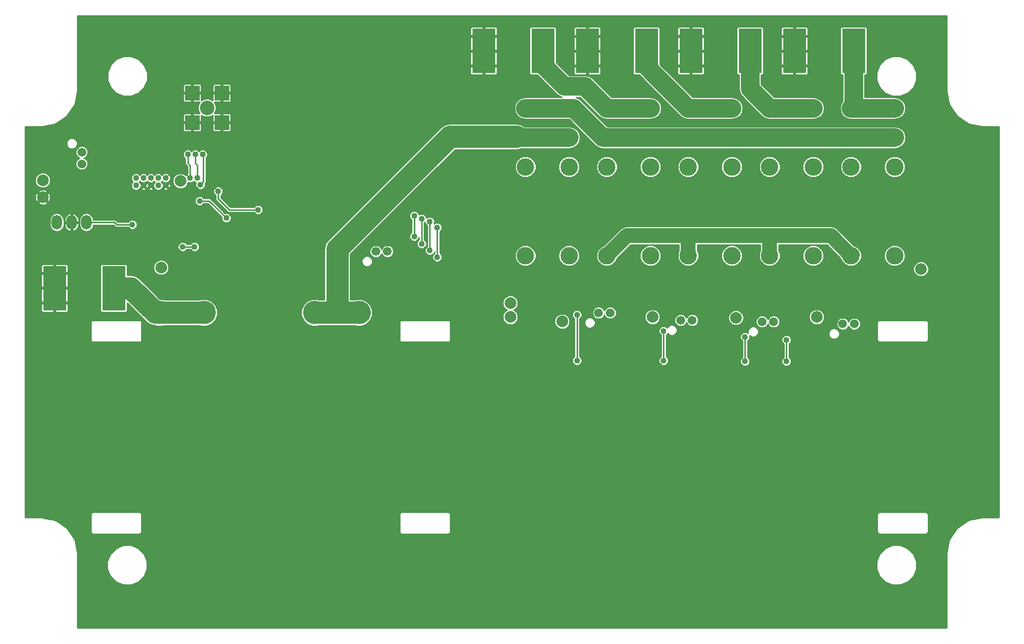
<source format=gbl>
G04 #@! TF.FileFunction,Copper,L2,Bot,Signal*
%FSLAX46Y46*%
G04 Gerber Fmt 4.6, Leading zero omitted, Abs format (unit mm)*
G04 Created by KiCad (PCBNEW 0.201507280910+6003~25~ubuntu14.04.1-product) date Thu 20 Aug 2015 04:30:47 BST*
%MOMM*%
G01*
G04 APERTURE LIST*
%ADD10C,0.100000*%
%ADD11C,4.000000*%
%ADD12C,3.000000*%
%ADD13C,2.000000*%
%ADD14C,1.500000*%
%ADD15O,1.800000X2.500000*%
%ADD16C,1.016000*%
%ADD17C,2.500000*%
%ADD18R,2.500000X2.500000*%
%ADD19R,4.000000X2.540000*%
%ADD20R,4.000000X3.048000*%
%ADD21C,1.270000*%
%ADD22C,0.254000*%
%ADD23C,0.508000*%
%ADD24C,3.810000*%
%ADD25C,2.540000*%
%ADD26C,3.175000*%
G04 APERTURE END LIST*
D10*
D11*
X61468000Y-100330000D03*
X95678000Y-100330000D03*
X69088000Y-100330000D03*
X88068000Y-100330000D03*
D12*
X131746000Y-90558000D03*
X124246000Y-90558000D03*
X131746000Y-70258000D03*
X124246000Y-70258000D03*
X131746000Y-75298000D03*
X124246000Y-75298000D03*
X131746000Y-65218000D03*
X124246000Y-65218000D03*
X173656000Y-90558000D03*
X166156000Y-90558000D03*
X173656000Y-70258000D03*
X166156000Y-70258000D03*
X173656000Y-75298000D03*
X166156000Y-75298000D03*
X173656000Y-65218000D03*
X166156000Y-65218000D03*
X145716000Y-90558000D03*
X138216000Y-90558000D03*
X145716000Y-70258000D03*
X138216000Y-70258000D03*
X145716000Y-75298000D03*
X138216000Y-75298000D03*
X145716000Y-65218000D03*
X138216000Y-65218000D03*
X187626000Y-90558000D03*
X180126000Y-90558000D03*
X187626000Y-70258000D03*
X180126000Y-70258000D03*
X187626000Y-75298000D03*
X180126000Y-75298000D03*
X187626000Y-65218000D03*
X180126000Y-65218000D03*
X159686000Y-90558000D03*
X152186000Y-90558000D03*
X159686000Y-70258000D03*
X152186000Y-70258000D03*
X159686000Y-75298000D03*
X152186000Y-75298000D03*
X159686000Y-65218000D03*
X152186000Y-65218000D03*
D13*
X61722000Y-92583000D03*
X41402000Y-80518000D03*
X65024000Y-77724000D03*
X41402000Y-77597000D03*
X121666000Y-101092000D03*
X121666000Y-98679000D03*
X130556000Y-101854000D03*
X174244000Y-101092000D03*
X146050000Y-101092000D03*
X192151000Y-92837000D03*
X160401000Y-101219000D03*
D14*
X100568000Y-89827000D03*
X98568000Y-89827000D03*
X48095000Y-74787000D03*
X48095000Y-72787000D03*
X152892000Y-101638000D03*
X150892000Y-101638000D03*
X180705000Y-102273000D03*
X178705000Y-102273000D03*
X138795000Y-100368000D03*
X136795000Y-100368000D03*
X166862000Y-101892000D03*
X164862000Y-101892000D03*
D15*
X48895000Y-84836000D03*
X46355000Y-84836000D03*
X43815000Y-84836000D03*
D16*
X57404000Y-78486000D03*
X57404000Y-77216000D03*
X58674000Y-78486000D03*
X58674000Y-77216000D03*
X59944000Y-78486000D03*
X59944000Y-77216000D03*
X61214000Y-78486000D03*
X61214000Y-77216000D03*
X62484000Y-78486000D03*
X62484000Y-77216000D03*
D17*
X69596000Y-65151000D03*
D18*
X67056000Y-62611000D03*
X72136000Y-62611000D03*
X67056000Y-67691000D03*
X72136000Y-67691000D03*
D19*
X43434000Y-93599000D03*
D20*
X43434000Y-96139000D03*
D19*
X43434000Y-98679000D03*
X53594000Y-93599000D03*
D20*
X53594000Y-96139000D03*
D19*
X53594000Y-98679000D03*
X152654000Y-52832000D03*
D20*
X152654000Y-55372000D03*
D19*
X152654000Y-57912000D03*
X162814000Y-52832000D03*
D20*
X162814000Y-55372000D03*
D19*
X162814000Y-57912000D03*
X117094000Y-52832000D03*
D20*
X117094000Y-55372000D03*
D19*
X117094000Y-57912000D03*
X127254000Y-52832000D03*
D20*
X127254000Y-55372000D03*
D19*
X127254000Y-57912000D03*
X170434000Y-52832000D03*
D20*
X170434000Y-55372000D03*
D19*
X170434000Y-57912000D03*
X180594000Y-52832000D03*
D20*
X180594000Y-55372000D03*
D19*
X180594000Y-57912000D03*
X134874000Y-52832000D03*
D20*
X134874000Y-55372000D03*
D19*
X134874000Y-57912000D03*
X145034000Y-52832000D03*
D20*
X145034000Y-55372000D03*
D19*
X145034000Y-57912000D03*
D16*
X169037000Y-108712000D03*
X169037000Y-105029000D03*
X161925000Y-108712000D03*
X161925000Y-104521000D03*
X147955000Y-108585000D03*
X147955000Y-103505000D03*
X133096000Y-100711000D03*
X133096000Y-108585000D03*
X74168000Y-100838000D03*
X83312000Y-100838000D03*
X92456000Y-106172000D03*
X154305000Y-102870000D03*
X159893000Y-103886000D03*
X196850000Y-104140000D03*
X196850000Y-88900000D03*
X196850000Y-73660000D03*
X193040000Y-53340000D03*
X146558000Y-98806000D03*
X150241000Y-99187000D03*
X165000000Y-150000000D03*
X135000000Y-150000000D03*
X105000000Y-150000000D03*
X75000000Y-150000000D03*
X180000000Y-135000000D03*
X150000000Y-135000000D03*
X120000000Y-135000000D03*
X90000000Y-135000000D03*
X60000000Y-135000000D03*
X195000000Y-120000000D03*
X165000000Y-120000000D03*
X135000000Y-120000000D03*
X105000000Y-120000000D03*
X75000000Y-120000000D03*
X45000000Y-120000000D03*
X177292000Y-67564000D03*
X179451000Y-82423000D03*
D21*
X185547000Y-94869000D03*
D16*
X183769000Y-90170000D03*
X178943000Y-73025000D03*
X183515000Y-62357000D03*
X174244000Y-99187000D03*
X179705000Y-95504000D03*
X176530000Y-102362000D03*
X163957000Y-67437000D03*
X164846000Y-81788000D03*
D21*
X171704000Y-94869000D03*
D16*
X169926000Y-90297000D03*
X164592000Y-72898000D03*
X172593000Y-62611000D03*
X164084000Y-99568000D03*
X167513000Y-103505000D03*
X149987000Y-67437000D03*
X151257000Y-82296000D03*
X155829000Y-90551000D03*
X150241000Y-72771000D03*
X156464000Y-62484000D03*
D21*
X157988000Y-95123000D03*
D16*
X139573000Y-102108000D03*
X137922000Y-97663000D03*
X145923000Y-103124000D03*
X141351000Y-67691000D03*
X141351000Y-61849000D03*
X139700000Y-82423000D03*
X141986000Y-90297000D03*
X141351000Y-73279000D03*
X133604000Y-93599000D03*
D21*
X130048000Y-95123000D03*
D16*
X126746000Y-100076000D03*
X128524000Y-67564000D03*
X128524000Y-82296000D03*
X124460000Y-93980000D03*
X103886000Y-81788000D03*
X120650000Y-92710000D03*
X115570000Y-87630000D03*
X110490000Y-82550000D03*
X128524000Y-89916000D03*
X128524000Y-73152000D03*
X124460000Y-61976000D03*
X44196000Y-104648000D03*
X57404000Y-107696000D03*
X65659000Y-106807000D03*
X106680000Y-100584000D03*
X112268000Y-101092000D03*
X100584000Y-102616000D03*
X104648000Y-91948000D03*
X108204000Y-93472000D03*
X112268000Y-97028000D03*
X100584000Y-97536000D03*
X118110000Y-77470000D03*
X107696000Y-77724000D03*
X121920000Y-82550000D03*
X115570000Y-82550000D03*
X88900000Y-81788000D03*
X95504000Y-73914000D03*
X90424000Y-77470000D03*
X119380000Y-72898000D03*
X114300000Y-72898000D03*
X110998000Y-74676000D03*
X120650000Y-66802000D03*
X114808000Y-66802000D03*
X109474000Y-66802000D03*
X105918000Y-70358000D03*
X102362000Y-73914000D03*
X98552000Y-77724000D03*
X94488000Y-81788000D03*
X86995000Y-88265000D03*
X96012000Y-89662000D03*
X94996000Y-92964000D03*
X70866000Y-88900000D03*
X77216000Y-93726000D03*
X65151000Y-94742000D03*
X49276000Y-89154000D03*
X41148000Y-88900000D03*
X40386000Y-72390000D03*
X60960000Y-64770000D03*
X50800000Y-65278000D03*
X50546000Y-53086000D03*
D21*
X97917000Y-54991000D03*
D16*
X63500000Y-60960000D03*
X66040000Y-55880000D03*
X69850000Y-52070000D03*
X74930000Y-52070000D03*
X80010000Y-52070000D03*
X85090000Y-52070000D03*
X90170000Y-52070000D03*
X95250000Y-52070000D03*
X59944000Y-53086000D03*
X78740000Y-57150000D03*
X73660000Y-58420000D03*
X76200000Y-63500000D03*
X79756000Y-76200000D03*
X74549000Y-74930000D03*
X85598000Y-75438000D03*
X72898000Y-73406000D03*
X71882000Y-75819000D03*
X53340000Y-83312000D03*
X49276000Y-80137000D03*
X58293000Y-80645000D03*
X62357000Y-80645000D03*
X45847000Y-74803000D03*
X50800000Y-71374000D03*
X57912000Y-72136000D03*
X63373000Y-72390000D03*
X52578000Y-75946000D03*
X77343000Y-84963000D03*
X74422000Y-83693000D03*
X85852000Y-81026000D03*
D21*
X102362000Y-54991000D03*
D16*
X108966000Y-63627000D03*
X108966000Y-54991000D03*
D21*
X97917000Y-68961000D03*
D16*
X93599000Y-68961000D03*
D21*
X87884000Y-57023000D03*
D16*
X93726000Y-65151000D03*
X93726000Y-59436000D03*
X101854000Y-92075000D03*
X65151000Y-86233000D03*
D21*
X83486000Y-56976000D03*
X78740000Y-60579000D03*
X144526000Y-93726000D03*
D16*
X59055000Y-85090000D03*
X72898000Y-84074000D03*
X68326000Y-81153000D03*
X56769000Y-85217000D03*
X65405000Y-89027000D03*
X67437000Y-89027000D03*
X107823000Y-84709000D03*
X107823000Y-89662000D03*
X105156000Y-83693000D03*
X105156000Y-87249000D03*
X109093000Y-85725000D03*
X109093000Y-90805000D03*
X106426000Y-84201000D03*
X106426000Y-88519000D03*
X71501000Y-79502000D03*
X78359000Y-82677000D03*
X66294000Y-73152000D03*
X66675000Y-77216000D03*
X67564000Y-73152000D03*
X67945000Y-77216000D03*
X68834000Y-73152000D03*
X68453000Y-78359000D03*
D22*
X169037000Y-105029000D02*
X169037000Y-108712000D01*
X161925000Y-104521000D02*
X161925000Y-108712000D01*
X147955000Y-103505000D02*
X147955000Y-108585000D01*
X133096000Y-100711000D02*
X133096000Y-108585000D01*
X94996000Y-92964000D02*
X96012000Y-92964000D01*
X96012000Y-92964000D02*
X100584000Y-97536000D01*
X83312000Y-100838000D02*
X83312000Y-101473000D01*
X88011000Y-106172000D02*
X92456000Y-106172000D01*
X83312000Y-101473000D02*
X88011000Y-106172000D01*
X154305000Y-102870000D02*
X158877000Y-102870000D01*
X157988000Y-99187000D02*
X154305000Y-102870000D01*
X157988000Y-95123000D02*
X157988000Y-99187000D01*
X158877000Y-102870000D02*
X159893000Y-103886000D01*
X193040000Y-73660000D02*
X196850000Y-73660000D01*
X196850000Y-88900000D02*
X196850000Y-104140000D01*
X179451000Y-82423000D02*
X190500000Y-82423000D01*
X193040000Y-79883000D02*
X193040000Y-73660000D01*
X193040000Y-73660000D02*
X193040000Y-53340000D01*
X190500000Y-82423000D02*
X193040000Y-79883000D01*
X146558000Y-98806000D02*
X149860000Y-98806000D01*
X146177000Y-99187000D02*
X146558000Y-98806000D01*
X141097000Y-99187000D02*
X146177000Y-99187000D01*
X149860000Y-98806000D02*
X150241000Y-99187000D01*
X165000000Y-120000000D02*
X165000000Y-150000000D01*
X105000000Y-120000000D02*
X105000000Y-125000000D01*
X100000000Y-145000000D02*
X105000000Y-150000000D01*
X100000000Y-130000000D02*
X100000000Y-145000000D01*
X105000000Y-125000000D02*
X100000000Y-130000000D01*
X45000000Y-120000000D02*
X60000000Y-135000000D01*
X150000000Y-135000000D02*
X180000000Y-135000000D01*
X115000000Y-130000000D02*
X120000000Y-135000000D01*
X95000000Y-130000000D02*
X115000000Y-130000000D01*
X90000000Y-135000000D02*
X95000000Y-130000000D01*
X43434000Y-98679000D02*
X43434000Y-113434000D01*
X135000000Y-120000000D02*
X165000000Y-120000000D01*
X75000000Y-120000000D02*
X105000000Y-120000000D01*
X45000000Y-115000000D02*
X45000000Y-120000000D01*
X43434000Y-113434000D02*
X45000000Y-115000000D01*
X179451000Y-82423000D02*
X179451000Y-81153000D01*
X185547000Y-94869000D02*
X185547000Y-91948000D01*
X185547000Y-91948000D02*
X183769000Y-90170000D01*
X178181000Y-73025000D02*
X178943000Y-73025000D01*
X177038000Y-74168000D02*
X178181000Y-73025000D01*
X177038000Y-78740000D02*
X177038000Y-74168000D01*
X179451000Y-81153000D02*
X177038000Y-78740000D01*
X174244000Y-99187000D02*
X176022000Y-99187000D01*
X176022000Y-99187000D02*
X179705000Y-95504000D01*
X174244000Y-99187000D02*
X175387000Y-99187000D01*
X172339000Y-94869000D02*
X174244000Y-96774000D01*
X174244000Y-96774000D02*
X174244000Y-99187000D01*
X171704000Y-94869000D02*
X172339000Y-94869000D01*
X176530000Y-100330000D02*
X176530000Y-102362000D01*
X175387000Y-99187000D02*
X176530000Y-100330000D01*
X164846000Y-81788000D02*
X164846000Y-78740000D01*
X171704000Y-94869000D02*
X171704000Y-92075000D01*
X171704000Y-92075000D02*
X169926000Y-90297000D01*
X163195000Y-74295000D02*
X164592000Y-72898000D01*
X163195000Y-77089000D02*
X163195000Y-74295000D01*
X164846000Y-78740000D02*
X163195000Y-77089000D01*
X164084000Y-99568000D02*
X167386000Y-99568000D01*
X157988000Y-95123000D02*
X159639000Y-95123000D01*
X159639000Y-95123000D02*
X164084000Y-99568000D01*
X168656000Y-102362000D02*
X167513000Y-103505000D01*
X168656000Y-100838000D02*
X168656000Y-102362000D01*
X167386000Y-99568000D02*
X168656000Y-100838000D01*
X151257000Y-82296000D02*
X151257000Y-79756000D01*
X157988000Y-95123000D02*
X157988000Y-92710000D01*
X157988000Y-92710000D02*
X155829000Y-90551000D01*
X149352000Y-73660000D02*
X150241000Y-72771000D01*
X149352000Y-77851000D02*
X149352000Y-73660000D01*
X151257000Y-79756000D02*
X149352000Y-77851000D01*
X139573000Y-102108000D02*
X144907000Y-102108000D01*
X140081000Y-97663000D02*
X141097000Y-98679000D01*
X141097000Y-98679000D02*
X141097000Y-99187000D01*
X141097000Y-99187000D02*
X141097000Y-100584000D01*
X141097000Y-100584000D02*
X139573000Y-102108000D01*
X137922000Y-97663000D02*
X140081000Y-97663000D01*
X144907000Y-102108000D02*
X145923000Y-103124000D01*
X139700000Y-82423000D02*
X139700000Y-79883000D01*
X137922000Y-97663000D02*
X137922000Y-94361000D01*
X137922000Y-94361000D02*
X141986000Y-90297000D01*
X141351000Y-78232000D02*
X141351000Y-73279000D01*
X139700000Y-79883000D02*
X141351000Y-78232000D01*
X133858000Y-93599000D02*
X137922000Y-97663000D01*
X133604000Y-93599000D02*
X133858000Y-93599000D01*
X130048000Y-95123000D02*
X130048000Y-96774000D01*
X130048000Y-96774000D02*
X126746000Y-100076000D01*
X120904000Y-92964000D02*
X123444000Y-92964000D01*
X123444000Y-92964000D02*
X124460000Y-93980000D01*
X110490000Y-82550000D02*
X115570000Y-87630000D01*
X120650000Y-92710000D02*
X120904000Y-92964000D01*
X128524000Y-82296000D02*
X128524000Y-89916000D01*
X74168000Y-100838000D02*
X69850000Y-105156000D01*
X47244000Y-107696000D02*
X44196000Y-104648000D01*
X57404000Y-107696000D02*
X47244000Y-107696000D01*
X69850000Y-105156000D02*
X65659000Y-106807000D01*
X106680000Y-100584000D02*
X111760000Y-100584000D01*
X111760000Y-100584000D02*
X112268000Y-101092000D01*
X100584000Y-97536000D02*
X100584000Y-102616000D01*
X108712000Y-93472000D02*
X108204000Y-93472000D01*
X112268000Y-97028000D02*
X108712000Y-93472000D01*
X99060000Y-96012000D02*
X100584000Y-97536000D01*
X107696000Y-77724000D02*
X117856000Y-77724000D01*
X117856000Y-77724000D02*
X118110000Y-77470000D01*
X107696000Y-77724000D02*
X110744000Y-77724000D01*
X110744000Y-77724000D02*
X115570000Y-82550000D01*
X93980000Y-73914000D02*
X95504000Y-73914000D01*
X90424000Y-77470000D02*
X93980000Y-73914000D01*
X85852000Y-81026000D02*
X86614000Y-81788000D01*
X114808000Y-66802000D02*
X120650000Y-66802000D01*
X105918000Y-70358000D02*
X109474000Y-66802000D01*
X98552000Y-77724000D02*
X102362000Y-73914000D01*
X86614000Y-81788000D02*
X88900000Y-81788000D01*
X88900000Y-81788000D02*
X94488000Y-81788000D01*
X86995000Y-94361000D02*
X88646000Y-96012000D01*
X86995000Y-88265000D02*
X86995000Y-94361000D01*
X94996000Y-90678000D02*
X96012000Y-89662000D01*
X94996000Y-92964000D02*
X94996000Y-90678000D01*
X77216000Y-93726000D02*
X77216000Y-97790000D01*
X77216000Y-97790000D02*
X74168000Y-100838000D01*
X70866000Y-88900000D02*
X70866000Y-90170000D01*
X75692000Y-93726000D02*
X70866000Y-88900000D01*
X77216000Y-93726000D02*
X75692000Y-93726000D01*
X70866000Y-90170000D02*
X65151000Y-94742000D01*
X41402000Y-89154000D02*
X49276000Y-89154000D01*
X41148000Y-88900000D02*
X41402000Y-89154000D01*
X45847000Y-74803000D02*
X42799000Y-74803000D01*
X42799000Y-74803000D02*
X40386000Y-72390000D01*
X63500000Y-62230000D02*
X60960000Y-64770000D01*
X50800000Y-65278000D02*
X50546000Y-65024000D01*
X50546000Y-65024000D02*
X50546000Y-53086000D01*
X97917000Y-54991000D02*
X97917000Y-54737000D01*
X69850000Y-52070000D02*
X66040000Y-55880000D01*
X80010000Y-52070000D02*
X74930000Y-52070000D01*
X90170000Y-52070000D02*
X85090000Y-52070000D01*
X97917000Y-54737000D02*
X95250000Y-52070000D01*
X63500000Y-60960000D02*
X63500000Y-62230000D01*
X74930000Y-59690000D02*
X73660000Y-58420000D01*
X74930000Y-62230000D02*
X74930000Y-59690000D01*
X76200000Y-63500000D02*
X74930000Y-62230000D01*
X79756000Y-76200000D02*
X84836000Y-76200000D01*
X78486000Y-74930000D02*
X79756000Y-76200000D01*
X74549000Y-74930000D02*
X78486000Y-74930000D01*
X84836000Y-76200000D02*
X85598000Y-75438000D01*
X53340000Y-83312000D02*
X52451000Y-83312000D01*
X52451000Y-83312000D02*
X49276000Y-80137000D01*
X48641000Y-69215000D02*
X45339000Y-69215000D01*
X45339000Y-69215000D02*
X44577000Y-69977000D01*
X44577000Y-69977000D02*
X44577000Y-73533000D01*
X44577000Y-73533000D02*
X45847000Y-74803000D01*
X57150000Y-71374000D02*
X50800000Y-71374000D01*
X67056000Y-67691000D02*
X63119000Y-67691000D01*
X63119000Y-72136000D02*
X63373000Y-72390000D01*
X63119000Y-67691000D02*
X63119000Y-72136000D01*
X57912000Y-72136000D02*
X57150000Y-71374000D01*
X50800000Y-71374000D02*
X48641000Y-69215000D01*
X77343000Y-84963000D02*
X75692000Y-84963000D01*
X80645000Y-88265000D02*
X77343000Y-84963000D01*
X85852000Y-87122000D02*
X86995000Y-88265000D01*
X85852000Y-81026000D02*
X85852000Y-87122000D01*
X86995000Y-88265000D02*
X80645000Y-88265000D01*
X75692000Y-84963000D02*
X74422000Y-83693000D01*
X108966000Y-54991000D02*
X108966000Y-63627000D01*
X93599000Y-68961000D02*
X97917000Y-68961000D01*
X87884000Y-57023000D02*
X91313000Y-57023000D01*
X91313000Y-57023000D02*
X93726000Y-59436000D01*
D23*
X83486000Y-56976000D02*
X83439000Y-57023000D01*
X67056000Y-67691000D02*
X67056000Y-62611000D01*
X72136000Y-67691000D02*
X67056000Y-67691000D01*
X72136000Y-62611000D02*
X72136000Y-67691000D01*
X67056000Y-62611000D02*
X72136000Y-62611000D01*
D22*
X70231000Y-81407000D02*
X69977000Y-81153000D01*
X70231000Y-81407000D02*
X72898000Y-84074000D01*
X69977000Y-81153000D02*
X68326000Y-81153000D01*
D24*
X61468000Y-100330000D02*
X69088000Y-100330000D01*
X61468000Y-100330000D02*
X60706000Y-100330000D01*
X60706000Y-100330000D02*
X56515000Y-96139000D01*
X56515000Y-96139000D02*
X53594000Y-96139000D01*
X61722000Y-100330000D02*
X61468000Y-100330000D01*
X91948000Y-89408000D02*
X91948000Y-100330000D01*
D25*
X152273000Y-87122000D02*
X152186000Y-87209000D01*
X152186000Y-87209000D02*
X152186000Y-90558000D01*
X165989000Y-87122000D02*
X166156000Y-87289000D01*
X166156000Y-87289000D02*
X166156000Y-90558000D01*
X138216000Y-90558000D02*
X141652000Y-87122000D01*
X176690000Y-87122000D02*
X180126000Y-90558000D01*
X141652000Y-87122000D02*
X152273000Y-87122000D01*
X152273000Y-87122000D02*
X165989000Y-87122000D01*
X165989000Y-87122000D02*
X176690000Y-87122000D01*
D26*
X124246000Y-70258000D02*
X131746000Y-70258000D01*
X124246000Y-70258000D02*
X122836000Y-70258000D01*
X122836000Y-70258000D02*
X122682000Y-70104000D01*
D24*
X122682000Y-70104000D02*
X111252000Y-70104000D01*
X91948000Y-89408000D02*
X111252000Y-70104000D01*
D22*
X56769000Y-85217000D02*
X54102000Y-85217000D01*
X53721000Y-84836000D02*
X48895000Y-84836000D01*
X54102000Y-85217000D02*
X53721000Y-84836000D01*
D24*
X88068000Y-100330000D02*
X91948000Y-100330000D01*
X91948000Y-100330000D02*
X95758000Y-100330000D01*
X95758000Y-100330000D02*
X95678000Y-100330000D01*
D25*
X180340000Y-90424000D02*
X180126000Y-90304000D01*
D26*
X162814000Y-57912000D02*
X162814000Y-61876000D01*
X162814000Y-61876000D02*
X166156000Y-65218000D01*
X166156000Y-65218000D02*
X173656000Y-65218000D01*
X138216000Y-65218000D02*
X145716000Y-65218000D01*
X127254000Y-57912000D02*
X127381000Y-57912000D01*
X127381000Y-57912000D02*
X130937000Y-61468000D01*
X134466000Y-61468000D02*
X138216000Y-65218000D01*
X130937000Y-61468000D02*
X134466000Y-61468000D01*
X187626000Y-65218000D02*
X180126000Y-65218000D01*
X180594000Y-57912000D02*
X180594000Y-64750000D01*
X145034000Y-57912000D02*
X145034000Y-58066000D01*
X145034000Y-58066000D02*
X152186000Y-65218000D01*
X152186000Y-65218000D02*
X159686000Y-65218000D01*
X180126000Y-70258000D02*
X187626000Y-70258000D01*
X173656000Y-70258000D02*
X180126000Y-70258000D01*
X166156000Y-70258000D02*
X173656000Y-70258000D01*
X159686000Y-70258000D02*
X166156000Y-70258000D01*
X152186000Y-70258000D02*
X159686000Y-70258000D01*
X145716000Y-70258000D02*
X152186000Y-70258000D01*
X138216000Y-70258000D02*
X145716000Y-70258000D01*
X131746000Y-65218000D02*
X132528000Y-65218000D01*
X132528000Y-65218000D02*
X137568000Y-70258000D01*
X137568000Y-70258000D02*
X138216000Y-70258000D01*
X124246000Y-65218000D02*
X131746000Y-65218000D01*
D22*
X65405000Y-89027000D02*
X67437000Y-89027000D01*
X107823000Y-89662000D02*
X107823000Y-84709000D01*
X105156000Y-87249000D02*
X105156000Y-83693000D01*
X109093000Y-85725000D02*
X109093000Y-90805000D01*
X106426000Y-88519000D02*
X106426000Y-84201000D01*
X73406000Y-82677000D02*
X78359000Y-82677000D01*
X71501000Y-79502000D02*
X71501000Y-80772000D01*
X71501000Y-80772000D02*
X73406000Y-82677000D01*
X66294000Y-73152000D02*
X66294000Y-74676000D01*
X66675000Y-75057000D02*
X66675000Y-77216000D01*
X66294000Y-74676000D02*
X66675000Y-75057000D01*
X66675000Y-76962000D02*
X66675000Y-77216000D01*
X67564000Y-73152000D02*
X67564000Y-74676000D01*
X67945000Y-75057000D02*
X67945000Y-77216000D01*
X67564000Y-74676000D02*
X67945000Y-75057000D01*
X67945000Y-76962000D02*
X67945000Y-77216000D01*
X68453000Y-78359000D02*
X68961000Y-77851000D01*
X68961000Y-73279000D02*
X68834000Y-73152000D01*
X68961000Y-77851000D02*
X68961000Y-73279000D01*
X68453000Y-78105000D02*
X68453000Y-78359000D01*
G36*
X196523000Y-62200000D02*
X196530244Y-62236417D01*
X196530244Y-62273549D01*
X196971742Y-64493108D01*
X196971742Y-64493113D01*
X197011547Y-64589210D01*
X197028035Y-64629015D01*
X197028037Y-64629017D01*
X198285314Y-66510665D01*
X198285316Y-66510669D01*
X198389331Y-66614683D01*
X200270986Y-67871965D01*
X200406887Y-67928257D01*
X202626451Y-68369756D01*
X202663583Y-68369756D01*
X202700000Y-68377000D01*
X205523000Y-68377000D01*
X205523000Y-135523000D01*
X202700000Y-135523000D01*
X202663583Y-135530244D01*
X202626451Y-135530244D01*
X200406887Y-135971743D01*
X200270986Y-136028035D01*
X198389331Y-137285317D01*
X198285316Y-137389331D01*
X198285314Y-137389335D01*
X197028037Y-139270983D01*
X197028035Y-139270985D01*
X197028035Y-139270986D01*
X196971742Y-139406887D01*
X196971742Y-139406892D01*
X196530244Y-141626451D01*
X196530244Y-141663583D01*
X196523000Y-141700000D01*
X196523000Y-154523000D01*
X47377000Y-154523000D01*
X47377000Y-144404582D01*
X52477806Y-144404582D01*
X52998437Y-145664604D01*
X53961626Y-146629475D01*
X55220737Y-147152304D01*
X56584082Y-147153494D01*
X57844104Y-146632863D01*
X58808975Y-145669674D01*
X59331804Y-144410563D01*
X59331809Y-144404582D01*
X184494306Y-144404582D01*
X185014937Y-145664604D01*
X185978126Y-146629475D01*
X187237237Y-147152304D01*
X188600582Y-147153494D01*
X189860604Y-146632863D01*
X190825475Y-145669674D01*
X191348304Y-144410563D01*
X191349494Y-143047218D01*
X190828863Y-141787196D01*
X189865674Y-140822325D01*
X188606563Y-140299496D01*
X187243218Y-140298306D01*
X185983196Y-140818937D01*
X185018325Y-141782126D01*
X184495496Y-143041237D01*
X184494306Y-144404582D01*
X59331809Y-144404582D01*
X59332994Y-143047218D01*
X58812363Y-141787196D01*
X57849174Y-140822325D01*
X56590063Y-140299496D01*
X55226718Y-140298306D01*
X53966696Y-140818937D01*
X53001825Y-141782126D01*
X52478996Y-143041237D01*
X52477806Y-144404582D01*
X47377000Y-144404582D01*
X47377000Y-141700000D01*
X47369756Y-141663583D01*
X47369756Y-141626451D01*
X46928257Y-139406887D01*
X46871965Y-139270986D01*
X46871964Y-139270985D01*
X45614683Y-137389331D01*
X45510669Y-137285316D01*
X45510665Y-137285314D01*
X43629017Y-136028037D01*
X43629015Y-136028035D01*
X43589210Y-136011547D01*
X43493113Y-135971742D01*
X43493108Y-135971742D01*
X41470921Y-135569504D01*
X41444272Y-135551697D01*
X41300000Y-135523000D01*
X38377000Y-135523000D01*
X38377000Y-135000000D01*
X49623000Y-135000000D01*
X49623000Y-138000000D01*
X49651697Y-138144272D01*
X49733421Y-138266579D01*
X49855728Y-138348303D01*
X50000000Y-138377000D01*
X58000000Y-138377000D01*
X58144272Y-138348303D01*
X58266579Y-138266579D01*
X58348303Y-138144272D01*
X58377000Y-138000000D01*
X58377000Y-135000000D01*
X102623000Y-135000000D01*
X102623000Y-138000000D01*
X102651697Y-138144272D01*
X102733421Y-138266579D01*
X102855728Y-138348303D01*
X103000000Y-138377000D01*
X111000000Y-138377000D01*
X111144272Y-138348303D01*
X111266579Y-138266579D01*
X111348303Y-138144272D01*
X111377000Y-138000000D01*
X111377000Y-135000000D01*
X184623000Y-135000000D01*
X184623000Y-138000000D01*
X184651697Y-138144272D01*
X184733421Y-138266579D01*
X184855728Y-138348303D01*
X185000000Y-138377000D01*
X193000000Y-138377000D01*
X193144272Y-138348303D01*
X193266579Y-138266579D01*
X193348303Y-138144272D01*
X193377000Y-138000000D01*
X193377000Y-135000000D01*
X193348303Y-134855728D01*
X193266579Y-134733421D01*
X193144272Y-134651697D01*
X193000000Y-134623000D01*
X185000000Y-134623000D01*
X184855728Y-134651697D01*
X184733421Y-134733421D01*
X184651697Y-134855728D01*
X184623000Y-135000000D01*
X111377000Y-135000000D01*
X111348303Y-134855728D01*
X111266579Y-134733421D01*
X111144272Y-134651697D01*
X111000000Y-134623000D01*
X103000000Y-134623000D01*
X102855728Y-134651697D01*
X102733421Y-134733421D01*
X102651697Y-134855728D01*
X102623000Y-135000000D01*
X58377000Y-135000000D01*
X58348303Y-134855728D01*
X58266579Y-134733421D01*
X58144272Y-134651697D01*
X58000000Y-134623000D01*
X50000000Y-134623000D01*
X49855728Y-134651697D01*
X49733421Y-134733421D01*
X49651697Y-134855728D01*
X49623000Y-135000000D01*
X38377000Y-135000000D01*
X38377000Y-102000000D01*
X49623000Y-102000000D01*
X49623000Y-105000000D01*
X49651697Y-105144272D01*
X49733421Y-105266579D01*
X49855728Y-105348303D01*
X50000000Y-105377000D01*
X58000000Y-105377000D01*
X58144272Y-105348303D01*
X58266579Y-105266579D01*
X58348303Y-105144272D01*
X58377000Y-105000000D01*
X58377000Y-102000000D01*
X58348303Y-101855728D01*
X58266579Y-101733421D01*
X58144272Y-101651697D01*
X58000000Y-101623000D01*
X50000000Y-101623000D01*
X49855728Y-101651697D01*
X49733421Y-101733421D01*
X49651697Y-101855728D01*
X49623000Y-102000000D01*
X38377000Y-102000000D01*
X38377000Y-98887750D01*
X41107000Y-98887750D01*
X41107000Y-100014045D01*
X41156783Y-100134231D01*
X41248770Y-100226217D01*
X41368956Y-100276000D01*
X43225250Y-100276000D01*
X43307000Y-100194250D01*
X43307000Y-98806000D01*
X43561000Y-98806000D01*
X43561000Y-100194250D01*
X43642750Y-100276000D01*
X45499044Y-100276000D01*
X45619230Y-100226217D01*
X45711217Y-100134231D01*
X45761000Y-100014045D01*
X45761000Y-98887750D01*
X45679250Y-98806000D01*
X43561000Y-98806000D01*
X43307000Y-98806000D01*
X41188750Y-98806000D01*
X41107000Y-98887750D01*
X38377000Y-98887750D01*
X38377000Y-96347750D01*
X41107000Y-96347750D01*
X41107000Y-98470250D01*
X41188750Y-98552000D01*
X43307000Y-98552000D01*
X43307000Y-96266000D01*
X43561000Y-96266000D01*
X43561000Y-98552000D01*
X45679250Y-98552000D01*
X45761000Y-98470250D01*
X45761000Y-96347750D01*
X45679250Y-96266000D01*
X43561000Y-96266000D01*
X43307000Y-96266000D01*
X41188750Y-96266000D01*
X41107000Y-96347750D01*
X38377000Y-96347750D01*
X38377000Y-93807750D01*
X41107000Y-93807750D01*
X41107000Y-95930250D01*
X41188750Y-96012000D01*
X43307000Y-96012000D01*
X43307000Y-93726000D01*
X43561000Y-93726000D01*
X43561000Y-96012000D01*
X45679250Y-96012000D01*
X45761000Y-95930250D01*
X45761000Y-93807750D01*
X45679250Y-93726000D01*
X43561000Y-93726000D01*
X43307000Y-93726000D01*
X41188750Y-93726000D01*
X41107000Y-93807750D01*
X38377000Y-93807750D01*
X38377000Y-92263955D01*
X41107000Y-92263955D01*
X41107000Y-93390250D01*
X41188750Y-93472000D01*
X43307000Y-93472000D01*
X43307000Y-92083750D01*
X43561000Y-92083750D01*
X43561000Y-93472000D01*
X45679250Y-93472000D01*
X45761000Y-93390250D01*
X45761000Y-92329000D01*
X51260594Y-92329000D01*
X51260594Y-99949000D01*
X51283395Y-100070179D01*
X51355012Y-100181474D01*
X51464286Y-100256138D01*
X51594000Y-100282406D01*
X55594000Y-100282406D01*
X55715179Y-100259605D01*
X55826474Y-100187988D01*
X55901138Y-100078714D01*
X55927406Y-99949000D01*
X55927406Y-98707930D01*
X59127738Y-101908262D01*
X59851850Y-102392099D01*
X59946063Y-102410839D01*
X60706000Y-102562000D01*
X60775288Y-102562000D01*
X61003100Y-102656596D01*
X61928838Y-102657403D01*
X62159731Y-102562000D01*
X68395288Y-102562000D01*
X68623100Y-102656596D01*
X69548838Y-102657403D01*
X70404418Y-102303885D01*
X71059585Y-101649861D01*
X71414596Y-100794900D01*
X71414599Y-100790838D01*
X85740597Y-100790838D01*
X86094115Y-101646418D01*
X86748139Y-102301585D01*
X87603100Y-102656596D01*
X88528838Y-102657403D01*
X88759731Y-102562000D01*
X94985288Y-102562000D01*
X95213100Y-102656596D01*
X96138838Y-102657403D01*
X96994418Y-102303885D01*
X97298834Y-102000000D01*
X102623000Y-102000000D01*
X102623000Y-105000000D01*
X102651697Y-105144272D01*
X102733421Y-105266579D01*
X102855728Y-105348303D01*
X103000000Y-105377000D01*
X111000000Y-105377000D01*
X111144272Y-105348303D01*
X111266579Y-105266579D01*
X111348303Y-105144272D01*
X111377000Y-105000000D01*
X111377000Y-102000000D01*
X111348303Y-101855728D01*
X111266579Y-101733421D01*
X111144272Y-101651697D01*
X111000000Y-101623000D01*
X103000000Y-101623000D01*
X102855728Y-101651697D01*
X102733421Y-101733421D01*
X102651697Y-101855728D01*
X102623000Y-102000000D01*
X97298834Y-102000000D01*
X97649585Y-101649861D01*
X98004596Y-100794900D01*
X98005403Y-99869162D01*
X97651885Y-99013582D01*
X97580227Y-98941798D01*
X120338771Y-98941798D01*
X120540369Y-99429703D01*
X120913334Y-99803319D01*
X121111131Y-99885452D01*
X120915297Y-99966369D01*
X120541681Y-100339334D01*
X120339231Y-100826885D01*
X120338771Y-101354798D01*
X120540369Y-101842703D01*
X120913334Y-102216319D01*
X121400885Y-102418769D01*
X121928798Y-102419229D01*
X122416703Y-102217631D01*
X122517712Y-102116798D01*
X129228771Y-102116798D01*
X129430369Y-102604703D01*
X129803334Y-102978319D01*
X130290885Y-103180769D01*
X130818798Y-103181229D01*
X131306703Y-102979631D01*
X131680319Y-102606666D01*
X131882769Y-102119115D01*
X131883229Y-101591202D01*
X131681631Y-101103297D01*
X131455093Y-100876363D01*
X132260855Y-100876363D01*
X132387708Y-101183372D01*
X132622393Y-101418466D01*
X132642000Y-101426608D01*
X132642000Y-107869117D01*
X132623628Y-107876708D01*
X132388534Y-108111393D01*
X132261145Y-108418179D01*
X132260855Y-108750363D01*
X132387708Y-109057372D01*
X132622393Y-109292466D01*
X132929179Y-109419855D01*
X133261363Y-109420145D01*
X133568372Y-109293292D01*
X133803466Y-109058607D01*
X133930855Y-108751821D01*
X133931145Y-108419637D01*
X133804292Y-108112628D01*
X133569607Y-107877534D01*
X133550000Y-107869392D01*
X133550000Y-103670363D01*
X147119855Y-103670363D01*
X147246708Y-103977372D01*
X147481393Y-104212466D01*
X147501000Y-104220608D01*
X147501000Y-107869117D01*
X147482628Y-107876708D01*
X147247534Y-108111393D01*
X147120145Y-108418179D01*
X147119855Y-108750363D01*
X147246708Y-109057372D01*
X147481393Y-109292466D01*
X147788179Y-109419855D01*
X148120363Y-109420145D01*
X148427372Y-109293292D01*
X148662466Y-109058607D01*
X148789855Y-108751821D01*
X148790145Y-108419637D01*
X148663292Y-108112628D01*
X148428607Y-107877534D01*
X148409000Y-107869392D01*
X148409000Y-104686363D01*
X161089855Y-104686363D01*
X161216708Y-104993372D01*
X161451393Y-105228466D01*
X161471000Y-105236608D01*
X161471000Y-107996117D01*
X161452628Y-108003708D01*
X161217534Y-108238393D01*
X161090145Y-108545179D01*
X161089855Y-108877363D01*
X161216708Y-109184372D01*
X161451393Y-109419466D01*
X161758179Y-109546855D01*
X162090363Y-109547145D01*
X162397372Y-109420292D01*
X162632466Y-109185607D01*
X162759855Y-108878821D01*
X162760145Y-108546637D01*
X162633292Y-108239628D01*
X162398607Y-108004534D01*
X162379000Y-107996392D01*
X162379000Y-105236883D01*
X162397372Y-105229292D01*
X162432361Y-105194363D01*
X168201855Y-105194363D01*
X168328708Y-105501372D01*
X168563393Y-105736466D01*
X168583000Y-105744608D01*
X168583000Y-107996117D01*
X168564628Y-108003708D01*
X168329534Y-108238393D01*
X168202145Y-108545179D01*
X168201855Y-108877363D01*
X168328708Y-109184372D01*
X168563393Y-109419466D01*
X168870179Y-109546855D01*
X169202363Y-109547145D01*
X169509372Y-109420292D01*
X169744466Y-109185607D01*
X169871855Y-108878821D01*
X169872145Y-108546637D01*
X169745292Y-108239628D01*
X169510607Y-108004534D01*
X169491000Y-107996392D01*
X169491000Y-105744883D01*
X169509372Y-105737292D01*
X169744466Y-105502607D01*
X169871855Y-105195821D01*
X169872145Y-104863637D01*
X169745292Y-104556628D01*
X169510607Y-104321534D01*
X169203821Y-104194145D01*
X168871637Y-104193855D01*
X168564628Y-104320708D01*
X168329534Y-104555393D01*
X168202145Y-104862179D01*
X168201855Y-105194363D01*
X162432361Y-105194363D01*
X162632466Y-104994607D01*
X162759855Y-104687821D01*
X162760145Y-104355637D01*
X162721778Y-104262781D01*
X162836211Y-104377414D01*
X163176799Y-104518839D01*
X163545583Y-104519161D01*
X163886417Y-104378331D01*
X164108552Y-104156583D01*
X176277839Y-104156583D01*
X176418669Y-104497417D01*
X176679211Y-104758414D01*
X177019799Y-104899839D01*
X177388583Y-104900161D01*
X177729417Y-104759331D01*
X177990414Y-104498789D01*
X178131839Y-104158201D01*
X178132161Y-103789417D01*
X177991331Y-103448583D01*
X177730789Y-103187586D01*
X177390201Y-103046161D01*
X177021417Y-103045839D01*
X176680583Y-103186669D01*
X176419586Y-103447211D01*
X176278161Y-103787799D01*
X176277839Y-104156583D01*
X164108552Y-104156583D01*
X164147414Y-104117789D01*
X164288839Y-103777201D01*
X164289161Y-103408417D01*
X164148331Y-103067583D01*
X163887789Y-102806586D01*
X163547201Y-102665161D01*
X163178417Y-102664839D01*
X162837583Y-102805669D01*
X162576586Y-103066211D01*
X162435161Y-103406799D01*
X162434839Y-103775583D01*
X162487183Y-103902264D01*
X162398607Y-103813534D01*
X162091821Y-103686145D01*
X161759637Y-103685855D01*
X161452628Y-103812708D01*
X161217534Y-104047393D01*
X161090145Y-104354179D01*
X161089855Y-104686363D01*
X148409000Y-104686363D01*
X148409000Y-104220883D01*
X148427372Y-104213292D01*
X148662466Y-103978607D01*
X148679854Y-103936732D01*
X148866211Y-104123414D01*
X149206799Y-104264839D01*
X149575583Y-104265161D01*
X149916417Y-104124331D01*
X150177414Y-103863789D01*
X150318839Y-103523201D01*
X150319161Y-103154417D01*
X150178331Y-102813583D01*
X149917789Y-102552586D01*
X149577201Y-102411161D01*
X149208417Y-102410839D01*
X148867583Y-102551669D01*
X148606586Y-102812211D01*
X148558606Y-102927759D01*
X148428607Y-102797534D01*
X148121821Y-102670145D01*
X147789637Y-102669855D01*
X147482628Y-102796708D01*
X147247534Y-103031393D01*
X147120145Y-103338179D01*
X147119855Y-103670363D01*
X133550000Y-103670363D01*
X133550000Y-102251583D01*
X134367839Y-102251583D01*
X134508669Y-102592417D01*
X134769211Y-102853414D01*
X135109799Y-102994839D01*
X135478583Y-102995161D01*
X135819417Y-102854331D01*
X136080414Y-102593789D01*
X136221839Y-102253201D01*
X136222161Y-101884417D01*
X136081331Y-101543583D01*
X135820789Y-101282586D01*
X135480201Y-101141161D01*
X135111417Y-101140839D01*
X134770583Y-101281669D01*
X134509586Y-101542211D01*
X134368161Y-101882799D01*
X134367839Y-102251583D01*
X133550000Y-102251583D01*
X133550000Y-101426883D01*
X133568372Y-101419292D01*
X133803466Y-101184607D01*
X133930855Y-100877821D01*
X133931113Y-100581289D01*
X135717813Y-100581289D01*
X135881431Y-100977275D01*
X136184132Y-101280504D01*
X136579832Y-101444813D01*
X137008289Y-101445187D01*
X137404275Y-101281569D01*
X137707504Y-100978868D01*
X137795012Y-100768125D01*
X137881431Y-100977275D01*
X138184132Y-101280504D01*
X138579832Y-101444813D01*
X139008289Y-101445187D01*
X139227047Y-101354798D01*
X144722771Y-101354798D01*
X144924369Y-101842703D01*
X145297334Y-102216319D01*
X145784885Y-102418769D01*
X146312798Y-102419229D01*
X146800703Y-102217631D01*
X147167684Y-101851289D01*
X149814813Y-101851289D01*
X149978431Y-102247275D01*
X150281132Y-102550504D01*
X150676832Y-102714813D01*
X151105289Y-102715187D01*
X151501275Y-102551569D01*
X151804504Y-102248868D01*
X151892012Y-102038125D01*
X151978431Y-102247275D01*
X152281132Y-102550504D01*
X152676832Y-102714813D01*
X153105289Y-102715187D01*
X153501275Y-102551569D01*
X153804504Y-102248868D01*
X153968813Y-101853168D01*
X153969137Y-101481798D01*
X159073771Y-101481798D01*
X159275369Y-101969703D01*
X159648334Y-102343319D01*
X160135885Y-102545769D01*
X160663798Y-102546229D01*
X161151703Y-102344631D01*
X161391462Y-102105289D01*
X163784813Y-102105289D01*
X163948431Y-102501275D01*
X164251132Y-102804504D01*
X164646832Y-102968813D01*
X165075289Y-102969187D01*
X165471275Y-102805569D01*
X165774504Y-102502868D01*
X165862012Y-102292125D01*
X165948431Y-102501275D01*
X166251132Y-102804504D01*
X166646832Y-102968813D01*
X167075289Y-102969187D01*
X167471275Y-102805569D01*
X167774504Y-102502868D01*
X167781388Y-102486289D01*
X177627813Y-102486289D01*
X177791431Y-102882275D01*
X178094132Y-103185504D01*
X178489832Y-103349813D01*
X178918289Y-103350187D01*
X179314275Y-103186569D01*
X179617504Y-102883868D01*
X179705012Y-102673125D01*
X179791431Y-102882275D01*
X180094132Y-103185504D01*
X180489832Y-103349813D01*
X180918289Y-103350187D01*
X181314275Y-103186569D01*
X181617504Y-102883868D01*
X181781813Y-102488168D01*
X181782187Y-102059711D01*
X181757515Y-102000000D01*
X184623000Y-102000000D01*
X184623000Y-105000000D01*
X184651697Y-105144272D01*
X184733421Y-105266579D01*
X184855728Y-105348303D01*
X185000000Y-105377000D01*
X193000000Y-105377000D01*
X193144272Y-105348303D01*
X193266579Y-105266579D01*
X193348303Y-105144272D01*
X193377000Y-105000000D01*
X193377000Y-102000000D01*
X193348303Y-101855728D01*
X193266579Y-101733421D01*
X193144272Y-101651697D01*
X193000000Y-101623000D01*
X185000000Y-101623000D01*
X184855728Y-101651697D01*
X184733421Y-101733421D01*
X184651697Y-101855728D01*
X184623000Y-102000000D01*
X181757515Y-102000000D01*
X181618569Y-101663725D01*
X181315868Y-101360496D01*
X180920168Y-101196187D01*
X180491711Y-101195813D01*
X180095725Y-101359431D01*
X179792496Y-101662132D01*
X179704988Y-101872875D01*
X179618569Y-101663725D01*
X179315868Y-101360496D01*
X178920168Y-101196187D01*
X178491711Y-101195813D01*
X178095725Y-101359431D01*
X177792496Y-101662132D01*
X177628187Y-102057832D01*
X177627813Y-102486289D01*
X167781388Y-102486289D01*
X167938813Y-102107168D01*
X167939187Y-101678711D01*
X167805349Y-101354798D01*
X172916771Y-101354798D01*
X173118369Y-101842703D01*
X173491334Y-102216319D01*
X173978885Y-102418769D01*
X174506798Y-102419229D01*
X174994703Y-102217631D01*
X175368319Y-101844666D01*
X175570769Y-101357115D01*
X175571229Y-100829202D01*
X175369631Y-100341297D01*
X174996666Y-99967681D01*
X174509115Y-99765231D01*
X173981202Y-99764771D01*
X173493297Y-99966369D01*
X173119681Y-100339334D01*
X172917231Y-100826885D01*
X172916771Y-101354798D01*
X167805349Y-101354798D01*
X167775569Y-101282725D01*
X167472868Y-100979496D01*
X167077168Y-100815187D01*
X166648711Y-100814813D01*
X166252725Y-100978431D01*
X165949496Y-101281132D01*
X165861988Y-101491875D01*
X165775569Y-101282725D01*
X165472868Y-100979496D01*
X165077168Y-100815187D01*
X164648711Y-100814813D01*
X164252725Y-100978431D01*
X163949496Y-101281132D01*
X163785187Y-101676832D01*
X163784813Y-102105289D01*
X161391462Y-102105289D01*
X161525319Y-101971666D01*
X161727769Y-101484115D01*
X161728229Y-100956202D01*
X161526631Y-100468297D01*
X161153666Y-100094681D01*
X160666115Y-99892231D01*
X160138202Y-99891771D01*
X159650297Y-100093369D01*
X159276681Y-100466334D01*
X159074231Y-100953885D01*
X159073771Y-101481798D01*
X153969137Y-101481798D01*
X153969187Y-101424711D01*
X153805569Y-101028725D01*
X153502868Y-100725496D01*
X153107168Y-100561187D01*
X152678711Y-100560813D01*
X152282725Y-100724431D01*
X151979496Y-101027132D01*
X151891988Y-101237875D01*
X151805569Y-101028725D01*
X151502868Y-100725496D01*
X151107168Y-100561187D01*
X150678711Y-100560813D01*
X150282725Y-100724431D01*
X149979496Y-101027132D01*
X149815187Y-101422832D01*
X149814813Y-101851289D01*
X147167684Y-101851289D01*
X147174319Y-101844666D01*
X147376769Y-101357115D01*
X147377229Y-100829202D01*
X147175631Y-100341297D01*
X146802666Y-99967681D01*
X146315115Y-99765231D01*
X145787202Y-99764771D01*
X145299297Y-99966369D01*
X144925681Y-100339334D01*
X144723231Y-100826885D01*
X144722771Y-101354798D01*
X139227047Y-101354798D01*
X139404275Y-101281569D01*
X139707504Y-100978868D01*
X139871813Y-100583168D01*
X139872187Y-100154711D01*
X139708569Y-99758725D01*
X139405868Y-99455496D01*
X139010168Y-99291187D01*
X138581711Y-99290813D01*
X138185725Y-99454431D01*
X137882496Y-99757132D01*
X137794988Y-99967875D01*
X137708569Y-99758725D01*
X137405868Y-99455496D01*
X137010168Y-99291187D01*
X136581711Y-99290813D01*
X136185725Y-99454431D01*
X135882496Y-99757132D01*
X135718187Y-100152832D01*
X135717813Y-100581289D01*
X133931113Y-100581289D01*
X133931145Y-100545637D01*
X133804292Y-100238628D01*
X133569607Y-100003534D01*
X133262821Y-99876145D01*
X132930637Y-99875855D01*
X132623628Y-100002708D01*
X132388534Y-100237393D01*
X132261145Y-100544179D01*
X132260855Y-100876363D01*
X131455093Y-100876363D01*
X131308666Y-100729681D01*
X130821115Y-100527231D01*
X130293202Y-100526771D01*
X129805297Y-100728369D01*
X129431681Y-101101334D01*
X129229231Y-101588885D01*
X129228771Y-102116798D01*
X122517712Y-102116798D01*
X122790319Y-101844666D01*
X122992769Y-101357115D01*
X122993229Y-100829202D01*
X122791631Y-100341297D01*
X122418666Y-99967681D01*
X122220869Y-99885548D01*
X122416703Y-99804631D01*
X122790319Y-99431666D01*
X122992769Y-98944115D01*
X122993229Y-98416202D01*
X122791631Y-97928297D01*
X122418666Y-97554681D01*
X121931115Y-97352231D01*
X121403202Y-97351771D01*
X120915297Y-97553369D01*
X120541681Y-97926334D01*
X120339231Y-98413885D01*
X120338771Y-98941798D01*
X97580227Y-98941798D01*
X96997861Y-98358415D01*
X96142900Y-98003404D01*
X95217162Y-98002597D01*
X94986269Y-98098000D01*
X94180000Y-98098000D01*
X94180000Y-93099798D01*
X190823771Y-93099798D01*
X191025369Y-93587703D01*
X191398334Y-93961319D01*
X191885885Y-94163769D01*
X192413798Y-94164229D01*
X192901703Y-93962631D01*
X193275319Y-93589666D01*
X193477769Y-93102115D01*
X193478229Y-92574202D01*
X193276631Y-92086297D01*
X192903666Y-91712681D01*
X192416115Y-91510231D01*
X191888202Y-91509771D01*
X191400297Y-91711369D01*
X191026681Y-92084334D01*
X190824231Y-92571885D01*
X190823771Y-93099798D01*
X94180000Y-93099798D01*
X94180000Y-91710583D01*
X96140839Y-91710583D01*
X96281669Y-92051417D01*
X96542211Y-92312414D01*
X96882799Y-92453839D01*
X97251583Y-92454161D01*
X97592417Y-92313331D01*
X97853414Y-92052789D01*
X97994839Y-91712201D01*
X97995161Y-91343417D01*
X97854331Y-91002583D01*
X97593789Y-90741586D01*
X97253201Y-90600161D01*
X96884417Y-90599839D01*
X96543583Y-90740669D01*
X96282586Y-91001211D01*
X96141161Y-91341799D01*
X96140839Y-91710583D01*
X94180000Y-91710583D01*
X94180000Y-90332524D01*
X94472235Y-90040289D01*
X97490813Y-90040289D01*
X97654431Y-90436275D01*
X97957132Y-90739504D01*
X98352832Y-90903813D01*
X98781289Y-90904187D01*
X99177275Y-90740569D01*
X99480504Y-90437868D01*
X99568012Y-90227125D01*
X99654431Y-90436275D01*
X99957132Y-90739504D01*
X100352832Y-90903813D01*
X100781289Y-90904187D01*
X101177275Y-90740569D01*
X101480504Y-90437868D01*
X101644813Y-90042168D01*
X101645187Y-89613711D01*
X101481569Y-89217725D01*
X101178868Y-88914496D01*
X100783168Y-88750187D01*
X100354711Y-88749813D01*
X99958725Y-88913431D01*
X99655496Y-89216132D01*
X99567988Y-89426875D01*
X99481569Y-89217725D01*
X99178868Y-88914496D01*
X98783168Y-88750187D01*
X98354711Y-88749813D01*
X97958725Y-88913431D01*
X97655496Y-89216132D01*
X97491187Y-89611832D01*
X97490813Y-90040289D01*
X94472235Y-90040289D01*
X100654161Y-83858363D01*
X104320855Y-83858363D01*
X104447708Y-84165372D01*
X104682393Y-84400466D01*
X104702000Y-84408608D01*
X104702000Y-86533117D01*
X104683628Y-86540708D01*
X104448534Y-86775393D01*
X104321145Y-87082179D01*
X104320855Y-87414363D01*
X104447708Y-87721372D01*
X104682393Y-87956466D01*
X104989179Y-88083855D01*
X105321363Y-88084145D01*
X105628372Y-87957292D01*
X105863466Y-87722607D01*
X105972000Y-87461229D01*
X105972000Y-87803117D01*
X105953628Y-87810708D01*
X105718534Y-88045393D01*
X105591145Y-88352179D01*
X105590855Y-88684363D01*
X105717708Y-88991372D01*
X105952393Y-89226466D01*
X106259179Y-89353855D01*
X106591363Y-89354145D01*
X106898372Y-89227292D01*
X107133466Y-88992607D01*
X107260855Y-88685821D01*
X107261145Y-88353637D01*
X107134292Y-88046628D01*
X106899607Y-87811534D01*
X106880000Y-87803392D01*
X106880000Y-84916883D01*
X106898372Y-84909292D01*
X106987903Y-84819917D01*
X106987855Y-84874363D01*
X107114708Y-85181372D01*
X107349393Y-85416466D01*
X107369000Y-85424608D01*
X107369000Y-88946117D01*
X107350628Y-88953708D01*
X107115534Y-89188393D01*
X106988145Y-89495179D01*
X106987855Y-89827363D01*
X107114708Y-90134372D01*
X107349393Y-90369466D01*
X107656179Y-90496855D01*
X107988363Y-90497145D01*
X108295372Y-90370292D01*
X108530466Y-90135607D01*
X108639000Y-89874229D01*
X108639000Y-90089117D01*
X108620628Y-90096708D01*
X108385534Y-90331393D01*
X108258145Y-90638179D01*
X108257855Y-90970363D01*
X108384708Y-91277372D01*
X108619393Y-91512466D01*
X108926179Y-91639855D01*
X109258363Y-91640145D01*
X109565372Y-91513292D01*
X109800466Y-91278607D01*
X109927855Y-90971821D01*
X109927900Y-90919818D01*
X122418684Y-90919818D01*
X122696242Y-91591560D01*
X123209736Y-92105952D01*
X123880993Y-92384682D01*
X124607818Y-92385316D01*
X125279560Y-92107758D01*
X125793952Y-91594264D01*
X126072682Y-90923007D01*
X126072684Y-90919818D01*
X129918684Y-90919818D01*
X130196242Y-91591560D01*
X130709736Y-92105952D01*
X131380993Y-92384682D01*
X132107818Y-92385316D01*
X132779560Y-92107758D01*
X133293952Y-91594264D01*
X133572682Y-90923007D01*
X133572684Y-90919818D01*
X136388684Y-90919818D01*
X136666242Y-91591560D01*
X137179736Y-92105952D01*
X137850993Y-92384682D01*
X138577818Y-92385316D01*
X139249560Y-92107758D01*
X139763952Y-91594264D01*
X139995240Y-91037260D01*
X140112681Y-90919818D01*
X143888684Y-90919818D01*
X144166242Y-91591560D01*
X144679736Y-92105952D01*
X145350993Y-92384682D01*
X146077818Y-92385316D01*
X146749560Y-92107758D01*
X147263952Y-91594264D01*
X147542682Y-90923007D01*
X147543316Y-90196182D01*
X147265758Y-89524440D01*
X146752264Y-89010048D01*
X146081007Y-88731318D01*
X145354182Y-88730684D01*
X144682440Y-89008242D01*
X144168048Y-89521736D01*
X143889318Y-90192993D01*
X143888684Y-90919818D01*
X140112681Y-90919818D01*
X142313499Y-88719000D01*
X150589000Y-88719000D01*
X150589000Y-89639857D01*
X150359318Y-90192993D01*
X150358684Y-90919818D01*
X150636242Y-91591560D01*
X151149736Y-92105952D01*
X151820993Y-92384682D01*
X152547818Y-92385316D01*
X153219560Y-92107758D01*
X153733952Y-91594264D01*
X154012682Y-90923007D01*
X154012684Y-90919818D01*
X157858684Y-90919818D01*
X158136242Y-91591560D01*
X158649736Y-92105952D01*
X159320993Y-92384682D01*
X160047818Y-92385316D01*
X160719560Y-92107758D01*
X161233952Y-91594264D01*
X161512682Y-90923007D01*
X161513316Y-90196182D01*
X161235758Y-89524440D01*
X160722264Y-89010048D01*
X160051007Y-88731318D01*
X159324182Y-88730684D01*
X158652440Y-89008242D01*
X158138048Y-89521736D01*
X157859318Y-90192993D01*
X157858684Y-90919818D01*
X154012684Y-90919818D01*
X154013316Y-90196182D01*
X153783000Y-89638774D01*
X153783000Y-88719000D01*
X164559000Y-88719000D01*
X164559000Y-89639857D01*
X164329318Y-90192993D01*
X164328684Y-90919818D01*
X164606242Y-91591560D01*
X165119736Y-92105952D01*
X165790993Y-92384682D01*
X166517818Y-92385316D01*
X167189560Y-92107758D01*
X167703952Y-91594264D01*
X167982682Y-90923007D01*
X167982684Y-90919818D01*
X171828684Y-90919818D01*
X172106242Y-91591560D01*
X172619736Y-92105952D01*
X173290993Y-92384682D01*
X174017818Y-92385316D01*
X174689560Y-92107758D01*
X175203952Y-91594264D01*
X175482682Y-90923007D01*
X175483316Y-90196182D01*
X175205758Y-89524440D01*
X174692264Y-89010048D01*
X174021007Y-88731318D01*
X173294182Y-88730684D01*
X172622440Y-89008242D01*
X172108048Y-89521736D01*
X171829318Y-90192993D01*
X171828684Y-90919818D01*
X167982684Y-90919818D01*
X167983316Y-90196182D01*
X167753000Y-89638774D01*
X167753000Y-88719000D01*
X176028500Y-88719000D01*
X178347526Y-91038026D01*
X178576242Y-91591560D01*
X179089736Y-92105952D01*
X179760993Y-92384682D01*
X180487818Y-92385316D01*
X181159560Y-92107758D01*
X181673952Y-91594264D01*
X181952682Y-90923007D01*
X181952684Y-90919818D01*
X185798684Y-90919818D01*
X186076242Y-91591560D01*
X186589736Y-92105952D01*
X187260993Y-92384682D01*
X187987818Y-92385316D01*
X188659560Y-92107758D01*
X189173952Y-91594264D01*
X189452682Y-90923007D01*
X189453316Y-90196182D01*
X189175758Y-89524440D01*
X188662264Y-89010048D01*
X187991007Y-88731318D01*
X187264182Y-88730684D01*
X186592440Y-89008242D01*
X186078048Y-89521736D01*
X185799318Y-90192993D01*
X185798684Y-90919818D01*
X181952684Y-90919818D01*
X181953316Y-90196182D01*
X181879284Y-90017011D01*
X181877279Y-89991353D01*
X181831545Y-89901472D01*
X181675758Y-89524440D01*
X181602205Y-89450759D01*
X181594693Y-89435995D01*
X181545358Y-89393812D01*
X181162264Y-89010048D01*
X180605259Y-88778759D01*
X177819250Y-85992750D01*
X177301146Y-85646564D01*
X176690000Y-85524999D01*
X176689995Y-85525000D01*
X165989005Y-85525000D01*
X165989000Y-85524999D01*
X165988995Y-85525000D01*
X152273005Y-85525000D01*
X152273000Y-85524999D01*
X152272995Y-85525000D01*
X141652005Y-85525000D01*
X141652000Y-85524999D01*
X141040854Y-85646564D01*
X140910650Y-85733564D01*
X140522750Y-85992750D01*
X140522748Y-85992753D01*
X137735973Y-88779527D01*
X137182440Y-89008242D01*
X136668048Y-89521736D01*
X136389318Y-90192993D01*
X136388684Y-90919818D01*
X133572684Y-90919818D01*
X133573316Y-90196182D01*
X133295758Y-89524440D01*
X132782264Y-89010048D01*
X132111007Y-88731318D01*
X131384182Y-88730684D01*
X130712440Y-89008242D01*
X130198048Y-89521736D01*
X129919318Y-90192993D01*
X129918684Y-90919818D01*
X126072684Y-90919818D01*
X126073316Y-90196182D01*
X125795758Y-89524440D01*
X125282264Y-89010048D01*
X124611007Y-88731318D01*
X123884182Y-88730684D01*
X123212440Y-89008242D01*
X122698048Y-89521736D01*
X122419318Y-90192993D01*
X122418684Y-90919818D01*
X109927900Y-90919818D01*
X109928145Y-90639637D01*
X109801292Y-90332628D01*
X109566607Y-90097534D01*
X109547000Y-90089392D01*
X109547000Y-86440883D01*
X109565372Y-86433292D01*
X109800466Y-86198607D01*
X109927855Y-85891821D01*
X109928145Y-85559637D01*
X109801292Y-85252628D01*
X109566607Y-85017534D01*
X109259821Y-84890145D01*
X108927637Y-84889855D01*
X108620628Y-85016708D01*
X108584291Y-85052981D01*
X108657855Y-84875821D01*
X108658145Y-84543637D01*
X108531292Y-84236628D01*
X108296607Y-84001534D01*
X107989821Y-83874145D01*
X107657637Y-83873855D01*
X107350628Y-84000708D01*
X107261097Y-84090083D01*
X107261145Y-84035637D01*
X107134292Y-83728628D01*
X106899607Y-83493534D01*
X106592821Y-83366145D01*
X106260637Y-83365855D01*
X105973346Y-83484561D01*
X105864292Y-83220628D01*
X105629607Y-82985534D01*
X105322821Y-82858145D01*
X104990637Y-82857855D01*
X104683628Y-82984708D01*
X104448534Y-83219393D01*
X104321145Y-83526179D01*
X104320855Y-83858363D01*
X100654161Y-83858363D01*
X108852706Y-75659818D01*
X122418684Y-75659818D01*
X122696242Y-76331560D01*
X123209736Y-76845952D01*
X123880993Y-77124682D01*
X124607818Y-77125316D01*
X125279560Y-76847758D01*
X125793952Y-76334264D01*
X126072682Y-75663007D01*
X126072684Y-75659818D01*
X129918684Y-75659818D01*
X130196242Y-76331560D01*
X130709736Y-76845952D01*
X131380993Y-77124682D01*
X132107818Y-77125316D01*
X132779560Y-76847758D01*
X133293952Y-76334264D01*
X133572682Y-75663007D01*
X133572684Y-75659818D01*
X136388684Y-75659818D01*
X136666242Y-76331560D01*
X137179736Y-76845952D01*
X137850993Y-77124682D01*
X138577818Y-77125316D01*
X139249560Y-76847758D01*
X139763952Y-76334264D01*
X140042682Y-75663007D01*
X140042684Y-75659818D01*
X143888684Y-75659818D01*
X144166242Y-76331560D01*
X144679736Y-76845952D01*
X145350993Y-77124682D01*
X146077818Y-77125316D01*
X146749560Y-76847758D01*
X147263952Y-76334264D01*
X147542682Y-75663007D01*
X147542684Y-75659818D01*
X150358684Y-75659818D01*
X150636242Y-76331560D01*
X151149736Y-76845952D01*
X151820993Y-77124682D01*
X152547818Y-77125316D01*
X153219560Y-76847758D01*
X153733952Y-76334264D01*
X154012682Y-75663007D01*
X154012684Y-75659818D01*
X157858684Y-75659818D01*
X158136242Y-76331560D01*
X158649736Y-76845952D01*
X159320993Y-77124682D01*
X160047818Y-77125316D01*
X160719560Y-76847758D01*
X161233952Y-76334264D01*
X161512682Y-75663007D01*
X161512684Y-75659818D01*
X164328684Y-75659818D01*
X164606242Y-76331560D01*
X165119736Y-76845952D01*
X165790993Y-77124682D01*
X166517818Y-77125316D01*
X167189560Y-76847758D01*
X167703952Y-76334264D01*
X167982682Y-75663007D01*
X167982684Y-75659818D01*
X171828684Y-75659818D01*
X172106242Y-76331560D01*
X172619736Y-76845952D01*
X173290993Y-77124682D01*
X174017818Y-77125316D01*
X174689560Y-76847758D01*
X175203952Y-76334264D01*
X175482682Y-75663007D01*
X175482684Y-75659818D01*
X178298684Y-75659818D01*
X178576242Y-76331560D01*
X179089736Y-76845952D01*
X179760993Y-77124682D01*
X180487818Y-77125316D01*
X181159560Y-76847758D01*
X181673952Y-76334264D01*
X181952682Y-75663007D01*
X181952684Y-75659818D01*
X185798684Y-75659818D01*
X186076242Y-76331560D01*
X186589736Y-76845952D01*
X187260993Y-77124682D01*
X187987818Y-77125316D01*
X188659560Y-76847758D01*
X189173952Y-76334264D01*
X189452682Y-75663007D01*
X189453316Y-74936182D01*
X189175758Y-74264440D01*
X188662264Y-73750048D01*
X187991007Y-73471318D01*
X187264182Y-73470684D01*
X186592440Y-73748242D01*
X186078048Y-74261736D01*
X185799318Y-74932993D01*
X185798684Y-75659818D01*
X181952684Y-75659818D01*
X181953316Y-74936182D01*
X181675758Y-74264440D01*
X181162264Y-73750048D01*
X180491007Y-73471318D01*
X179764182Y-73470684D01*
X179092440Y-73748242D01*
X178578048Y-74261736D01*
X178299318Y-74932993D01*
X178298684Y-75659818D01*
X175482684Y-75659818D01*
X175483316Y-74936182D01*
X175205758Y-74264440D01*
X174692264Y-73750048D01*
X174021007Y-73471318D01*
X173294182Y-73470684D01*
X172622440Y-73748242D01*
X172108048Y-74261736D01*
X171829318Y-74932993D01*
X171828684Y-75659818D01*
X167982684Y-75659818D01*
X167983316Y-74936182D01*
X167705758Y-74264440D01*
X167192264Y-73750048D01*
X166521007Y-73471318D01*
X165794182Y-73470684D01*
X165122440Y-73748242D01*
X164608048Y-74261736D01*
X164329318Y-74932993D01*
X164328684Y-75659818D01*
X161512684Y-75659818D01*
X161513316Y-74936182D01*
X161235758Y-74264440D01*
X160722264Y-73750048D01*
X160051007Y-73471318D01*
X159324182Y-73470684D01*
X158652440Y-73748242D01*
X158138048Y-74261736D01*
X157859318Y-74932993D01*
X157858684Y-75659818D01*
X154012684Y-75659818D01*
X154013316Y-74936182D01*
X153735758Y-74264440D01*
X153222264Y-73750048D01*
X152551007Y-73471318D01*
X151824182Y-73470684D01*
X151152440Y-73748242D01*
X150638048Y-74261736D01*
X150359318Y-74932993D01*
X150358684Y-75659818D01*
X147542684Y-75659818D01*
X147543316Y-74936182D01*
X147265758Y-74264440D01*
X146752264Y-73750048D01*
X146081007Y-73471318D01*
X145354182Y-73470684D01*
X144682440Y-73748242D01*
X144168048Y-74261736D01*
X143889318Y-74932993D01*
X143888684Y-75659818D01*
X140042684Y-75659818D01*
X140043316Y-74936182D01*
X139765758Y-74264440D01*
X139252264Y-73750048D01*
X138581007Y-73471318D01*
X137854182Y-73470684D01*
X137182440Y-73748242D01*
X136668048Y-74261736D01*
X136389318Y-74932993D01*
X136388684Y-75659818D01*
X133572684Y-75659818D01*
X133573316Y-74936182D01*
X133295758Y-74264440D01*
X132782264Y-73750048D01*
X132111007Y-73471318D01*
X131384182Y-73470684D01*
X130712440Y-73748242D01*
X130198048Y-74261736D01*
X129919318Y-74932993D01*
X129918684Y-75659818D01*
X126072684Y-75659818D01*
X126073316Y-74936182D01*
X125795758Y-74264440D01*
X125282264Y-73750048D01*
X124611007Y-73471318D01*
X123884182Y-73470684D01*
X123212440Y-73748242D01*
X122698048Y-74261736D01*
X122419318Y-74932993D01*
X122418684Y-75659818D01*
X108852706Y-75659818D01*
X112176525Y-72336000D01*
X122682000Y-72336000D01*
X123503969Y-72172500D01*
X131746000Y-72172500D01*
X132478647Y-72026767D01*
X133099756Y-71611756D01*
X133514767Y-70990647D01*
X133660500Y-70258000D01*
X133514767Y-69525353D01*
X133099756Y-68904244D01*
X132478647Y-68489233D01*
X131746000Y-68343500D01*
X123987524Y-68343500D01*
X123536149Y-68041901D01*
X122682000Y-67872000D01*
X111252000Y-67872000D01*
X110397851Y-68041901D01*
X109673738Y-68525737D01*
X90369738Y-87829738D01*
X89885901Y-88553850D01*
X89759683Y-89188393D01*
X89716000Y-89408000D01*
X89716000Y-98098000D01*
X88760712Y-98098000D01*
X88532900Y-98003404D01*
X87607162Y-98002597D01*
X86751582Y-98356115D01*
X86096415Y-99010139D01*
X85741404Y-99865100D01*
X85740597Y-100790838D01*
X71414599Y-100790838D01*
X71415403Y-99869162D01*
X71061885Y-99013582D01*
X70407861Y-98358415D01*
X69552900Y-98003404D01*
X68627162Y-98002597D01*
X68396269Y-98098000D01*
X62160712Y-98098000D01*
X61932900Y-98003404D01*
X61535582Y-98003058D01*
X58093262Y-94560738D01*
X57369150Y-94076901D01*
X56515000Y-93907000D01*
X55927406Y-93907000D01*
X55927406Y-92845798D01*
X60394771Y-92845798D01*
X60596369Y-93333703D01*
X60969334Y-93707319D01*
X61456885Y-93909769D01*
X61984798Y-93910229D01*
X62472703Y-93708631D01*
X62846319Y-93335666D01*
X63048769Y-92848115D01*
X63049229Y-92320202D01*
X62847631Y-91832297D01*
X62474666Y-91458681D01*
X61987115Y-91256231D01*
X61459202Y-91255771D01*
X60971297Y-91457369D01*
X60597681Y-91830334D01*
X60395231Y-92317885D01*
X60394771Y-92845798D01*
X55927406Y-92845798D01*
X55927406Y-92329000D01*
X55904605Y-92207821D01*
X55832988Y-92096526D01*
X55723714Y-92021862D01*
X55594000Y-91995594D01*
X51594000Y-91995594D01*
X51472821Y-92018395D01*
X51361526Y-92090012D01*
X51286862Y-92199286D01*
X51260594Y-92329000D01*
X45761000Y-92329000D01*
X45761000Y-92263955D01*
X45711217Y-92143769D01*
X45619230Y-92051783D01*
X45499044Y-92002000D01*
X43642750Y-92002000D01*
X43561000Y-92083750D01*
X43307000Y-92083750D01*
X43225250Y-92002000D01*
X41368956Y-92002000D01*
X41248770Y-92051783D01*
X41156783Y-92143769D01*
X41107000Y-92263955D01*
X38377000Y-92263955D01*
X38377000Y-89192363D01*
X64569855Y-89192363D01*
X64696708Y-89499372D01*
X64931393Y-89734466D01*
X65238179Y-89861855D01*
X65570363Y-89862145D01*
X65877372Y-89735292D01*
X66112466Y-89500607D01*
X66120608Y-89481000D01*
X66721117Y-89481000D01*
X66728708Y-89499372D01*
X66963393Y-89734466D01*
X67270179Y-89861855D01*
X67602363Y-89862145D01*
X67909372Y-89735292D01*
X68144466Y-89500607D01*
X68271855Y-89193821D01*
X68272145Y-88861637D01*
X68145292Y-88554628D01*
X67910607Y-88319534D01*
X67603821Y-88192145D01*
X67271637Y-88191855D01*
X66964628Y-88318708D01*
X66729534Y-88553393D01*
X66721392Y-88573000D01*
X66120883Y-88573000D01*
X66113292Y-88554628D01*
X65878607Y-88319534D01*
X65571821Y-88192145D01*
X65239637Y-88191855D01*
X64932628Y-88318708D01*
X64697534Y-88553393D01*
X64570145Y-88860179D01*
X64569855Y-89192363D01*
X38377000Y-89192363D01*
X38377000Y-84455105D01*
X42588000Y-84455105D01*
X42588000Y-85216895D01*
X42681400Y-85686448D01*
X42947380Y-86084515D01*
X43345447Y-86350495D01*
X43815000Y-86443895D01*
X44284553Y-86350495D01*
X44682620Y-86084515D01*
X44948600Y-85686448D01*
X45042000Y-85216895D01*
X45042000Y-84963000D01*
X45128000Y-84963000D01*
X45128000Y-85313000D01*
X45270001Y-85772885D01*
X45577183Y-86143422D01*
X46002780Y-86368200D01*
X46038649Y-86371518D01*
X46228000Y-86324187D01*
X46228000Y-84963000D01*
X46482000Y-84963000D01*
X46482000Y-86324187D01*
X46671351Y-86371518D01*
X46707220Y-86368200D01*
X47132817Y-86143422D01*
X47439999Y-85772885D01*
X47582000Y-85313000D01*
X47582000Y-84963000D01*
X46482000Y-84963000D01*
X46228000Y-84963000D01*
X45128000Y-84963000D01*
X45042000Y-84963000D01*
X45042000Y-84455105D01*
X45022884Y-84359000D01*
X45128000Y-84359000D01*
X45128000Y-84709000D01*
X46228000Y-84709000D01*
X46228000Y-83347813D01*
X46482000Y-83347813D01*
X46482000Y-84709000D01*
X47582000Y-84709000D01*
X47582000Y-84455105D01*
X47668000Y-84455105D01*
X47668000Y-85216895D01*
X47761400Y-85686448D01*
X48027380Y-86084515D01*
X48425447Y-86350495D01*
X48895000Y-86443895D01*
X49364553Y-86350495D01*
X49762620Y-86084515D01*
X50028600Y-85686448D01*
X50107458Y-85290000D01*
X53532948Y-85290000D01*
X53780973Y-85538026D01*
X53928261Y-85636441D01*
X53957086Y-85642175D01*
X54102000Y-85671000D01*
X56053117Y-85671000D01*
X56060708Y-85689372D01*
X56295393Y-85924466D01*
X56602179Y-86051855D01*
X56934363Y-86052145D01*
X57241372Y-85925292D01*
X57476466Y-85690607D01*
X57603855Y-85383821D01*
X57604145Y-85051637D01*
X57477292Y-84744628D01*
X57242607Y-84509534D01*
X56935821Y-84382145D01*
X56603637Y-84381855D01*
X56296628Y-84508708D01*
X56061534Y-84743393D01*
X56053392Y-84763000D01*
X54290053Y-84763000D01*
X54042026Y-84514974D01*
X53894738Y-84416559D01*
X53721000Y-84382000D01*
X50107458Y-84382000D01*
X50028600Y-83985552D01*
X49762620Y-83587485D01*
X49364553Y-83321505D01*
X48895000Y-83228105D01*
X48425447Y-83321505D01*
X48027380Y-83587485D01*
X47761400Y-83985552D01*
X47668000Y-84455105D01*
X47582000Y-84455105D01*
X47582000Y-84359000D01*
X47439999Y-83899115D01*
X47132817Y-83528578D01*
X46707220Y-83303800D01*
X46671351Y-83300482D01*
X46482000Y-83347813D01*
X46228000Y-83347813D01*
X46038649Y-83300482D01*
X46002780Y-83303800D01*
X45577183Y-83528578D01*
X45270001Y-83899115D01*
X45128000Y-84359000D01*
X45022884Y-84359000D01*
X44948600Y-83985552D01*
X44682620Y-83587485D01*
X44284553Y-83321505D01*
X43815000Y-83228105D01*
X43345447Y-83321505D01*
X42947380Y-83587485D01*
X42681400Y-83985552D01*
X42588000Y-84455105D01*
X38377000Y-84455105D01*
X38377000Y-81502213D01*
X40597392Y-81502213D01*
X40712985Y-81682413D01*
X41211035Y-81857453D01*
X41738157Y-81828572D01*
X42091015Y-81682413D01*
X42206608Y-81502213D01*
X41402000Y-80697605D01*
X40597392Y-81502213D01*
X38377000Y-81502213D01*
X38377000Y-80327035D01*
X40062547Y-80327035D01*
X40091428Y-80854157D01*
X40237587Y-81207015D01*
X40417787Y-81322608D01*
X41222395Y-80518000D01*
X41581605Y-80518000D01*
X42386213Y-81322608D01*
X42392830Y-81318363D01*
X67490855Y-81318363D01*
X67617708Y-81625372D01*
X67852393Y-81860466D01*
X68159179Y-81987855D01*
X68491363Y-81988145D01*
X68798372Y-81861292D01*
X69033466Y-81626607D01*
X69041608Y-81607000D01*
X69788947Y-81607000D01*
X69909973Y-81728026D01*
X69909976Y-81728028D01*
X72070768Y-83888821D01*
X72063145Y-83907179D01*
X72062855Y-84239363D01*
X72189708Y-84546372D01*
X72424393Y-84781466D01*
X72731179Y-84908855D01*
X73063363Y-84909145D01*
X73370372Y-84782292D01*
X73605466Y-84547607D01*
X73732855Y-84240821D01*
X73733145Y-83908637D01*
X73606292Y-83601628D01*
X73371607Y-83366534D01*
X73064821Y-83239145D01*
X72732637Y-83238855D01*
X72713015Y-83246962D01*
X70552028Y-81085976D01*
X70552026Y-81085973D01*
X70298026Y-80831974D01*
X70150738Y-80733559D01*
X69977000Y-80699000D01*
X69041883Y-80699000D01*
X69034292Y-80680628D01*
X68799607Y-80445534D01*
X68492821Y-80318145D01*
X68160637Y-80317855D01*
X67853628Y-80444708D01*
X67618534Y-80679393D01*
X67491145Y-80986179D01*
X67490855Y-81318363D01*
X42392830Y-81318363D01*
X42566413Y-81207015D01*
X42741453Y-80708965D01*
X42712572Y-80181843D01*
X42566413Y-79828985D01*
X42386213Y-79713392D01*
X41581605Y-80518000D01*
X41222395Y-80518000D01*
X40417787Y-79713392D01*
X40237587Y-79828985D01*
X40062547Y-80327035D01*
X38377000Y-80327035D01*
X38377000Y-79533787D01*
X40597392Y-79533787D01*
X41402000Y-80338395D01*
X42073032Y-79667363D01*
X70665855Y-79667363D01*
X70792708Y-79974372D01*
X71027393Y-80209466D01*
X71047000Y-80217608D01*
X71047000Y-80772000D01*
X71081559Y-80945738D01*
X71179974Y-81093026D01*
X73084974Y-82998027D01*
X73232262Y-83096441D01*
X73406000Y-83131000D01*
X77643117Y-83131000D01*
X77650708Y-83149372D01*
X77885393Y-83384466D01*
X78192179Y-83511855D01*
X78524363Y-83512145D01*
X78831372Y-83385292D01*
X79066466Y-83150607D01*
X79193855Y-82843821D01*
X79194145Y-82511637D01*
X79067292Y-82204628D01*
X78832607Y-81969534D01*
X78525821Y-81842145D01*
X78193637Y-81841855D01*
X77886628Y-81968708D01*
X77651534Y-82203393D01*
X77643392Y-82223000D01*
X73594053Y-82223000D01*
X71955000Y-80583948D01*
X71955000Y-80217883D01*
X71973372Y-80210292D01*
X72208466Y-79975607D01*
X72335855Y-79668821D01*
X72336145Y-79336637D01*
X72209292Y-79029628D01*
X71974607Y-78794534D01*
X71667821Y-78667145D01*
X71335637Y-78666855D01*
X71028628Y-78793708D01*
X70793534Y-79028393D01*
X70666145Y-79335179D01*
X70665855Y-79667363D01*
X42073032Y-79667363D01*
X42206608Y-79533787D01*
X42091015Y-79353587D01*
X41592965Y-79178547D01*
X41065843Y-79207428D01*
X40712985Y-79353587D01*
X40597392Y-79533787D01*
X38377000Y-79533787D01*
X38377000Y-77859798D01*
X40074771Y-77859798D01*
X40276369Y-78347703D01*
X40649334Y-78721319D01*
X41136885Y-78923769D01*
X41664798Y-78924229D01*
X42152703Y-78722631D01*
X42526319Y-78349666D01*
X42728769Y-77862115D01*
X42729187Y-77381363D01*
X56568855Y-77381363D01*
X56695708Y-77688372D01*
X56858131Y-77851078D01*
X56696534Y-78012393D01*
X56569145Y-78319179D01*
X56568855Y-78651363D01*
X56695708Y-78958372D01*
X56930393Y-79193466D01*
X57237179Y-79320855D01*
X57569363Y-79321145D01*
X57876372Y-79194292D01*
X57958268Y-79112538D01*
X58227068Y-79112538D01*
X58281928Y-79241706D01*
X58600969Y-79334221D01*
X58931128Y-79297602D01*
X59066072Y-79241706D01*
X59120932Y-79112538D01*
X59497068Y-79112538D01*
X59551928Y-79241706D01*
X59870969Y-79334221D01*
X60201128Y-79297602D01*
X60336072Y-79241706D01*
X60390932Y-79112538D01*
X59944000Y-78665605D01*
X59497068Y-79112538D01*
X59120932Y-79112538D01*
X58674000Y-78665605D01*
X58227068Y-79112538D01*
X57958268Y-79112538D01*
X58111466Y-78959607D01*
X58175857Y-78804538D01*
X58494395Y-78486000D01*
X58853605Y-78486000D01*
X59147717Y-78780112D01*
X59188294Y-78878072D01*
X59288043Y-78920437D01*
X59300538Y-78932932D01*
X59309000Y-78929338D01*
X59317462Y-78932932D01*
X59329957Y-78920437D01*
X59429706Y-78878072D01*
X59453142Y-78797252D01*
X59764395Y-78486000D01*
X59470283Y-78191888D01*
X59429706Y-78093928D01*
X59329957Y-78051563D01*
X59317462Y-78039068D01*
X59309000Y-78042662D01*
X59300538Y-78039068D01*
X59288043Y-78051563D01*
X59188294Y-78093928D01*
X59164858Y-78174748D01*
X58853605Y-78486000D01*
X58494395Y-78486000D01*
X58175853Y-78167459D01*
X58112292Y-78013628D01*
X57949869Y-77850922D01*
X58039078Y-77761869D01*
X58200393Y-77923466D01*
X58355462Y-77987857D01*
X58674000Y-78306395D01*
X58992541Y-77987853D01*
X59146372Y-77924292D01*
X59309078Y-77761869D01*
X59470393Y-77923466D01*
X59625462Y-77987857D01*
X59944000Y-78306395D01*
X60262541Y-77987853D01*
X60416372Y-77924292D01*
X60579078Y-77761869D01*
X60668131Y-77851078D01*
X60506534Y-78012393D01*
X60442143Y-78167462D01*
X60123605Y-78486000D01*
X60442147Y-78804541D01*
X60505708Y-78958372D01*
X60740393Y-79193466D01*
X61047179Y-79320855D01*
X61379363Y-79321145D01*
X61686372Y-79194292D01*
X61768268Y-79112538D01*
X62037068Y-79112538D01*
X62091928Y-79241706D01*
X62410969Y-79334221D01*
X62741128Y-79297602D01*
X62876072Y-79241706D01*
X62930932Y-79112538D01*
X62484000Y-78665605D01*
X62037068Y-79112538D01*
X61768268Y-79112538D01*
X61921466Y-78959607D01*
X61985857Y-78804538D01*
X62304395Y-78486000D01*
X62663605Y-78486000D01*
X63110538Y-78932932D01*
X63239706Y-78878072D01*
X63332221Y-78559031D01*
X63295602Y-78228872D01*
X63239706Y-78093928D01*
X63110538Y-78039068D01*
X62663605Y-78486000D01*
X62304395Y-78486000D01*
X61985853Y-78167459D01*
X61922292Y-78013628D01*
X61759869Y-77850922D01*
X61849078Y-77761869D01*
X62010393Y-77923466D01*
X62165462Y-77987857D01*
X62484000Y-78306395D01*
X62802541Y-77987853D01*
X62805094Y-77986798D01*
X63696771Y-77986798D01*
X63898369Y-78474703D01*
X64271334Y-78848319D01*
X64758885Y-79050769D01*
X65286798Y-79051229D01*
X65774703Y-78849631D01*
X66148319Y-78476666D01*
X66350769Y-77989115D01*
X66350772Y-77985494D01*
X66508179Y-78050855D01*
X66840363Y-78051145D01*
X67147372Y-77924292D01*
X67310078Y-77761869D01*
X67471393Y-77923466D01*
X67691733Y-78014959D01*
X67618145Y-78192179D01*
X67617855Y-78524363D01*
X67744708Y-78831372D01*
X67979393Y-79066466D01*
X68286179Y-79193855D01*
X68618363Y-79194145D01*
X68925372Y-79067292D01*
X69160466Y-78832607D01*
X69287855Y-78525821D01*
X69288145Y-78193637D01*
X69280038Y-78174015D01*
X69282026Y-78172027D01*
X69380441Y-78024739D01*
X69387988Y-77986798D01*
X69415000Y-77851000D01*
X69415000Y-73751853D01*
X69541466Y-73625607D01*
X69668855Y-73318821D01*
X69669145Y-72986637D01*
X69542292Y-72679628D01*
X69307607Y-72444534D01*
X69000821Y-72317145D01*
X68668637Y-72316855D01*
X68361628Y-72443708D01*
X68198922Y-72606131D01*
X68037607Y-72444534D01*
X67730821Y-72317145D01*
X67398637Y-72316855D01*
X67091628Y-72443708D01*
X66928922Y-72606131D01*
X66767607Y-72444534D01*
X66460821Y-72317145D01*
X66128637Y-72316855D01*
X65821628Y-72443708D01*
X65586534Y-72678393D01*
X65459145Y-72985179D01*
X65458855Y-73317363D01*
X65585708Y-73624372D01*
X65820393Y-73859466D01*
X65840000Y-73867608D01*
X65840000Y-74676000D01*
X65851930Y-74735974D01*
X65874559Y-74849738D01*
X65972974Y-74997026D01*
X66221000Y-75245053D01*
X66221000Y-76500117D01*
X66202628Y-76507708D01*
X65967534Y-76742393D01*
X65953314Y-76776638D01*
X65776666Y-76599681D01*
X65289115Y-76397231D01*
X64761202Y-76396771D01*
X64273297Y-76598369D01*
X63899681Y-76971334D01*
X63697231Y-77458885D01*
X63696771Y-77986798D01*
X62805094Y-77986798D01*
X62956372Y-77924292D01*
X63191466Y-77689607D01*
X63318855Y-77382821D01*
X63319145Y-77050637D01*
X63192292Y-76743628D01*
X62957607Y-76508534D01*
X62650821Y-76381145D01*
X62318637Y-76380855D01*
X62011628Y-76507708D01*
X61848922Y-76670131D01*
X61687607Y-76508534D01*
X61380821Y-76381145D01*
X61048637Y-76380855D01*
X60741628Y-76507708D01*
X60578922Y-76670131D01*
X60417607Y-76508534D01*
X60110821Y-76381145D01*
X59778637Y-76380855D01*
X59471628Y-76507708D01*
X59308922Y-76670131D01*
X59147607Y-76508534D01*
X58840821Y-76381145D01*
X58508637Y-76380855D01*
X58201628Y-76507708D01*
X58038922Y-76670131D01*
X57877607Y-76508534D01*
X57570821Y-76381145D01*
X57238637Y-76380855D01*
X56931628Y-76507708D01*
X56696534Y-76742393D01*
X56569145Y-77049179D01*
X56568855Y-77381363D01*
X42729187Y-77381363D01*
X42729229Y-77334202D01*
X42527631Y-76846297D01*
X42154666Y-76472681D01*
X41667115Y-76270231D01*
X41139202Y-76269771D01*
X40651297Y-76471369D01*
X40277681Y-76844334D01*
X40075231Y-77331885D01*
X40074771Y-77859798D01*
X38377000Y-77859798D01*
X38377000Y-73000289D01*
X47017813Y-73000289D01*
X47181431Y-73396275D01*
X47484132Y-73699504D01*
X47694875Y-73787012D01*
X47485725Y-73873431D01*
X47182496Y-74176132D01*
X47018187Y-74571832D01*
X47017813Y-75000289D01*
X47181431Y-75396275D01*
X47484132Y-75699504D01*
X47879832Y-75863813D01*
X48308289Y-75864187D01*
X48704275Y-75700569D01*
X49007504Y-75397868D01*
X49171813Y-75002168D01*
X49172187Y-74573711D01*
X49008569Y-74177725D01*
X48705868Y-73874496D01*
X48495125Y-73786988D01*
X48704275Y-73700569D01*
X49007504Y-73397868D01*
X49171813Y-73002168D01*
X49172187Y-72573711D01*
X49008569Y-72177725D01*
X48705868Y-71874496D01*
X48310168Y-71710187D01*
X47881711Y-71709813D01*
X47485725Y-71873431D01*
X47182496Y-72176132D01*
X47018187Y-72571832D01*
X47017813Y-73000289D01*
X38377000Y-73000289D01*
X38377000Y-71470583D01*
X45467839Y-71470583D01*
X45608669Y-71811417D01*
X45869211Y-72072414D01*
X46209799Y-72213839D01*
X46578583Y-72214161D01*
X46919417Y-72073331D01*
X47180414Y-71812789D01*
X47321839Y-71472201D01*
X47322161Y-71103417D01*
X47181331Y-70762583D01*
X46920789Y-70501586D01*
X46580201Y-70360161D01*
X46211417Y-70359839D01*
X45870583Y-70500669D01*
X45609586Y-70761211D01*
X45468161Y-71101799D01*
X45467839Y-71470583D01*
X38377000Y-71470583D01*
X38377000Y-68377000D01*
X41200000Y-68377000D01*
X41236417Y-68369756D01*
X41273549Y-68369756D01*
X43493108Y-67928258D01*
X43493113Y-67928258D01*
X43561936Y-67899750D01*
X65479000Y-67899750D01*
X65479000Y-69006045D01*
X65528783Y-69126231D01*
X65620770Y-69218217D01*
X65740956Y-69268000D01*
X66847250Y-69268000D01*
X66929000Y-69186250D01*
X66929000Y-67818000D01*
X67183000Y-67818000D01*
X67183000Y-69186250D01*
X67264750Y-69268000D01*
X68371044Y-69268000D01*
X68491230Y-69218217D01*
X68583217Y-69126231D01*
X68633000Y-69006045D01*
X68633000Y-67899750D01*
X70559000Y-67899750D01*
X70559000Y-69006045D01*
X70608783Y-69126231D01*
X70700770Y-69218217D01*
X70820956Y-69268000D01*
X71927250Y-69268000D01*
X72009000Y-69186250D01*
X72009000Y-67818000D01*
X72263000Y-67818000D01*
X72263000Y-69186250D01*
X72344750Y-69268000D01*
X73451044Y-69268000D01*
X73571230Y-69218217D01*
X73663217Y-69126231D01*
X73713000Y-69006045D01*
X73713000Y-67899750D01*
X73631250Y-67818000D01*
X72263000Y-67818000D01*
X72009000Y-67818000D01*
X70640750Y-67818000D01*
X70559000Y-67899750D01*
X68633000Y-67899750D01*
X68551250Y-67818000D01*
X67183000Y-67818000D01*
X66929000Y-67818000D01*
X65560750Y-67818000D01*
X65479000Y-67899750D01*
X43561936Y-67899750D01*
X43589210Y-67888453D01*
X43629015Y-67871965D01*
X43629017Y-67871963D01*
X45510665Y-66614686D01*
X45510669Y-66614684D01*
X45614683Y-66510669D01*
X45704696Y-66375955D01*
X65479000Y-66375955D01*
X65479000Y-67482250D01*
X65560750Y-67564000D01*
X66929000Y-67564000D01*
X66929000Y-66195750D01*
X66847250Y-66114000D01*
X65740956Y-66114000D01*
X65620770Y-66163783D01*
X65528783Y-66255769D01*
X65479000Y-66375955D01*
X45704696Y-66375955D01*
X46871965Y-64629014D01*
X46928257Y-64493113D01*
X47369756Y-62273549D01*
X47369756Y-62236417D01*
X47377000Y-62200000D01*
X47377000Y-60394082D01*
X52490506Y-60394082D01*
X53011137Y-61654104D01*
X53974326Y-62618975D01*
X55233437Y-63141804D01*
X56596782Y-63142994D01*
X57379091Y-62819750D01*
X65479000Y-62819750D01*
X65479000Y-63926045D01*
X65528783Y-64046231D01*
X65620770Y-64138217D01*
X65740956Y-64188000D01*
X66847250Y-64188000D01*
X66929000Y-64106250D01*
X66929000Y-62738000D01*
X67183000Y-62738000D01*
X67183000Y-64106250D01*
X67264750Y-64188000D01*
X68328519Y-64188000D01*
X68259864Y-64256535D01*
X68019275Y-64835939D01*
X68018727Y-65463308D01*
X68258305Y-66043132D01*
X68329049Y-66114000D01*
X67264750Y-66114000D01*
X67183000Y-66195750D01*
X67183000Y-67564000D01*
X68551250Y-67564000D01*
X68633000Y-67482250D01*
X68633000Y-66418481D01*
X68701535Y-66487136D01*
X69280939Y-66727725D01*
X69908308Y-66728273D01*
X70488132Y-66488695D01*
X70559000Y-66417951D01*
X70559000Y-67482250D01*
X70640750Y-67564000D01*
X72009000Y-67564000D01*
X72009000Y-66195750D01*
X72263000Y-66195750D01*
X72263000Y-67564000D01*
X73631250Y-67564000D01*
X73713000Y-67482250D01*
X73713000Y-66375955D01*
X73663217Y-66255769D01*
X73571230Y-66163783D01*
X73451044Y-66114000D01*
X72344750Y-66114000D01*
X72263000Y-66195750D01*
X72009000Y-66195750D01*
X71927250Y-66114000D01*
X70863481Y-66114000D01*
X70932136Y-66045465D01*
X71172725Y-65466061D01*
X71172941Y-65218000D01*
X122331500Y-65218000D01*
X122477233Y-65950647D01*
X122892244Y-66571756D01*
X123513353Y-66986767D01*
X124246000Y-67132500D01*
X131734988Y-67132500D01*
X136214244Y-71611756D01*
X136835352Y-72026767D01*
X137568000Y-72172500D01*
X187626000Y-72172500D01*
X188358647Y-72026767D01*
X188979756Y-71611756D01*
X189394767Y-70990647D01*
X189540500Y-70258000D01*
X189394767Y-69525353D01*
X188979756Y-68904244D01*
X188358647Y-68489233D01*
X187626000Y-68343500D01*
X138361012Y-68343500D01*
X133881756Y-63864244D01*
X133260647Y-63449233D01*
X132925159Y-63382500D01*
X133672988Y-63382500D01*
X136862244Y-66571756D01*
X137483353Y-66986767D01*
X138216000Y-67132500D01*
X145716000Y-67132500D01*
X146448647Y-66986767D01*
X147069756Y-66571756D01*
X147484767Y-65950647D01*
X147630500Y-65218000D01*
X147484767Y-64485353D01*
X147069756Y-63864244D01*
X146448647Y-63449233D01*
X145716000Y-63303500D01*
X139009012Y-63303500D01*
X135819756Y-60114244D01*
X135198647Y-59699233D01*
X134466000Y-59553500D01*
X131730012Y-59553500D01*
X130297262Y-58120750D01*
X132547000Y-58120750D01*
X132547000Y-59247045D01*
X132596783Y-59367231D01*
X132688770Y-59459217D01*
X132808956Y-59509000D01*
X134665250Y-59509000D01*
X134747000Y-59427250D01*
X134747000Y-58039000D01*
X135001000Y-58039000D01*
X135001000Y-59427250D01*
X135082750Y-59509000D01*
X136939044Y-59509000D01*
X137059230Y-59459217D01*
X137151217Y-59367231D01*
X137201000Y-59247045D01*
X137201000Y-58120750D01*
X137119250Y-58039000D01*
X135001000Y-58039000D01*
X134747000Y-58039000D01*
X132628750Y-58039000D01*
X132547000Y-58120750D01*
X130297262Y-58120750D01*
X129587406Y-57410894D01*
X129587406Y-55580750D01*
X132547000Y-55580750D01*
X132547000Y-57703250D01*
X132628750Y-57785000D01*
X134747000Y-57785000D01*
X134747000Y-55499000D01*
X135001000Y-55499000D01*
X135001000Y-57785000D01*
X137119250Y-57785000D01*
X137201000Y-57703250D01*
X137201000Y-55580750D01*
X137119250Y-55499000D01*
X135001000Y-55499000D01*
X134747000Y-55499000D01*
X132628750Y-55499000D01*
X132547000Y-55580750D01*
X129587406Y-55580750D01*
X129587406Y-53040750D01*
X132547000Y-53040750D01*
X132547000Y-55163250D01*
X132628750Y-55245000D01*
X134747000Y-55245000D01*
X134747000Y-52959000D01*
X135001000Y-52959000D01*
X135001000Y-55245000D01*
X137119250Y-55245000D01*
X137201000Y-55163250D01*
X137201000Y-53040750D01*
X137119250Y-52959000D01*
X135001000Y-52959000D01*
X134747000Y-52959000D01*
X132628750Y-52959000D01*
X132547000Y-53040750D01*
X129587406Y-53040750D01*
X129587406Y-51562000D01*
X129575168Y-51496955D01*
X132547000Y-51496955D01*
X132547000Y-52623250D01*
X132628750Y-52705000D01*
X134747000Y-52705000D01*
X134747000Y-51316750D01*
X135001000Y-51316750D01*
X135001000Y-52705000D01*
X137119250Y-52705000D01*
X137201000Y-52623250D01*
X137201000Y-51562000D01*
X142700594Y-51562000D01*
X142700594Y-59182000D01*
X142723395Y-59303179D01*
X142795012Y-59414474D01*
X142904286Y-59489138D01*
X143034000Y-59515406D01*
X143775894Y-59515406D01*
X150832244Y-66571756D01*
X151453352Y-66986767D01*
X152186000Y-67132500D01*
X159686000Y-67132500D01*
X160418647Y-66986767D01*
X161039756Y-66571756D01*
X161454767Y-65950647D01*
X161600500Y-65218000D01*
X161454767Y-64485353D01*
X161039756Y-63864244D01*
X160418647Y-63449233D01*
X159686000Y-63303500D01*
X152979012Y-63303500D01*
X147796262Y-58120750D01*
X150327000Y-58120750D01*
X150327000Y-59247045D01*
X150376783Y-59367231D01*
X150468770Y-59459217D01*
X150588956Y-59509000D01*
X152445250Y-59509000D01*
X152527000Y-59427250D01*
X152527000Y-58039000D01*
X152781000Y-58039000D01*
X152781000Y-59427250D01*
X152862750Y-59509000D01*
X154719044Y-59509000D01*
X154839230Y-59459217D01*
X154931217Y-59367231D01*
X154981000Y-59247045D01*
X154981000Y-58120750D01*
X154899250Y-58039000D01*
X152781000Y-58039000D01*
X152527000Y-58039000D01*
X150408750Y-58039000D01*
X150327000Y-58120750D01*
X147796262Y-58120750D01*
X147367406Y-57691894D01*
X147367406Y-55580750D01*
X150327000Y-55580750D01*
X150327000Y-57703250D01*
X150408750Y-57785000D01*
X152527000Y-57785000D01*
X152527000Y-55499000D01*
X152781000Y-55499000D01*
X152781000Y-57785000D01*
X154899250Y-57785000D01*
X154981000Y-57703250D01*
X154981000Y-55580750D01*
X154899250Y-55499000D01*
X152781000Y-55499000D01*
X152527000Y-55499000D01*
X150408750Y-55499000D01*
X150327000Y-55580750D01*
X147367406Y-55580750D01*
X147367406Y-53040750D01*
X150327000Y-53040750D01*
X150327000Y-55163250D01*
X150408750Y-55245000D01*
X152527000Y-55245000D01*
X152527000Y-52959000D01*
X152781000Y-52959000D01*
X152781000Y-55245000D01*
X154899250Y-55245000D01*
X154981000Y-55163250D01*
X154981000Y-53040750D01*
X154899250Y-52959000D01*
X152781000Y-52959000D01*
X152527000Y-52959000D01*
X150408750Y-52959000D01*
X150327000Y-53040750D01*
X147367406Y-53040750D01*
X147367406Y-51562000D01*
X147355168Y-51496955D01*
X150327000Y-51496955D01*
X150327000Y-52623250D01*
X150408750Y-52705000D01*
X152527000Y-52705000D01*
X152527000Y-51316750D01*
X152781000Y-51316750D01*
X152781000Y-52705000D01*
X154899250Y-52705000D01*
X154981000Y-52623250D01*
X154981000Y-51562000D01*
X160480594Y-51562000D01*
X160480594Y-59182000D01*
X160503395Y-59303179D01*
X160575012Y-59414474D01*
X160684286Y-59489138D01*
X160814000Y-59515406D01*
X160899500Y-59515406D01*
X160899500Y-61876000D01*
X161045233Y-62608647D01*
X161460244Y-63229756D01*
X164802244Y-66571756D01*
X165423353Y-66986767D01*
X166156000Y-67132500D01*
X173656000Y-67132500D01*
X174388647Y-66986767D01*
X175009756Y-66571756D01*
X175424767Y-65950647D01*
X175570500Y-65218000D01*
X178211500Y-65218000D01*
X178357233Y-65950647D01*
X178772244Y-66571756D01*
X179393353Y-66986767D01*
X180126000Y-67132500D01*
X187626000Y-67132500D01*
X188358647Y-66986767D01*
X188979756Y-66571756D01*
X189394767Y-65950647D01*
X189540500Y-65218000D01*
X189394767Y-64485353D01*
X188979756Y-63864244D01*
X188358647Y-63449233D01*
X187626000Y-63303500D01*
X182508500Y-63303500D01*
X182508500Y-60394082D01*
X184494306Y-60394082D01*
X185014937Y-61654104D01*
X185978126Y-62618975D01*
X187237237Y-63141804D01*
X188600582Y-63142994D01*
X189860604Y-62622363D01*
X190825475Y-61659174D01*
X191348304Y-60400063D01*
X191349494Y-59036718D01*
X190828863Y-57776696D01*
X189865674Y-56811825D01*
X188606563Y-56288996D01*
X187243218Y-56287806D01*
X185983196Y-56808437D01*
X185018325Y-57771626D01*
X184495496Y-59030737D01*
X184494306Y-60394082D01*
X182508500Y-60394082D01*
X182508500Y-59515406D01*
X182594000Y-59515406D01*
X182715179Y-59492605D01*
X182826474Y-59420988D01*
X182901138Y-59311714D01*
X182927406Y-59182000D01*
X182927406Y-51562000D01*
X182904605Y-51440821D01*
X182832988Y-51329526D01*
X182723714Y-51254862D01*
X182594000Y-51228594D01*
X178594000Y-51228594D01*
X178472821Y-51251395D01*
X178361526Y-51323012D01*
X178286862Y-51432286D01*
X178260594Y-51562000D01*
X178260594Y-59182000D01*
X178283395Y-59303179D01*
X178355012Y-59414474D01*
X178464286Y-59489138D01*
X178594000Y-59515406D01*
X178679500Y-59515406D01*
X178679500Y-64003045D01*
X178357233Y-64485353D01*
X178211500Y-65218000D01*
X175570500Y-65218000D01*
X175424767Y-64485353D01*
X175009756Y-63864244D01*
X174388647Y-63449233D01*
X173656000Y-63303500D01*
X166949012Y-63303500D01*
X164728500Y-61082988D01*
X164728500Y-59515406D01*
X164814000Y-59515406D01*
X164935179Y-59492605D01*
X165046474Y-59420988D01*
X165121138Y-59311714D01*
X165147406Y-59182000D01*
X165147406Y-58120750D01*
X168107000Y-58120750D01*
X168107000Y-59247045D01*
X168156783Y-59367231D01*
X168248770Y-59459217D01*
X168368956Y-59509000D01*
X170225250Y-59509000D01*
X170307000Y-59427250D01*
X170307000Y-58039000D01*
X170561000Y-58039000D01*
X170561000Y-59427250D01*
X170642750Y-59509000D01*
X172499044Y-59509000D01*
X172619230Y-59459217D01*
X172711217Y-59367231D01*
X172761000Y-59247045D01*
X172761000Y-58120750D01*
X172679250Y-58039000D01*
X170561000Y-58039000D01*
X170307000Y-58039000D01*
X168188750Y-58039000D01*
X168107000Y-58120750D01*
X165147406Y-58120750D01*
X165147406Y-55580750D01*
X168107000Y-55580750D01*
X168107000Y-57703250D01*
X168188750Y-57785000D01*
X170307000Y-57785000D01*
X170307000Y-55499000D01*
X170561000Y-55499000D01*
X170561000Y-57785000D01*
X172679250Y-57785000D01*
X172761000Y-57703250D01*
X172761000Y-55580750D01*
X172679250Y-55499000D01*
X170561000Y-55499000D01*
X170307000Y-55499000D01*
X168188750Y-55499000D01*
X168107000Y-55580750D01*
X165147406Y-55580750D01*
X165147406Y-53040750D01*
X168107000Y-53040750D01*
X168107000Y-55163250D01*
X168188750Y-55245000D01*
X170307000Y-55245000D01*
X170307000Y-52959000D01*
X170561000Y-52959000D01*
X170561000Y-55245000D01*
X172679250Y-55245000D01*
X172761000Y-55163250D01*
X172761000Y-53040750D01*
X172679250Y-52959000D01*
X170561000Y-52959000D01*
X170307000Y-52959000D01*
X168188750Y-52959000D01*
X168107000Y-53040750D01*
X165147406Y-53040750D01*
X165147406Y-51562000D01*
X165135168Y-51496955D01*
X168107000Y-51496955D01*
X168107000Y-52623250D01*
X168188750Y-52705000D01*
X170307000Y-52705000D01*
X170307000Y-51316750D01*
X170561000Y-51316750D01*
X170561000Y-52705000D01*
X172679250Y-52705000D01*
X172761000Y-52623250D01*
X172761000Y-51496955D01*
X172711217Y-51376769D01*
X172619230Y-51284783D01*
X172499044Y-51235000D01*
X170642750Y-51235000D01*
X170561000Y-51316750D01*
X170307000Y-51316750D01*
X170225250Y-51235000D01*
X168368956Y-51235000D01*
X168248770Y-51284783D01*
X168156783Y-51376769D01*
X168107000Y-51496955D01*
X165135168Y-51496955D01*
X165124605Y-51440821D01*
X165052988Y-51329526D01*
X164943714Y-51254862D01*
X164814000Y-51228594D01*
X160814000Y-51228594D01*
X160692821Y-51251395D01*
X160581526Y-51323012D01*
X160506862Y-51432286D01*
X160480594Y-51562000D01*
X154981000Y-51562000D01*
X154981000Y-51496955D01*
X154931217Y-51376769D01*
X154839230Y-51284783D01*
X154719044Y-51235000D01*
X152862750Y-51235000D01*
X152781000Y-51316750D01*
X152527000Y-51316750D01*
X152445250Y-51235000D01*
X150588956Y-51235000D01*
X150468770Y-51284783D01*
X150376783Y-51376769D01*
X150327000Y-51496955D01*
X147355168Y-51496955D01*
X147344605Y-51440821D01*
X147272988Y-51329526D01*
X147163714Y-51254862D01*
X147034000Y-51228594D01*
X143034000Y-51228594D01*
X142912821Y-51251395D01*
X142801526Y-51323012D01*
X142726862Y-51432286D01*
X142700594Y-51562000D01*
X137201000Y-51562000D01*
X137201000Y-51496955D01*
X137151217Y-51376769D01*
X137059230Y-51284783D01*
X136939044Y-51235000D01*
X135082750Y-51235000D01*
X135001000Y-51316750D01*
X134747000Y-51316750D01*
X134665250Y-51235000D01*
X132808956Y-51235000D01*
X132688770Y-51284783D01*
X132596783Y-51376769D01*
X132547000Y-51496955D01*
X129575168Y-51496955D01*
X129564605Y-51440821D01*
X129492988Y-51329526D01*
X129383714Y-51254862D01*
X129254000Y-51228594D01*
X125254000Y-51228594D01*
X125132821Y-51251395D01*
X125021526Y-51323012D01*
X124946862Y-51432286D01*
X124920594Y-51562000D01*
X124920594Y-59182000D01*
X124943395Y-59303179D01*
X125015012Y-59414474D01*
X125124286Y-59489138D01*
X125254000Y-59515406D01*
X126273872Y-59515406D01*
X126282979Y-59521491D01*
X129583244Y-62821756D01*
X130204353Y-63236767D01*
X130539841Y-63303500D01*
X124246000Y-63303500D01*
X123513353Y-63449233D01*
X122892244Y-63864244D01*
X122477233Y-64485353D01*
X122331500Y-65218000D01*
X71172941Y-65218000D01*
X71173273Y-64838692D01*
X70933695Y-64258868D01*
X70862951Y-64188000D01*
X71927250Y-64188000D01*
X72009000Y-64106250D01*
X72009000Y-62738000D01*
X72263000Y-62738000D01*
X72263000Y-64106250D01*
X72344750Y-64188000D01*
X73451044Y-64188000D01*
X73571230Y-64138217D01*
X73663217Y-64046231D01*
X73713000Y-63926045D01*
X73713000Y-62819750D01*
X73631250Y-62738000D01*
X72263000Y-62738000D01*
X72009000Y-62738000D01*
X70640750Y-62738000D01*
X70559000Y-62819750D01*
X70559000Y-63883519D01*
X70490465Y-63814864D01*
X69911061Y-63574275D01*
X69283692Y-63573727D01*
X68703868Y-63813305D01*
X68633000Y-63884049D01*
X68633000Y-62819750D01*
X68551250Y-62738000D01*
X67183000Y-62738000D01*
X66929000Y-62738000D01*
X65560750Y-62738000D01*
X65479000Y-62819750D01*
X57379091Y-62819750D01*
X57856804Y-62622363D01*
X58821675Y-61659174D01*
X58972496Y-61295955D01*
X65479000Y-61295955D01*
X65479000Y-62402250D01*
X65560750Y-62484000D01*
X66929000Y-62484000D01*
X66929000Y-61115750D01*
X67183000Y-61115750D01*
X67183000Y-62484000D01*
X68551250Y-62484000D01*
X68633000Y-62402250D01*
X68633000Y-61295955D01*
X70559000Y-61295955D01*
X70559000Y-62402250D01*
X70640750Y-62484000D01*
X72009000Y-62484000D01*
X72009000Y-61115750D01*
X72263000Y-61115750D01*
X72263000Y-62484000D01*
X73631250Y-62484000D01*
X73713000Y-62402250D01*
X73713000Y-61295955D01*
X73663217Y-61175769D01*
X73571230Y-61083783D01*
X73451044Y-61034000D01*
X72344750Y-61034000D01*
X72263000Y-61115750D01*
X72009000Y-61115750D01*
X71927250Y-61034000D01*
X70820956Y-61034000D01*
X70700770Y-61083783D01*
X70608783Y-61175769D01*
X70559000Y-61295955D01*
X68633000Y-61295955D01*
X68583217Y-61175769D01*
X68491230Y-61083783D01*
X68371044Y-61034000D01*
X67264750Y-61034000D01*
X67183000Y-61115750D01*
X66929000Y-61115750D01*
X66847250Y-61034000D01*
X65740956Y-61034000D01*
X65620770Y-61083783D01*
X65528783Y-61175769D01*
X65479000Y-61295955D01*
X58972496Y-61295955D01*
X59344504Y-60400063D01*
X59345694Y-59036718D01*
X58967224Y-58120750D01*
X114767000Y-58120750D01*
X114767000Y-59247045D01*
X114816783Y-59367231D01*
X114908770Y-59459217D01*
X115028956Y-59509000D01*
X116885250Y-59509000D01*
X116967000Y-59427250D01*
X116967000Y-58039000D01*
X117221000Y-58039000D01*
X117221000Y-59427250D01*
X117302750Y-59509000D01*
X119159044Y-59509000D01*
X119279230Y-59459217D01*
X119371217Y-59367231D01*
X119421000Y-59247045D01*
X119421000Y-58120750D01*
X119339250Y-58039000D01*
X117221000Y-58039000D01*
X116967000Y-58039000D01*
X114848750Y-58039000D01*
X114767000Y-58120750D01*
X58967224Y-58120750D01*
X58825063Y-57776696D01*
X57861874Y-56811825D01*
X56602763Y-56288996D01*
X55239418Y-56287806D01*
X53979396Y-56808437D01*
X53014525Y-57771626D01*
X52491696Y-59030737D01*
X52490506Y-60394082D01*
X47377000Y-60394082D01*
X47377000Y-55580750D01*
X114767000Y-55580750D01*
X114767000Y-57703250D01*
X114848750Y-57785000D01*
X116967000Y-57785000D01*
X116967000Y-55499000D01*
X117221000Y-55499000D01*
X117221000Y-57785000D01*
X119339250Y-57785000D01*
X119421000Y-57703250D01*
X119421000Y-55580750D01*
X119339250Y-55499000D01*
X117221000Y-55499000D01*
X116967000Y-55499000D01*
X114848750Y-55499000D01*
X114767000Y-55580750D01*
X47377000Y-55580750D01*
X47377000Y-53040750D01*
X114767000Y-53040750D01*
X114767000Y-55163250D01*
X114848750Y-55245000D01*
X116967000Y-55245000D01*
X116967000Y-52959000D01*
X117221000Y-52959000D01*
X117221000Y-55245000D01*
X119339250Y-55245000D01*
X119421000Y-55163250D01*
X119421000Y-53040750D01*
X119339250Y-52959000D01*
X117221000Y-52959000D01*
X116967000Y-52959000D01*
X114848750Y-52959000D01*
X114767000Y-53040750D01*
X47377000Y-53040750D01*
X47377000Y-51496955D01*
X114767000Y-51496955D01*
X114767000Y-52623250D01*
X114848750Y-52705000D01*
X116967000Y-52705000D01*
X116967000Y-51316750D01*
X117221000Y-51316750D01*
X117221000Y-52705000D01*
X119339250Y-52705000D01*
X119421000Y-52623250D01*
X119421000Y-51496955D01*
X119371217Y-51376769D01*
X119279230Y-51284783D01*
X119159044Y-51235000D01*
X117302750Y-51235000D01*
X117221000Y-51316750D01*
X116967000Y-51316750D01*
X116885250Y-51235000D01*
X115028956Y-51235000D01*
X114908770Y-51284783D01*
X114816783Y-51376769D01*
X114767000Y-51496955D01*
X47377000Y-51496955D01*
X47377000Y-49377000D01*
X196523000Y-49377000D01*
X196523000Y-62200000D01*
X196523000Y-62200000D01*
G37*
X196523000Y-62200000D02*
X196530244Y-62236417D01*
X196530244Y-62273549D01*
X196971742Y-64493108D01*
X196971742Y-64493113D01*
X197011547Y-64589210D01*
X197028035Y-64629015D01*
X197028037Y-64629017D01*
X198285314Y-66510665D01*
X198285316Y-66510669D01*
X198389331Y-66614683D01*
X200270986Y-67871965D01*
X200406887Y-67928257D01*
X202626451Y-68369756D01*
X202663583Y-68369756D01*
X202700000Y-68377000D01*
X205523000Y-68377000D01*
X205523000Y-135523000D01*
X202700000Y-135523000D01*
X202663583Y-135530244D01*
X202626451Y-135530244D01*
X200406887Y-135971743D01*
X200270986Y-136028035D01*
X198389331Y-137285317D01*
X198285316Y-137389331D01*
X198285314Y-137389335D01*
X197028037Y-139270983D01*
X197028035Y-139270985D01*
X197028035Y-139270986D01*
X196971742Y-139406887D01*
X196971742Y-139406892D01*
X196530244Y-141626451D01*
X196530244Y-141663583D01*
X196523000Y-141700000D01*
X196523000Y-154523000D01*
X47377000Y-154523000D01*
X47377000Y-144404582D01*
X52477806Y-144404582D01*
X52998437Y-145664604D01*
X53961626Y-146629475D01*
X55220737Y-147152304D01*
X56584082Y-147153494D01*
X57844104Y-146632863D01*
X58808975Y-145669674D01*
X59331804Y-144410563D01*
X59331809Y-144404582D01*
X184494306Y-144404582D01*
X185014937Y-145664604D01*
X185978126Y-146629475D01*
X187237237Y-147152304D01*
X188600582Y-147153494D01*
X189860604Y-146632863D01*
X190825475Y-145669674D01*
X191348304Y-144410563D01*
X191349494Y-143047218D01*
X190828863Y-141787196D01*
X189865674Y-140822325D01*
X188606563Y-140299496D01*
X187243218Y-140298306D01*
X185983196Y-140818937D01*
X185018325Y-141782126D01*
X184495496Y-143041237D01*
X184494306Y-144404582D01*
X59331809Y-144404582D01*
X59332994Y-143047218D01*
X58812363Y-141787196D01*
X57849174Y-140822325D01*
X56590063Y-140299496D01*
X55226718Y-140298306D01*
X53966696Y-140818937D01*
X53001825Y-141782126D01*
X52478996Y-143041237D01*
X52477806Y-144404582D01*
X47377000Y-144404582D01*
X47377000Y-141700000D01*
X47369756Y-141663583D01*
X47369756Y-141626451D01*
X46928257Y-139406887D01*
X46871965Y-139270986D01*
X46871964Y-139270985D01*
X45614683Y-137389331D01*
X45510669Y-137285316D01*
X45510665Y-137285314D01*
X43629017Y-136028037D01*
X43629015Y-136028035D01*
X43589210Y-136011547D01*
X43493113Y-135971742D01*
X43493108Y-135971742D01*
X41470921Y-135569504D01*
X41444272Y-135551697D01*
X41300000Y-135523000D01*
X38377000Y-135523000D01*
X38377000Y-135000000D01*
X49623000Y-135000000D01*
X49623000Y-138000000D01*
X49651697Y-138144272D01*
X49733421Y-138266579D01*
X49855728Y-138348303D01*
X50000000Y-138377000D01*
X58000000Y-138377000D01*
X58144272Y-138348303D01*
X58266579Y-138266579D01*
X58348303Y-138144272D01*
X58377000Y-138000000D01*
X58377000Y-135000000D01*
X102623000Y-135000000D01*
X102623000Y-138000000D01*
X102651697Y-138144272D01*
X102733421Y-138266579D01*
X102855728Y-138348303D01*
X103000000Y-138377000D01*
X111000000Y-138377000D01*
X111144272Y-138348303D01*
X111266579Y-138266579D01*
X111348303Y-138144272D01*
X111377000Y-138000000D01*
X111377000Y-135000000D01*
X184623000Y-135000000D01*
X184623000Y-138000000D01*
X184651697Y-138144272D01*
X184733421Y-138266579D01*
X184855728Y-138348303D01*
X185000000Y-138377000D01*
X193000000Y-138377000D01*
X193144272Y-138348303D01*
X193266579Y-138266579D01*
X193348303Y-138144272D01*
X193377000Y-138000000D01*
X193377000Y-135000000D01*
X193348303Y-134855728D01*
X193266579Y-134733421D01*
X193144272Y-134651697D01*
X193000000Y-134623000D01*
X185000000Y-134623000D01*
X184855728Y-134651697D01*
X184733421Y-134733421D01*
X184651697Y-134855728D01*
X184623000Y-135000000D01*
X111377000Y-135000000D01*
X111348303Y-134855728D01*
X111266579Y-134733421D01*
X111144272Y-134651697D01*
X111000000Y-134623000D01*
X103000000Y-134623000D01*
X102855728Y-134651697D01*
X102733421Y-134733421D01*
X102651697Y-134855728D01*
X102623000Y-135000000D01*
X58377000Y-135000000D01*
X58348303Y-134855728D01*
X58266579Y-134733421D01*
X58144272Y-134651697D01*
X58000000Y-134623000D01*
X50000000Y-134623000D01*
X49855728Y-134651697D01*
X49733421Y-134733421D01*
X49651697Y-134855728D01*
X49623000Y-135000000D01*
X38377000Y-135000000D01*
X38377000Y-102000000D01*
X49623000Y-102000000D01*
X49623000Y-105000000D01*
X49651697Y-105144272D01*
X49733421Y-105266579D01*
X49855728Y-105348303D01*
X50000000Y-105377000D01*
X58000000Y-105377000D01*
X58144272Y-105348303D01*
X58266579Y-105266579D01*
X58348303Y-105144272D01*
X58377000Y-105000000D01*
X58377000Y-102000000D01*
X58348303Y-101855728D01*
X58266579Y-101733421D01*
X58144272Y-101651697D01*
X58000000Y-101623000D01*
X50000000Y-101623000D01*
X49855728Y-101651697D01*
X49733421Y-101733421D01*
X49651697Y-101855728D01*
X49623000Y-102000000D01*
X38377000Y-102000000D01*
X38377000Y-98887750D01*
X41107000Y-98887750D01*
X41107000Y-100014045D01*
X41156783Y-100134231D01*
X41248770Y-100226217D01*
X41368956Y-100276000D01*
X43225250Y-100276000D01*
X43307000Y-100194250D01*
X43307000Y-98806000D01*
X43561000Y-98806000D01*
X43561000Y-100194250D01*
X43642750Y-100276000D01*
X45499044Y-100276000D01*
X45619230Y-100226217D01*
X45711217Y-100134231D01*
X45761000Y-100014045D01*
X45761000Y-98887750D01*
X45679250Y-98806000D01*
X43561000Y-98806000D01*
X43307000Y-98806000D01*
X41188750Y-98806000D01*
X41107000Y-98887750D01*
X38377000Y-98887750D01*
X38377000Y-96347750D01*
X41107000Y-96347750D01*
X41107000Y-98470250D01*
X41188750Y-98552000D01*
X43307000Y-98552000D01*
X43307000Y-96266000D01*
X43561000Y-96266000D01*
X43561000Y-98552000D01*
X45679250Y-98552000D01*
X45761000Y-98470250D01*
X45761000Y-96347750D01*
X45679250Y-96266000D01*
X43561000Y-96266000D01*
X43307000Y-96266000D01*
X41188750Y-96266000D01*
X41107000Y-96347750D01*
X38377000Y-96347750D01*
X38377000Y-93807750D01*
X41107000Y-93807750D01*
X41107000Y-95930250D01*
X41188750Y-96012000D01*
X43307000Y-96012000D01*
X43307000Y-93726000D01*
X43561000Y-93726000D01*
X43561000Y-96012000D01*
X45679250Y-96012000D01*
X45761000Y-95930250D01*
X45761000Y-93807750D01*
X45679250Y-93726000D01*
X43561000Y-93726000D01*
X43307000Y-93726000D01*
X41188750Y-93726000D01*
X41107000Y-93807750D01*
X38377000Y-93807750D01*
X38377000Y-92263955D01*
X41107000Y-92263955D01*
X41107000Y-93390250D01*
X41188750Y-93472000D01*
X43307000Y-93472000D01*
X43307000Y-92083750D01*
X43561000Y-92083750D01*
X43561000Y-93472000D01*
X45679250Y-93472000D01*
X45761000Y-93390250D01*
X45761000Y-92329000D01*
X51260594Y-92329000D01*
X51260594Y-99949000D01*
X51283395Y-100070179D01*
X51355012Y-100181474D01*
X51464286Y-100256138D01*
X51594000Y-100282406D01*
X55594000Y-100282406D01*
X55715179Y-100259605D01*
X55826474Y-100187988D01*
X55901138Y-100078714D01*
X55927406Y-99949000D01*
X55927406Y-98707930D01*
X59127738Y-101908262D01*
X59851850Y-102392099D01*
X59946063Y-102410839D01*
X60706000Y-102562000D01*
X60775288Y-102562000D01*
X61003100Y-102656596D01*
X61928838Y-102657403D01*
X62159731Y-102562000D01*
X68395288Y-102562000D01*
X68623100Y-102656596D01*
X69548838Y-102657403D01*
X70404418Y-102303885D01*
X71059585Y-101649861D01*
X71414596Y-100794900D01*
X71414599Y-100790838D01*
X85740597Y-100790838D01*
X86094115Y-101646418D01*
X86748139Y-102301585D01*
X87603100Y-102656596D01*
X88528838Y-102657403D01*
X88759731Y-102562000D01*
X94985288Y-102562000D01*
X95213100Y-102656596D01*
X96138838Y-102657403D01*
X96994418Y-102303885D01*
X97298834Y-102000000D01*
X102623000Y-102000000D01*
X102623000Y-105000000D01*
X102651697Y-105144272D01*
X102733421Y-105266579D01*
X102855728Y-105348303D01*
X103000000Y-105377000D01*
X111000000Y-105377000D01*
X111144272Y-105348303D01*
X111266579Y-105266579D01*
X111348303Y-105144272D01*
X111377000Y-105000000D01*
X111377000Y-102000000D01*
X111348303Y-101855728D01*
X111266579Y-101733421D01*
X111144272Y-101651697D01*
X111000000Y-101623000D01*
X103000000Y-101623000D01*
X102855728Y-101651697D01*
X102733421Y-101733421D01*
X102651697Y-101855728D01*
X102623000Y-102000000D01*
X97298834Y-102000000D01*
X97649585Y-101649861D01*
X98004596Y-100794900D01*
X98005403Y-99869162D01*
X97651885Y-99013582D01*
X97580227Y-98941798D01*
X120338771Y-98941798D01*
X120540369Y-99429703D01*
X120913334Y-99803319D01*
X121111131Y-99885452D01*
X120915297Y-99966369D01*
X120541681Y-100339334D01*
X120339231Y-100826885D01*
X120338771Y-101354798D01*
X120540369Y-101842703D01*
X120913334Y-102216319D01*
X121400885Y-102418769D01*
X121928798Y-102419229D01*
X122416703Y-102217631D01*
X122517712Y-102116798D01*
X129228771Y-102116798D01*
X129430369Y-102604703D01*
X129803334Y-102978319D01*
X130290885Y-103180769D01*
X130818798Y-103181229D01*
X131306703Y-102979631D01*
X131680319Y-102606666D01*
X131882769Y-102119115D01*
X131883229Y-101591202D01*
X131681631Y-101103297D01*
X131455093Y-100876363D01*
X132260855Y-100876363D01*
X132387708Y-101183372D01*
X132622393Y-101418466D01*
X132642000Y-101426608D01*
X132642000Y-107869117D01*
X132623628Y-107876708D01*
X132388534Y-108111393D01*
X132261145Y-108418179D01*
X132260855Y-108750363D01*
X132387708Y-109057372D01*
X132622393Y-109292466D01*
X132929179Y-109419855D01*
X133261363Y-109420145D01*
X133568372Y-109293292D01*
X133803466Y-109058607D01*
X133930855Y-108751821D01*
X133931145Y-108419637D01*
X133804292Y-108112628D01*
X133569607Y-107877534D01*
X133550000Y-107869392D01*
X133550000Y-103670363D01*
X147119855Y-103670363D01*
X147246708Y-103977372D01*
X147481393Y-104212466D01*
X147501000Y-104220608D01*
X147501000Y-107869117D01*
X147482628Y-107876708D01*
X147247534Y-108111393D01*
X147120145Y-108418179D01*
X147119855Y-108750363D01*
X147246708Y-109057372D01*
X147481393Y-109292466D01*
X147788179Y-109419855D01*
X148120363Y-109420145D01*
X148427372Y-109293292D01*
X148662466Y-109058607D01*
X148789855Y-108751821D01*
X148790145Y-108419637D01*
X148663292Y-108112628D01*
X148428607Y-107877534D01*
X148409000Y-107869392D01*
X148409000Y-104686363D01*
X161089855Y-104686363D01*
X161216708Y-104993372D01*
X161451393Y-105228466D01*
X161471000Y-105236608D01*
X161471000Y-107996117D01*
X161452628Y-108003708D01*
X161217534Y-108238393D01*
X161090145Y-108545179D01*
X161089855Y-108877363D01*
X161216708Y-109184372D01*
X161451393Y-109419466D01*
X161758179Y-109546855D01*
X162090363Y-109547145D01*
X162397372Y-109420292D01*
X162632466Y-109185607D01*
X162759855Y-108878821D01*
X162760145Y-108546637D01*
X162633292Y-108239628D01*
X162398607Y-108004534D01*
X162379000Y-107996392D01*
X162379000Y-105236883D01*
X162397372Y-105229292D01*
X162432361Y-105194363D01*
X168201855Y-105194363D01*
X168328708Y-105501372D01*
X168563393Y-105736466D01*
X168583000Y-105744608D01*
X168583000Y-107996117D01*
X168564628Y-108003708D01*
X168329534Y-108238393D01*
X168202145Y-108545179D01*
X168201855Y-108877363D01*
X168328708Y-109184372D01*
X168563393Y-109419466D01*
X168870179Y-109546855D01*
X169202363Y-109547145D01*
X169509372Y-109420292D01*
X169744466Y-109185607D01*
X169871855Y-108878821D01*
X169872145Y-108546637D01*
X169745292Y-108239628D01*
X169510607Y-108004534D01*
X169491000Y-107996392D01*
X169491000Y-105744883D01*
X169509372Y-105737292D01*
X169744466Y-105502607D01*
X169871855Y-105195821D01*
X169872145Y-104863637D01*
X169745292Y-104556628D01*
X169510607Y-104321534D01*
X169203821Y-104194145D01*
X168871637Y-104193855D01*
X168564628Y-104320708D01*
X168329534Y-104555393D01*
X168202145Y-104862179D01*
X168201855Y-105194363D01*
X162432361Y-105194363D01*
X162632466Y-104994607D01*
X162759855Y-104687821D01*
X162760145Y-104355637D01*
X162721778Y-104262781D01*
X162836211Y-104377414D01*
X163176799Y-104518839D01*
X163545583Y-104519161D01*
X163886417Y-104378331D01*
X164108552Y-104156583D01*
X176277839Y-104156583D01*
X176418669Y-104497417D01*
X176679211Y-104758414D01*
X177019799Y-104899839D01*
X177388583Y-104900161D01*
X177729417Y-104759331D01*
X177990414Y-104498789D01*
X178131839Y-104158201D01*
X178132161Y-103789417D01*
X177991331Y-103448583D01*
X177730789Y-103187586D01*
X177390201Y-103046161D01*
X177021417Y-103045839D01*
X176680583Y-103186669D01*
X176419586Y-103447211D01*
X176278161Y-103787799D01*
X176277839Y-104156583D01*
X164108552Y-104156583D01*
X164147414Y-104117789D01*
X164288839Y-103777201D01*
X164289161Y-103408417D01*
X164148331Y-103067583D01*
X163887789Y-102806586D01*
X163547201Y-102665161D01*
X163178417Y-102664839D01*
X162837583Y-102805669D01*
X162576586Y-103066211D01*
X162435161Y-103406799D01*
X162434839Y-103775583D01*
X162487183Y-103902264D01*
X162398607Y-103813534D01*
X162091821Y-103686145D01*
X161759637Y-103685855D01*
X161452628Y-103812708D01*
X161217534Y-104047393D01*
X161090145Y-104354179D01*
X161089855Y-104686363D01*
X148409000Y-104686363D01*
X148409000Y-104220883D01*
X148427372Y-104213292D01*
X148662466Y-103978607D01*
X148679854Y-103936732D01*
X148866211Y-104123414D01*
X149206799Y-104264839D01*
X149575583Y-104265161D01*
X149916417Y-104124331D01*
X150177414Y-103863789D01*
X150318839Y-103523201D01*
X150319161Y-103154417D01*
X150178331Y-102813583D01*
X149917789Y-102552586D01*
X149577201Y-102411161D01*
X149208417Y-102410839D01*
X148867583Y-102551669D01*
X148606586Y-102812211D01*
X148558606Y-102927759D01*
X148428607Y-102797534D01*
X148121821Y-102670145D01*
X147789637Y-102669855D01*
X147482628Y-102796708D01*
X147247534Y-103031393D01*
X147120145Y-103338179D01*
X147119855Y-103670363D01*
X133550000Y-103670363D01*
X133550000Y-102251583D01*
X134367839Y-102251583D01*
X134508669Y-102592417D01*
X134769211Y-102853414D01*
X135109799Y-102994839D01*
X135478583Y-102995161D01*
X135819417Y-102854331D01*
X136080414Y-102593789D01*
X136221839Y-102253201D01*
X136222161Y-101884417D01*
X136081331Y-101543583D01*
X135820789Y-101282586D01*
X135480201Y-101141161D01*
X135111417Y-101140839D01*
X134770583Y-101281669D01*
X134509586Y-101542211D01*
X134368161Y-101882799D01*
X134367839Y-102251583D01*
X133550000Y-102251583D01*
X133550000Y-101426883D01*
X133568372Y-101419292D01*
X133803466Y-101184607D01*
X133930855Y-100877821D01*
X133931113Y-100581289D01*
X135717813Y-100581289D01*
X135881431Y-100977275D01*
X136184132Y-101280504D01*
X136579832Y-101444813D01*
X137008289Y-101445187D01*
X137404275Y-101281569D01*
X137707504Y-100978868D01*
X137795012Y-100768125D01*
X137881431Y-100977275D01*
X138184132Y-101280504D01*
X138579832Y-101444813D01*
X139008289Y-101445187D01*
X139227047Y-101354798D01*
X144722771Y-101354798D01*
X144924369Y-101842703D01*
X145297334Y-102216319D01*
X145784885Y-102418769D01*
X146312798Y-102419229D01*
X146800703Y-102217631D01*
X147167684Y-101851289D01*
X149814813Y-101851289D01*
X149978431Y-102247275D01*
X150281132Y-102550504D01*
X150676832Y-102714813D01*
X151105289Y-102715187D01*
X151501275Y-102551569D01*
X151804504Y-102248868D01*
X151892012Y-102038125D01*
X151978431Y-102247275D01*
X152281132Y-102550504D01*
X152676832Y-102714813D01*
X153105289Y-102715187D01*
X153501275Y-102551569D01*
X153804504Y-102248868D01*
X153968813Y-101853168D01*
X153969137Y-101481798D01*
X159073771Y-101481798D01*
X159275369Y-101969703D01*
X159648334Y-102343319D01*
X160135885Y-102545769D01*
X160663798Y-102546229D01*
X161151703Y-102344631D01*
X161391462Y-102105289D01*
X163784813Y-102105289D01*
X163948431Y-102501275D01*
X164251132Y-102804504D01*
X164646832Y-102968813D01*
X165075289Y-102969187D01*
X165471275Y-102805569D01*
X165774504Y-102502868D01*
X165862012Y-102292125D01*
X165948431Y-102501275D01*
X166251132Y-102804504D01*
X166646832Y-102968813D01*
X167075289Y-102969187D01*
X167471275Y-102805569D01*
X167774504Y-102502868D01*
X167781388Y-102486289D01*
X177627813Y-102486289D01*
X177791431Y-102882275D01*
X178094132Y-103185504D01*
X178489832Y-103349813D01*
X178918289Y-103350187D01*
X179314275Y-103186569D01*
X179617504Y-102883868D01*
X179705012Y-102673125D01*
X179791431Y-102882275D01*
X180094132Y-103185504D01*
X180489832Y-103349813D01*
X180918289Y-103350187D01*
X181314275Y-103186569D01*
X181617504Y-102883868D01*
X181781813Y-102488168D01*
X181782187Y-102059711D01*
X181757515Y-102000000D01*
X184623000Y-102000000D01*
X184623000Y-105000000D01*
X184651697Y-105144272D01*
X184733421Y-105266579D01*
X184855728Y-105348303D01*
X185000000Y-105377000D01*
X193000000Y-105377000D01*
X193144272Y-105348303D01*
X193266579Y-105266579D01*
X193348303Y-105144272D01*
X193377000Y-105000000D01*
X193377000Y-102000000D01*
X193348303Y-101855728D01*
X193266579Y-101733421D01*
X193144272Y-101651697D01*
X193000000Y-101623000D01*
X185000000Y-101623000D01*
X184855728Y-101651697D01*
X184733421Y-101733421D01*
X184651697Y-101855728D01*
X184623000Y-102000000D01*
X181757515Y-102000000D01*
X181618569Y-101663725D01*
X181315868Y-101360496D01*
X180920168Y-101196187D01*
X180491711Y-101195813D01*
X180095725Y-101359431D01*
X179792496Y-101662132D01*
X179704988Y-101872875D01*
X179618569Y-101663725D01*
X179315868Y-101360496D01*
X178920168Y-101196187D01*
X178491711Y-101195813D01*
X178095725Y-101359431D01*
X177792496Y-101662132D01*
X177628187Y-102057832D01*
X177627813Y-102486289D01*
X167781388Y-102486289D01*
X167938813Y-102107168D01*
X167939187Y-101678711D01*
X167805349Y-101354798D01*
X172916771Y-101354798D01*
X173118369Y-101842703D01*
X173491334Y-102216319D01*
X173978885Y-102418769D01*
X174506798Y-102419229D01*
X174994703Y-102217631D01*
X175368319Y-101844666D01*
X175570769Y-101357115D01*
X175571229Y-100829202D01*
X175369631Y-100341297D01*
X174996666Y-99967681D01*
X174509115Y-99765231D01*
X173981202Y-99764771D01*
X173493297Y-99966369D01*
X173119681Y-100339334D01*
X172917231Y-100826885D01*
X172916771Y-101354798D01*
X167805349Y-101354798D01*
X167775569Y-101282725D01*
X167472868Y-100979496D01*
X167077168Y-100815187D01*
X166648711Y-100814813D01*
X166252725Y-100978431D01*
X165949496Y-101281132D01*
X165861988Y-101491875D01*
X165775569Y-101282725D01*
X165472868Y-100979496D01*
X165077168Y-100815187D01*
X164648711Y-100814813D01*
X164252725Y-100978431D01*
X163949496Y-101281132D01*
X163785187Y-101676832D01*
X163784813Y-102105289D01*
X161391462Y-102105289D01*
X161525319Y-101971666D01*
X161727769Y-101484115D01*
X161728229Y-100956202D01*
X161526631Y-100468297D01*
X161153666Y-100094681D01*
X160666115Y-99892231D01*
X160138202Y-99891771D01*
X159650297Y-100093369D01*
X159276681Y-100466334D01*
X159074231Y-100953885D01*
X159073771Y-101481798D01*
X153969137Y-101481798D01*
X153969187Y-101424711D01*
X153805569Y-101028725D01*
X153502868Y-100725496D01*
X153107168Y-100561187D01*
X152678711Y-100560813D01*
X152282725Y-100724431D01*
X151979496Y-101027132D01*
X151891988Y-101237875D01*
X151805569Y-101028725D01*
X151502868Y-100725496D01*
X151107168Y-100561187D01*
X150678711Y-100560813D01*
X150282725Y-100724431D01*
X149979496Y-101027132D01*
X149815187Y-101422832D01*
X149814813Y-101851289D01*
X147167684Y-101851289D01*
X147174319Y-101844666D01*
X147376769Y-101357115D01*
X147377229Y-100829202D01*
X147175631Y-100341297D01*
X146802666Y-99967681D01*
X146315115Y-99765231D01*
X145787202Y-99764771D01*
X145299297Y-99966369D01*
X144925681Y-100339334D01*
X144723231Y-100826885D01*
X144722771Y-101354798D01*
X139227047Y-101354798D01*
X139404275Y-101281569D01*
X139707504Y-100978868D01*
X139871813Y-100583168D01*
X139872187Y-100154711D01*
X139708569Y-99758725D01*
X139405868Y-99455496D01*
X139010168Y-99291187D01*
X138581711Y-99290813D01*
X138185725Y-99454431D01*
X137882496Y-99757132D01*
X137794988Y-99967875D01*
X137708569Y-99758725D01*
X137405868Y-99455496D01*
X137010168Y-99291187D01*
X136581711Y-99290813D01*
X136185725Y-99454431D01*
X135882496Y-99757132D01*
X135718187Y-100152832D01*
X135717813Y-100581289D01*
X133931113Y-100581289D01*
X133931145Y-100545637D01*
X133804292Y-100238628D01*
X133569607Y-100003534D01*
X133262821Y-99876145D01*
X132930637Y-99875855D01*
X132623628Y-100002708D01*
X132388534Y-100237393D01*
X132261145Y-100544179D01*
X132260855Y-100876363D01*
X131455093Y-100876363D01*
X131308666Y-100729681D01*
X130821115Y-100527231D01*
X130293202Y-100526771D01*
X129805297Y-100728369D01*
X129431681Y-101101334D01*
X129229231Y-101588885D01*
X129228771Y-102116798D01*
X122517712Y-102116798D01*
X122790319Y-101844666D01*
X122992769Y-101357115D01*
X122993229Y-100829202D01*
X122791631Y-100341297D01*
X122418666Y-99967681D01*
X122220869Y-99885548D01*
X122416703Y-99804631D01*
X122790319Y-99431666D01*
X122992769Y-98944115D01*
X122993229Y-98416202D01*
X122791631Y-97928297D01*
X122418666Y-97554681D01*
X121931115Y-97352231D01*
X121403202Y-97351771D01*
X120915297Y-97553369D01*
X120541681Y-97926334D01*
X120339231Y-98413885D01*
X120338771Y-98941798D01*
X97580227Y-98941798D01*
X96997861Y-98358415D01*
X96142900Y-98003404D01*
X95217162Y-98002597D01*
X94986269Y-98098000D01*
X94180000Y-98098000D01*
X94180000Y-93099798D01*
X190823771Y-93099798D01*
X191025369Y-93587703D01*
X191398334Y-93961319D01*
X191885885Y-94163769D01*
X192413798Y-94164229D01*
X192901703Y-93962631D01*
X193275319Y-93589666D01*
X193477769Y-93102115D01*
X193478229Y-92574202D01*
X193276631Y-92086297D01*
X192903666Y-91712681D01*
X192416115Y-91510231D01*
X191888202Y-91509771D01*
X191400297Y-91711369D01*
X191026681Y-92084334D01*
X190824231Y-92571885D01*
X190823771Y-93099798D01*
X94180000Y-93099798D01*
X94180000Y-91710583D01*
X96140839Y-91710583D01*
X96281669Y-92051417D01*
X96542211Y-92312414D01*
X96882799Y-92453839D01*
X97251583Y-92454161D01*
X97592417Y-92313331D01*
X97853414Y-92052789D01*
X97994839Y-91712201D01*
X97995161Y-91343417D01*
X97854331Y-91002583D01*
X97593789Y-90741586D01*
X97253201Y-90600161D01*
X96884417Y-90599839D01*
X96543583Y-90740669D01*
X96282586Y-91001211D01*
X96141161Y-91341799D01*
X96140839Y-91710583D01*
X94180000Y-91710583D01*
X94180000Y-90332524D01*
X94472235Y-90040289D01*
X97490813Y-90040289D01*
X97654431Y-90436275D01*
X97957132Y-90739504D01*
X98352832Y-90903813D01*
X98781289Y-90904187D01*
X99177275Y-90740569D01*
X99480504Y-90437868D01*
X99568012Y-90227125D01*
X99654431Y-90436275D01*
X99957132Y-90739504D01*
X100352832Y-90903813D01*
X100781289Y-90904187D01*
X101177275Y-90740569D01*
X101480504Y-90437868D01*
X101644813Y-90042168D01*
X101645187Y-89613711D01*
X101481569Y-89217725D01*
X101178868Y-88914496D01*
X100783168Y-88750187D01*
X100354711Y-88749813D01*
X99958725Y-88913431D01*
X99655496Y-89216132D01*
X99567988Y-89426875D01*
X99481569Y-89217725D01*
X99178868Y-88914496D01*
X98783168Y-88750187D01*
X98354711Y-88749813D01*
X97958725Y-88913431D01*
X97655496Y-89216132D01*
X97491187Y-89611832D01*
X97490813Y-90040289D01*
X94472235Y-90040289D01*
X100654161Y-83858363D01*
X104320855Y-83858363D01*
X104447708Y-84165372D01*
X104682393Y-84400466D01*
X104702000Y-84408608D01*
X104702000Y-86533117D01*
X104683628Y-86540708D01*
X104448534Y-86775393D01*
X104321145Y-87082179D01*
X104320855Y-87414363D01*
X104447708Y-87721372D01*
X104682393Y-87956466D01*
X104989179Y-88083855D01*
X105321363Y-88084145D01*
X105628372Y-87957292D01*
X105863466Y-87722607D01*
X105972000Y-87461229D01*
X105972000Y-87803117D01*
X105953628Y-87810708D01*
X105718534Y-88045393D01*
X105591145Y-88352179D01*
X105590855Y-88684363D01*
X105717708Y-88991372D01*
X105952393Y-89226466D01*
X106259179Y-89353855D01*
X106591363Y-89354145D01*
X106898372Y-89227292D01*
X107133466Y-88992607D01*
X107260855Y-88685821D01*
X107261145Y-88353637D01*
X107134292Y-88046628D01*
X106899607Y-87811534D01*
X106880000Y-87803392D01*
X106880000Y-84916883D01*
X106898372Y-84909292D01*
X106987903Y-84819917D01*
X106987855Y-84874363D01*
X107114708Y-85181372D01*
X107349393Y-85416466D01*
X107369000Y-85424608D01*
X107369000Y-88946117D01*
X107350628Y-88953708D01*
X107115534Y-89188393D01*
X106988145Y-89495179D01*
X106987855Y-89827363D01*
X107114708Y-90134372D01*
X107349393Y-90369466D01*
X107656179Y-90496855D01*
X107988363Y-90497145D01*
X108295372Y-90370292D01*
X108530466Y-90135607D01*
X108639000Y-89874229D01*
X108639000Y-90089117D01*
X108620628Y-90096708D01*
X108385534Y-90331393D01*
X108258145Y-90638179D01*
X108257855Y-90970363D01*
X108384708Y-91277372D01*
X108619393Y-91512466D01*
X108926179Y-91639855D01*
X109258363Y-91640145D01*
X109565372Y-91513292D01*
X109800466Y-91278607D01*
X109927855Y-90971821D01*
X109927900Y-90919818D01*
X122418684Y-90919818D01*
X122696242Y-91591560D01*
X123209736Y-92105952D01*
X123880993Y-92384682D01*
X124607818Y-92385316D01*
X125279560Y-92107758D01*
X125793952Y-91594264D01*
X126072682Y-90923007D01*
X126072684Y-90919818D01*
X129918684Y-90919818D01*
X130196242Y-91591560D01*
X130709736Y-92105952D01*
X131380993Y-92384682D01*
X132107818Y-92385316D01*
X132779560Y-92107758D01*
X133293952Y-91594264D01*
X133572682Y-90923007D01*
X133572684Y-90919818D01*
X136388684Y-90919818D01*
X136666242Y-91591560D01*
X137179736Y-92105952D01*
X137850993Y-92384682D01*
X138577818Y-92385316D01*
X139249560Y-92107758D01*
X139763952Y-91594264D01*
X139995240Y-91037260D01*
X140112681Y-90919818D01*
X143888684Y-90919818D01*
X144166242Y-91591560D01*
X144679736Y-92105952D01*
X145350993Y-92384682D01*
X146077818Y-92385316D01*
X146749560Y-92107758D01*
X147263952Y-91594264D01*
X147542682Y-90923007D01*
X147543316Y-90196182D01*
X147265758Y-89524440D01*
X146752264Y-89010048D01*
X146081007Y-88731318D01*
X145354182Y-88730684D01*
X144682440Y-89008242D01*
X144168048Y-89521736D01*
X143889318Y-90192993D01*
X143888684Y-90919818D01*
X140112681Y-90919818D01*
X142313499Y-88719000D01*
X150589000Y-88719000D01*
X150589000Y-89639857D01*
X150359318Y-90192993D01*
X150358684Y-90919818D01*
X150636242Y-91591560D01*
X151149736Y-92105952D01*
X151820993Y-92384682D01*
X152547818Y-92385316D01*
X153219560Y-92107758D01*
X153733952Y-91594264D01*
X154012682Y-90923007D01*
X154012684Y-90919818D01*
X157858684Y-90919818D01*
X158136242Y-91591560D01*
X158649736Y-92105952D01*
X159320993Y-92384682D01*
X160047818Y-92385316D01*
X160719560Y-92107758D01*
X161233952Y-91594264D01*
X161512682Y-90923007D01*
X161513316Y-90196182D01*
X161235758Y-89524440D01*
X160722264Y-89010048D01*
X160051007Y-88731318D01*
X159324182Y-88730684D01*
X158652440Y-89008242D01*
X158138048Y-89521736D01*
X157859318Y-90192993D01*
X157858684Y-90919818D01*
X154012684Y-90919818D01*
X154013316Y-90196182D01*
X153783000Y-89638774D01*
X153783000Y-88719000D01*
X164559000Y-88719000D01*
X164559000Y-89639857D01*
X164329318Y-90192993D01*
X164328684Y-90919818D01*
X164606242Y-91591560D01*
X165119736Y-92105952D01*
X165790993Y-92384682D01*
X166517818Y-92385316D01*
X167189560Y-92107758D01*
X167703952Y-91594264D01*
X167982682Y-90923007D01*
X167982684Y-90919818D01*
X171828684Y-90919818D01*
X172106242Y-91591560D01*
X172619736Y-92105952D01*
X173290993Y-92384682D01*
X174017818Y-92385316D01*
X174689560Y-92107758D01*
X175203952Y-91594264D01*
X175482682Y-90923007D01*
X175483316Y-90196182D01*
X175205758Y-89524440D01*
X174692264Y-89010048D01*
X174021007Y-88731318D01*
X173294182Y-88730684D01*
X172622440Y-89008242D01*
X172108048Y-89521736D01*
X171829318Y-90192993D01*
X171828684Y-90919818D01*
X167982684Y-90919818D01*
X167983316Y-90196182D01*
X167753000Y-89638774D01*
X167753000Y-88719000D01*
X176028500Y-88719000D01*
X178347526Y-91038026D01*
X178576242Y-91591560D01*
X179089736Y-92105952D01*
X179760993Y-92384682D01*
X180487818Y-92385316D01*
X181159560Y-92107758D01*
X181673952Y-91594264D01*
X181952682Y-90923007D01*
X181952684Y-90919818D01*
X185798684Y-90919818D01*
X186076242Y-91591560D01*
X186589736Y-92105952D01*
X187260993Y-92384682D01*
X187987818Y-92385316D01*
X188659560Y-92107758D01*
X189173952Y-91594264D01*
X189452682Y-90923007D01*
X189453316Y-90196182D01*
X189175758Y-89524440D01*
X188662264Y-89010048D01*
X187991007Y-88731318D01*
X187264182Y-88730684D01*
X186592440Y-89008242D01*
X186078048Y-89521736D01*
X185799318Y-90192993D01*
X185798684Y-90919818D01*
X181952684Y-90919818D01*
X181953316Y-90196182D01*
X181879284Y-90017011D01*
X181877279Y-89991353D01*
X181831545Y-89901472D01*
X181675758Y-89524440D01*
X181602205Y-89450759D01*
X181594693Y-89435995D01*
X181545358Y-89393812D01*
X181162264Y-89010048D01*
X180605259Y-88778759D01*
X177819250Y-85992750D01*
X177301146Y-85646564D01*
X176690000Y-85524999D01*
X176689995Y-85525000D01*
X165989005Y-85525000D01*
X165989000Y-85524999D01*
X165988995Y-85525000D01*
X152273005Y-85525000D01*
X152273000Y-85524999D01*
X152272995Y-85525000D01*
X141652005Y-85525000D01*
X141652000Y-85524999D01*
X141040854Y-85646564D01*
X140910650Y-85733564D01*
X140522750Y-85992750D01*
X140522748Y-85992753D01*
X137735973Y-88779527D01*
X137182440Y-89008242D01*
X136668048Y-89521736D01*
X136389318Y-90192993D01*
X136388684Y-90919818D01*
X133572684Y-90919818D01*
X133573316Y-90196182D01*
X133295758Y-89524440D01*
X132782264Y-89010048D01*
X132111007Y-88731318D01*
X131384182Y-88730684D01*
X130712440Y-89008242D01*
X130198048Y-89521736D01*
X129919318Y-90192993D01*
X129918684Y-90919818D01*
X126072684Y-90919818D01*
X126073316Y-90196182D01*
X125795758Y-89524440D01*
X125282264Y-89010048D01*
X124611007Y-88731318D01*
X123884182Y-88730684D01*
X123212440Y-89008242D01*
X122698048Y-89521736D01*
X122419318Y-90192993D01*
X122418684Y-90919818D01*
X109927900Y-90919818D01*
X109928145Y-90639637D01*
X109801292Y-90332628D01*
X109566607Y-90097534D01*
X109547000Y-90089392D01*
X109547000Y-86440883D01*
X109565372Y-86433292D01*
X109800466Y-86198607D01*
X109927855Y-85891821D01*
X109928145Y-85559637D01*
X109801292Y-85252628D01*
X109566607Y-85017534D01*
X109259821Y-84890145D01*
X108927637Y-84889855D01*
X108620628Y-85016708D01*
X108584291Y-85052981D01*
X108657855Y-84875821D01*
X108658145Y-84543637D01*
X108531292Y-84236628D01*
X108296607Y-84001534D01*
X107989821Y-83874145D01*
X107657637Y-83873855D01*
X107350628Y-84000708D01*
X107261097Y-84090083D01*
X107261145Y-84035637D01*
X107134292Y-83728628D01*
X106899607Y-83493534D01*
X106592821Y-83366145D01*
X106260637Y-83365855D01*
X105973346Y-83484561D01*
X105864292Y-83220628D01*
X105629607Y-82985534D01*
X105322821Y-82858145D01*
X104990637Y-82857855D01*
X104683628Y-82984708D01*
X104448534Y-83219393D01*
X104321145Y-83526179D01*
X104320855Y-83858363D01*
X100654161Y-83858363D01*
X108852706Y-75659818D01*
X122418684Y-75659818D01*
X122696242Y-76331560D01*
X123209736Y-76845952D01*
X123880993Y-77124682D01*
X124607818Y-77125316D01*
X125279560Y-76847758D01*
X125793952Y-76334264D01*
X126072682Y-75663007D01*
X126072684Y-75659818D01*
X129918684Y-75659818D01*
X130196242Y-76331560D01*
X130709736Y-76845952D01*
X131380993Y-77124682D01*
X132107818Y-77125316D01*
X132779560Y-76847758D01*
X133293952Y-76334264D01*
X133572682Y-75663007D01*
X133572684Y-75659818D01*
X136388684Y-75659818D01*
X136666242Y-76331560D01*
X137179736Y-76845952D01*
X137850993Y-77124682D01*
X138577818Y-77125316D01*
X139249560Y-76847758D01*
X139763952Y-76334264D01*
X140042682Y-75663007D01*
X140042684Y-75659818D01*
X143888684Y-75659818D01*
X144166242Y-76331560D01*
X144679736Y-76845952D01*
X145350993Y-77124682D01*
X146077818Y-77125316D01*
X146749560Y-76847758D01*
X147263952Y-76334264D01*
X147542682Y-75663007D01*
X147542684Y-75659818D01*
X150358684Y-75659818D01*
X150636242Y-76331560D01*
X151149736Y-76845952D01*
X151820993Y-77124682D01*
X152547818Y-77125316D01*
X153219560Y-76847758D01*
X153733952Y-76334264D01*
X154012682Y-75663007D01*
X154012684Y-75659818D01*
X157858684Y-75659818D01*
X158136242Y-76331560D01*
X158649736Y-76845952D01*
X159320993Y-77124682D01*
X160047818Y-77125316D01*
X160719560Y-76847758D01*
X161233952Y-76334264D01*
X161512682Y-75663007D01*
X161512684Y-75659818D01*
X164328684Y-75659818D01*
X164606242Y-76331560D01*
X165119736Y-76845952D01*
X165790993Y-77124682D01*
X166517818Y-77125316D01*
X167189560Y-76847758D01*
X167703952Y-76334264D01*
X167982682Y-75663007D01*
X167982684Y-75659818D01*
X171828684Y-75659818D01*
X172106242Y-76331560D01*
X172619736Y-76845952D01*
X173290993Y-77124682D01*
X174017818Y-77125316D01*
X174689560Y-76847758D01*
X175203952Y-76334264D01*
X175482682Y-75663007D01*
X175482684Y-75659818D01*
X178298684Y-75659818D01*
X178576242Y-76331560D01*
X179089736Y-76845952D01*
X179760993Y-77124682D01*
X180487818Y-77125316D01*
X181159560Y-76847758D01*
X181673952Y-76334264D01*
X181952682Y-75663007D01*
X181952684Y-75659818D01*
X185798684Y-75659818D01*
X186076242Y-76331560D01*
X186589736Y-76845952D01*
X187260993Y-77124682D01*
X187987818Y-77125316D01*
X188659560Y-76847758D01*
X189173952Y-76334264D01*
X189452682Y-75663007D01*
X189453316Y-74936182D01*
X189175758Y-74264440D01*
X188662264Y-73750048D01*
X187991007Y-73471318D01*
X187264182Y-73470684D01*
X186592440Y-73748242D01*
X186078048Y-74261736D01*
X185799318Y-74932993D01*
X185798684Y-75659818D01*
X181952684Y-75659818D01*
X181953316Y-74936182D01*
X181675758Y-74264440D01*
X181162264Y-73750048D01*
X180491007Y-73471318D01*
X179764182Y-73470684D01*
X179092440Y-73748242D01*
X178578048Y-74261736D01*
X178299318Y-74932993D01*
X178298684Y-75659818D01*
X175482684Y-75659818D01*
X175483316Y-74936182D01*
X175205758Y-74264440D01*
X174692264Y-73750048D01*
X174021007Y-73471318D01*
X173294182Y-73470684D01*
X172622440Y-73748242D01*
X172108048Y-74261736D01*
X171829318Y-74932993D01*
X171828684Y-75659818D01*
X167982684Y-75659818D01*
X167983316Y-74936182D01*
X167705758Y-74264440D01*
X167192264Y-73750048D01*
X166521007Y-73471318D01*
X165794182Y-73470684D01*
X165122440Y-73748242D01*
X164608048Y-74261736D01*
X164329318Y-74932993D01*
X164328684Y-75659818D01*
X161512684Y-75659818D01*
X161513316Y-74936182D01*
X161235758Y-74264440D01*
X160722264Y-73750048D01*
X160051007Y-73471318D01*
X159324182Y-73470684D01*
X158652440Y-73748242D01*
X158138048Y-74261736D01*
X157859318Y-74932993D01*
X157858684Y-75659818D01*
X154012684Y-75659818D01*
X154013316Y-74936182D01*
X153735758Y-74264440D01*
X153222264Y-73750048D01*
X152551007Y-73471318D01*
X151824182Y-73470684D01*
X151152440Y-73748242D01*
X150638048Y-74261736D01*
X150359318Y-74932993D01*
X150358684Y-75659818D01*
X147542684Y-75659818D01*
X147543316Y-74936182D01*
X147265758Y-74264440D01*
X146752264Y-73750048D01*
X146081007Y-73471318D01*
X145354182Y-73470684D01*
X144682440Y-73748242D01*
X144168048Y-74261736D01*
X143889318Y-74932993D01*
X143888684Y-75659818D01*
X140042684Y-75659818D01*
X140043316Y-74936182D01*
X139765758Y-74264440D01*
X139252264Y-73750048D01*
X138581007Y-73471318D01*
X137854182Y-73470684D01*
X137182440Y-73748242D01*
X136668048Y-74261736D01*
X136389318Y-74932993D01*
X136388684Y-75659818D01*
X133572684Y-75659818D01*
X133573316Y-74936182D01*
X133295758Y-74264440D01*
X132782264Y-73750048D01*
X132111007Y-73471318D01*
X131384182Y-73470684D01*
X130712440Y-73748242D01*
X130198048Y-74261736D01*
X129919318Y-74932993D01*
X129918684Y-75659818D01*
X126072684Y-75659818D01*
X126073316Y-74936182D01*
X125795758Y-74264440D01*
X125282264Y-73750048D01*
X124611007Y-73471318D01*
X123884182Y-73470684D01*
X123212440Y-73748242D01*
X122698048Y-74261736D01*
X122419318Y-74932993D01*
X122418684Y-75659818D01*
X108852706Y-75659818D01*
X112176525Y-72336000D01*
X122682000Y-72336000D01*
X123503969Y-72172500D01*
X131746000Y-72172500D01*
X132478647Y-72026767D01*
X133099756Y-71611756D01*
X133514767Y-70990647D01*
X133660500Y-70258000D01*
X133514767Y-69525353D01*
X133099756Y-68904244D01*
X132478647Y-68489233D01*
X131746000Y-68343500D01*
X123987524Y-68343500D01*
X123536149Y-68041901D01*
X122682000Y-67872000D01*
X111252000Y-67872000D01*
X110397851Y-68041901D01*
X109673738Y-68525737D01*
X90369738Y-87829738D01*
X89885901Y-88553850D01*
X89759683Y-89188393D01*
X89716000Y-89408000D01*
X89716000Y-98098000D01*
X88760712Y-98098000D01*
X88532900Y-98003404D01*
X87607162Y-98002597D01*
X86751582Y-98356115D01*
X86096415Y-99010139D01*
X85741404Y-99865100D01*
X85740597Y-100790838D01*
X71414599Y-100790838D01*
X71415403Y-99869162D01*
X71061885Y-99013582D01*
X70407861Y-98358415D01*
X69552900Y-98003404D01*
X68627162Y-98002597D01*
X68396269Y-98098000D01*
X62160712Y-98098000D01*
X61932900Y-98003404D01*
X61535582Y-98003058D01*
X58093262Y-94560738D01*
X57369150Y-94076901D01*
X56515000Y-93907000D01*
X55927406Y-93907000D01*
X55927406Y-92845798D01*
X60394771Y-92845798D01*
X60596369Y-93333703D01*
X60969334Y-93707319D01*
X61456885Y-93909769D01*
X61984798Y-93910229D01*
X62472703Y-93708631D01*
X62846319Y-93335666D01*
X63048769Y-92848115D01*
X63049229Y-92320202D01*
X62847631Y-91832297D01*
X62474666Y-91458681D01*
X61987115Y-91256231D01*
X61459202Y-91255771D01*
X60971297Y-91457369D01*
X60597681Y-91830334D01*
X60395231Y-92317885D01*
X60394771Y-92845798D01*
X55927406Y-92845798D01*
X55927406Y-92329000D01*
X55904605Y-92207821D01*
X55832988Y-92096526D01*
X55723714Y-92021862D01*
X55594000Y-91995594D01*
X51594000Y-91995594D01*
X51472821Y-92018395D01*
X51361526Y-92090012D01*
X51286862Y-92199286D01*
X51260594Y-92329000D01*
X45761000Y-92329000D01*
X45761000Y-92263955D01*
X45711217Y-92143769D01*
X45619230Y-92051783D01*
X45499044Y-92002000D01*
X43642750Y-92002000D01*
X43561000Y-92083750D01*
X43307000Y-92083750D01*
X43225250Y-92002000D01*
X41368956Y-92002000D01*
X41248770Y-92051783D01*
X41156783Y-92143769D01*
X41107000Y-92263955D01*
X38377000Y-92263955D01*
X38377000Y-89192363D01*
X64569855Y-89192363D01*
X64696708Y-89499372D01*
X64931393Y-89734466D01*
X65238179Y-89861855D01*
X65570363Y-89862145D01*
X65877372Y-89735292D01*
X66112466Y-89500607D01*
X66120608Y-89481000D01*
X66721117Y-89481000D01*
X66728708Y-89499372D01*
X66963393Y-89734466D01*
X67270179Y-89861855D01*
X67602363Y-89862145D01*
X67909372Y-89735292D01*
X68144466Y-89500607D01*
X68271855Y-89193821D01*
X68272145Y-88861637D01*
X68145292Y-88554628D01*
X67910607Y-88319534D01*
X67603821Y-88192145D01*
X67271637Y-88191855D01*
X66964628Y-88318708D01*
X66729534Y-88553393D01*
X66721392Y-88573000D01*
X66120883Y-88573000D01*
X66113292Y-88554628D01*
X65878607Y-88319534D01*
X65571821Y-88192145D01*
X65239637Y-88191855D01*
X64932628Y-88318708D01*
X64697534Y-88553393D01*
X64570145Y-88860179D01*
X64569855Y-89192363D01*
X38377000Y-89192363D01*
X38377000Y-84455105D01*
X42588000Y-84455105D01*
X42588000Y-85216895D01*
X42681400Y-85686448D01*
X42947380Y-86084515D01*
X43345447Y-86350495D01*
X43815000Y-86443895D01*
X44284553Y-86350495D01*
X44682620Y-86084515D01*
X44948600Y-85686448D01*
X45042000Y-85216895D01*
X45042000Y-84963000D01*
X45128000Y-84963000D01*
X45128000Y-85313000D01*
X45270001Y-85772885D01*
X45577183Y-86143422D01*
X46002780Y-86368200D01*
X46038649Y-86371518D01*
X46228000Y-86324187D01*
X46228000Y-84963000D01*
X46482000Y-84963000D01*
X46482000Y-86324187D01*
X46671351Y-86371518D01*
X46707220Y-86368200D01*
X47132817Y-86143422D01*
X47439999Y-85772885D01*
X47582000Y-85313000D01*
X47582000Y-84963000D01*
X46482000Y-84963000D01*
X46228000Y-84963000D01*
X45128000Y-84963000D01*
X45042000Y-84963000D01*
X45042000Y-84455105D01*
X45022884Y-84359000D01*
X45128000Y-84359000D01*
X45128000Y-84709000D01*
X46228000Y-84709000D01*
X46228000Y-83347813D01*
X46482000Y-83347813D01*
X46482000Y-84709000D01*
X47582000Y-84709000D01*
X47582000Y-84455105D01*
X47668000Y-84455105D01*
X47668000Y-85216895D01*
X47761400Y-85686448D01*
X48027380Y-86084515D01*
X48425447Y-86350495D01*
X48895000Y-86443895D01*
X49364553Y-86350495D01*
X49762620Y-86084515D01*
X50028600Y-85686448D01*
X50107458Y-85290000D01*
X53532948Y-85290000D01*
X53780973Y-85538026D01*
X53928261Y-85636441D01*
X53957086Y-85642175D01*
X54102000Y-85671000D01*
X56053117Y-85671000D01*
X56060708Y-85689372D01*
X56295393Y-85924466D01*
X56602179Y-86051855D01*
X56934363Y-86052145D01*
X57241372Y-85925292D01*
X57476466Y-85690607D01*
X57603855Y-85383821D01*
X57604145Y-85051637D01*
X57477292Y-84744628D01*
X57242607Y-84509534D01*
X56935821Y-84382145D01*
X56603637Y-84381855D01*
X56296628Y-84508708D01*
X56061534Y-84743393D01*
X56053392Y-84763000D01*
X54290053Y-84763000D01*
X54042026Y-84514974D01*
X53894738Y-84416559D01*
X53721000Y-84382000D01*
X50107458Y-84382000D01*
X50028600Y-83985552D01*
X49762620Y-83587485D01*
X49364553Y-83321505D01*
X48895000Y-83228105D01*
X48425447Y-83321505D01*
X48027380Y-83587485D01*
X47761400Y-83985552D01*
X47668000Y-84455105D01*
X47582000Y-84455105D01*
X47582000Y-84359000D01*
X47439999Y-83899115D01*
X47132817Y-83528578D01*
X46707220Y-83303800D01*
X46671351Y-83300482D01*
X46482000Y-83347813D01*
X46228000Y-83347813D01*
X46038649Y-83300482D01*
X46002780Y-83303800D01*
X45577183Y-83528578D01*
X45270001Y-83899115D01*
X45128000Y-84359000D01*
X45022884Y-84359000D01*
X44948600Y-83985552D01*
X44682620Y-83587485D01*
X44284553Y-83321505D01*
X43815000Y-83228105D01*
X43345447Y-83321505D01*
X42947380Y-83587485D01*
X42681400Y-83985552D01*
X42588000Y-84455105D01*
X38377000Y-84455105D01*
X38377000Y-81502213D01*
X40597392Y-81502213D01*
X40712985Y-81682413D01*
X41211035Y-81857453D01*
X41738157Y-81828572D01*
X42091015Y-81682413D01*
X42206608Y-81502213D01*
X41402000Y-80697605D01*
X40597392Y-81502213D01*
X38377000Y-81502213D01*
X38377000Y-80327035D01*
X40062547Y-80327035D01*
X40091428Y-80854157D01*
X40237587Y-81207015D01*
X40417787Y-81322608D01*
X41222395Y-80518000D01*
X41581605Y-80518000D01*
X42386213Y-81322608D01*
X42392830Y-81318363D01*
X67490855Y-81318363D01*
X67617708Y-81625372D01*
X67852393Y-81860466D01*
X68159179Y-81987855D01*
X68491363Y-81988145D01*
X68798372Y-81861292D01*
X69033466Y-81626607D01*
X69041608Y-81607000D01*
X69788947Y-81607000D01*
X69909973Y-81728026D01*
X69909976Y-81728028D01*
X72070768Y-83888821D01*
X72063145Y-83907179D01*
X72062855Y-84239363D01*
X72189708Y-84546372D01*
X72424393Y-84781466D01*
X72731179Y-84908855D01*
X73063363Y-84909145D01*
X73370372Y-84782292D01*
X73605466Y-84547607D01*
X73732855Y-84240821D01*
X73733145Y-83908637D01*
X73606292Y-83601628D01*
X73371607Y-83366534D01*
X73064821Y-83239145D01*
X72732637Y-83238855D01*
X72713015Y-83246962D01*
X70552028Y-81085976D01*
X70552026Y-81085973D01*
X70298026Y-80831974D01*
X70150738Y-80733559D01*
X69977000Y-80699000D01*
X69041883Y-80699000D01*
X69034292Y-80680628D01*
X68799607Y-80445534D01*
X68492821Y-80318145D01*
X68160637Y-80317855D01*
X67853628Y-80444708D01*
X67618534Y-80679393D01*
X67491145Y-80986179D01*
X67490855Y-81318363D01*
X42392830Y-81318363D01*
X42566413Y-81207015D01*
X42741453Y-80708965D01*
X42712572Y-80181843D01*
X42566413Y-79828985D01*
X42386213Y-79713392D01*
X41581605Y-80518000D01*
X41222395Y-80518000D01*
X40417787Y-79713392D01*
X40237587Y-79828985D01*
X40062547Y-80327035D01*
X38377000Y-80327035D01*
X38377000Y-79533787D01*
X40597392Y-79533787D01*
X41402000Y-80338395D01*
X42073032Y-79667363D01*
X70665855Y-79667363D01*
X70792708Y-79974372D01*
X71027393Y-80209466D01*
X71047000Y-80217608D01*
X71047000Y-80772000D01*
X71081559Y-80945738D01*
X71179974Y-81093026D01*
X73084974Y-82998027D01*
X73232262Y-83096441D01*
X73406000Y-83131000D01*
X77643117Y-83131000D01*
X77650708Y-83149372D01*
X77885393Y-83384466D01*
X78192179Y-83511855D01*
X78524363Y-83512145D01*
X78831372Y-83385292D01*
X79066466Y-83150607D01*
X79193855Y-82843821D01*
X79194145Y-82511637D01*
X79067292Y-82204628D01*
X78832607Y-81969534D01*
X78525821Y-81842145D01*
X78193637Y-81841855D01*
X77886628Y-81968708D01*
X77651534Y-82203393D01*
X77643392Y-82223000D01*
X73594053Y-82223000D01*
X71955000Y-80583948D01*
X71955000Y-80217883D01*
X71973372Y-80210292D01*
X72208466Y-79975607D01*
X72335855Y-79668821D01*
X72336145Y-79336637D01*
X72209292Y-79029628D01*
X71974607Y-78794534D01*
X71667821Y-78667145D01*
X71335637Y-78666855D01*
X71028628Y-78793708D01*
X70793534Y-79028393D01*
X70666145Y-79335179D01*
X70665855Y-79667363D01*
X42073032Y-79667363D01*
X42206608Y-79533787D01*
X42091015Y-79353587D01*
X41592965Y-79178547D01*
X41065843Y-79207428D01*
X40712985Y-79353587D01*
X40597392Y-79533787D01*
X38377000Y-79533787D01*
X38377000Y-77859798D01*
X40074771Y-77859798D01*
X40276369Y-78347703D01*
X40649334Y-78721319D01*
X41136885Y-78923769D01*
X41664798Y-78924229D01*
X42152703Y-78722631D01*
X42526319Y-78349666D01*
X42728769Y-77862115D01*
X42729187Y-77381363D01*
X56568855Y-77381363D01*
X56695708Y-77688372D01*
X56858131Y-77851078D01*
X56696534Y-78012393D01*
X56569145Y-78319179D01*
X56568855Y-78651363D01*
X56695708Y-78958372D01*
X56930393Y-79193466D01*
X57237179Y-79320855D01*
X57569363Y-79321145D01*
X57876372Y-79194292D01*
X57958268Y-79112538D01*
X58227068Y-79112538D01*
X58281928Y-79241706D01*
X58600969Y-79334221D01*
X58931128Y-79297602D01*
X59066072Y-79241706D01*
X59120932Y-79112538D01*
X59497068Y-79112538D01*
X59551928Y-79241706D01*
X59870969Y-79334221D01*
X60201128Y-79297602D01*
X60336072Y-79241706D01*
X60390932Y-79112538D01*
X59944000Y-78665605D01*
X59497068Y-79112538D01*
X59120932Y-79112538D01*
X58674000Y-78665605D01*
X58227068Y-79112538D01*
X57958268Y-79112538D01*
X58111466Y-78959607D01*
X58175857Y-78804538D01*
X58494395Y-78486000D01*
X58853605Y-78486000D01*
X59147717Y-78780112D01*
X59188294Y-78878072D01*
X59288043Y-78920437D01*
X59300538Y-78932932D01*
X59309000Y-78929338D01*
X59317462Y-78932932D01*
X59329957Y-78920437D01*
X59429706Y-78878072D01*
X59453142Y-78797252D01*
X59764395Y-78486000D01*
X59470283Y-78191888D01*
X59429706Y-78093928D01*
X59329957Y-78051563D01*
X59317462Y-78039068D01*
X59309000Y-78042662D01*
X59300538Y-78039068D01*
X59288043Y-78051563D01*
X59188294Y-78093928D01*
X59164858Y-78174748D01*
X58853605Y-78486000D01*
X58494395Y-78486000D01*
X58175853Y-78167459D01*
X58112292Y-78013628D01*
X57949869Y-77850922D01*
X58039078Y-77761869D01*
X58200393Y-77923466D01*
X58355462Y-77987857D01*
X58674000Y-78306395D01*
X58992541Y-77987853D01*
X59146372Y-77924292D01*
X59309078Y-77761869D01*
X59470393Y-77923466D01*
X59625462Y-77987857D01*
X59944000Y-78306395D01*
X60262541Y-77987853D01*
X60416372Y-77924292D01*
X60579078Y-77761869D01*
X60668131Y-77851078D01*
X60506534Y-78012393D01*
X60442143Y-78167462D01*
X60123605Y-78486000D01*
X60442147Y-78804541D01*
X60505708Y-78958372D01*
X60740393Y-79193466D01*
X61047179Y-79320855D01*
X61379363Y-79321145D01*
X61686372Y-79194292D01*
X61768268Y-79112538D01*
X62037068Y-79112538D01*
X62091928Y-79241706D01*
X62410969Y-79334221D01*
X62741128Y-79297602D01*
X62876072Y-79241706D01*
X62930932Y-79112538D01*
X62484000Y-78665605D01*
X62037068Y-79112538D01*
X61768268Y-79112538D01*
X61921466Y-78959607D01*
X61985857Y-78804538D01*
X62304395Y-78486000D01*
X62663605Y-78486000D01*
X63110538Y-78932932D01*
X63239706Y-78878072D01*
X63332221Y-78559031D01*
X63295602Y-78228872D01*
X63239706Y-78093928D01*
X63110538Y-78039068D01*
X62663605Y-78486000D01*
X62304395Y-78486000D01*
X61985853Y-78167459D01*
X61922292Y-78013628D01*
X61759869Y-77850922D01*
X61849078Y-77761869D01*
X62010393Y-77923466D01*
X62165462Y-77987857D01*
X62484000Y-78306395D01*
X62802541Y-77987853D01*
X62805094Y-77986798D01*
X63696771Y-77986798D01*
X63898369Y-78474703D01*
X64271334Y-78848319D01*
X64758885Y-79050769D01*
X65286798Y-79051229D01*
X65774703Y-78849631D01*
X66148319Y-78476666D01*
X66350769Y-77989115D01*
X66350772Y-77985494D01*
X66508179Y-78050855D01*
X66840363Y-78051145D01*
X67147372Y-77924292D01*
X67310078Y-77761869D01*
X67471393Y-77923466D01*
X67691733Y-78014959D01*
X67618145Y-78192179D01*
X67617855Y-78524363D01*
X67744708Y-78831372D01*
X67979393Y-79066466D01*
X68286179Y-79193855D01*
X68618363Y-79194145D01*
X68925372Y-79067292D01*
X69160466Y-78832607D01*
X69287855Y-78525821D01*
X69288145Y-78193637D01*
X69280038Y-78174015D01*
X69282026Y-78172027D01*
X69380441Y-78024739D01*
X69387988Y-77986798D01*
X69415000Y-77851000D01*
X69415000Y-73751853D01*
X69541466Y-73625607D01*
X69668855Y-73318821D01*
X69669145Y-72986637D01*
X69542292Y-72679628D01*
X69307607Y-72444534D01*
X69000821Y-72317145D01*
X68668637Y-72316855D01*
X68361628Y-72443708D01*
X68198922Y-72606131D01*
X68037607Y-72444534D01*
X67730821Y-72317145D01*
X67398637Y-72316855D01*
X67091628Y-72443708D01*
X66928922Y-72606131D01*
X66767607Y-72444534D01*
X66460821Y-72317145D01*
X66128637Y-72316855D01*
X65821628Y-72443708D01*
X65586534Y-72678393D01*
X65459145Y-72985179D01*
X65458855Y-73317363D01*
X65585708Y-73624372D01*
X65820393Y-73859466D01*
X65840000Y-73867608D01*
X65840000Y-74676000D01*
X65851930Y-74735974D01*
X65874559Y-74849738D01*
X65972974Y-74997026D01*
X66221000Y-75245053D01*
X66221000Y-76500117D01*
X66202628Y-76507708D01*
X65967534Y-76742393D01*
X65953314Y-76776638D01*
X65776666Y-76599681D01*
X65289115Y-76397231D01*
X64761202Y-76396771D01*
X64273297Y-76598369D01*
X63899681Y-76971334D01*
X63697231Y-77458885D01*
X63696771Y-77986798D01*
X62805094Y-77986798D01*
X62956372Y-77924292D01*
X63191466Y-77689607D01*
X63318855Y-77382821D01*
X63319145Y-77050637D01*
X63192292Y-76743628D01*
X62957607Y-76508534D01*
X62650821Y-76381145D01*
X62318637Y-76380855D01*
X62011628Y-76507708D01*
X61848922Y-76670131D01*
X61687607Y-76508534D01*
X61380821Y-76381145D01*
X61048637Y-76380855D01*
X60741628Y-76507708D01*
X60578922Y-76670131D01*
X60417607Y-76508534D01*
X60110821Y-76381145D01*
X59778637Y-76380855D01*
X59471628Y-76507708D01*
X59308922Y-76670131D01*
X59147607Y-76508534D01*
X58840821Y-76381145D01*
X58508637Y-76380855D01*
X58201628Y-76507708D01*
X58038922Y-76670131D01*
X57877607Y-76508534D01*
X57570821Y-76381145D01*
X57238637Y-76380855D01*
X56931628Y-76507708D01*
X56696534Y-76742393D01*
X56569145Y-77049179D01*
X56568855Y-77381363D01*
X42729187Y-77381363D01*
X42729229Y-77334202D01*
X42527631Y-76846297D01*
X42154666Y-76472681D01*
X41667115Y-76270231D01*
X41139202Y-76269771D01*
X40651297Y-76471369D01*
X40277681Y-76844334D01*
X40075231Y-77331885D01*
X40074771Y-77859798D01*
X38377000Y-77859798D01*
X38377000Y-73000289D01*
X47017813Y-73000289D01*
X47181431Y-73396275D01*
X47484132Y-73699504D01*
X47694875Y-73787012D01*
X47485725Y-73873431D01*
X47182496Y-74176132D01*
X47018187Y-74571832D01*
X47017813Y-75000289D01*
X47181431Y-75396275D01*
X47484132Y-75699504D01*
X47879832Y-75863813D01*
X48308289Y-75864187D01*
X48704275Y-75700569D01*
X49007504Y-75397868D01*
X49171813Y-75002168D01*
X49172187Y-74573711D01*
X49008569Y-74177725D01*
X48705868Y-73874496D01*
X48495125Y-73786988D01*
X48704275Y-73700569D01*
X49007504Y-73397868D01*
X49171813Y-73002168D01*
X49172187Y-72573711D01*
X49008569Y-72177725D01*
X48705868Y-71874496D01*
X48310168Y-71710187D01*
X47881711Y-71709813D01*
X47485725Y-71873431D01*
X47182496Y-72176132D01*
X47018187Y-72571832D01*
X47017813Y-73000289D01*
X38377000Y-73000289D01*
X38377000Y-71470583D01*
X45467839Y-71470583D01*
X45608669Y-71811417D01*
X45869211Y-72072414D01*
X46209799Y-72213839D01*
X46578583Y-72214161D01*
X46919417Y-72073331D01*
X47180414Y-71812789D01*
X47321839Y-71472201D01*
X47322161Y-71103417D01*
X47181331Y-70762583D01*
X46920789Y-70501586D01*
X46580201Y-70360161D01*
X46211417Y-70359839D01*
X45870583Y-70500669D01*
X45609586Y-70761211D01*
X45468161Y-71101799D01*
X45467839Y-71470583D01*
X38377000Y-71470583D01*
X38377000Y-68377000D01*
X41200000Y-68377000D01*
X41236417Y-68369756D01*
X41273549Y-68369756D01*
X43493108Y-67928258D01*
X43493113Y-67928258D01*
X43561936Y-67899750D01*
X65479000Y-67899750D01*
X65479000Y-69006045D01*
X65528783Y-69126231D01*
X65620770Y-69218217D01*
X65740956Y-69268000D01*
X66847250Y-69268000D01*
X66929000Y-69186250D01*
X66929000Y-67818000D01*
X67183000Y-67818000D01*
X67183000Y-69186250D01*
X67264750Y-69268000D01*
X68371044Y-69268000D01*
X68491230Y-69218217D01*
X68583217Y-69126231D01*
X68633000Y-69006045D01*
X68633000Y-67899750D01*
X70559000Y-67899750D01*
X70559000Y-69006045D01*
X70608783Y-69126231D01*
X70700770Y-69218217D01*
X70820956Y-69268000D01*
X71927250Y-69268000D01*
X72009000Y-69186250D01*
X72009000Y-67818000D01*
X72263000Y-67818000D01*
X72263000Y-69186250D01*
X72344750Y-69268000D01*
X73451044Y-69268000D01*
X73571230Y-69218217D01*
X73663217Y-69126231D01*
X73713000Y-69006045D01*
X73713000Y-67899750D01*
X73631250Y-67818000D01*
X72263000Y-67818000D01*
X72009000Y-67818000D01*
X70640750Y-67818000D01*
X70559000Y-67899750D01*
X68633000Y-67899750D01*
X68551250Y-67818000D01*
X67183000Y-67818000D01*
X66929000Y-67818000D01*
X65560750Y-67818000D01*
X65479000Y-67899750D01*
X43561936Y-67899750D01*
X43589210Y-67888453D01*
X43629015Y-67871965D01*
X43629017Y-67871963D01*
X45510665Y-66614686D01*
X45510669Y-66614684D01*
X45614683Y-66510669D01*
X45704696Y-66375955D01*
X65479000Y-66375955D01*
X65479000Y-67482250D01*
X65560750Y-67564000D01*
X66929000Y-67564000D01*
X66929000Y-66195750D01*
X66847250Y-66114000D01*
X65740956Y-66114000D01*
X65620770Y-66163783D01*
X65528783Y-66255769D01*
X65479000Y-66375955D01*
X45704696Y-66375955D01*
X46871965Y-64629014D01*
X46928257Y-64493113D01*
X47369756Y-62273549D01*
X47369756Y-62236417D01*
X47377000Y-62200000D01*
X47377000Y-60394082D01*
X52490506Y-60394082D01*
X53011137Y-61654104D01*
X53974326Y-62618975D01*
X55233437Y-63141804D01*
X56596782Y-63142994D01*
X57379091Y-62819750D01*
X65479000Y-62819750D01*
X65479000Y-63926045D01*
X65528783Y-64046231D01*
X65620770Y-64138217D01*
X65740956Y-64188000D01*
X66847250Y-64188000D01*
X66929000Y-64106250D01*
X66929000Y-62738000D01*
X67183000Y-62738000D01*
X67183000Y-64106250D01*
X67264750Y-64188000D01*
X68328519Y-64188000D01*
X68259864Y-64256535D01*
X68019275Y-64835939D01*
X68018727Y-65463308D01*
X68258305Y-66043132D01*
X68329049Y-66114000D01*
X67264750Y-66114000D01*
X67183000Y-66195750D01*
X67183000Y-67564000D01*
X68551250Y-67564000D01*
X68633000Y-67482250D01*
X68633000Y-66418481D01*
X68701535Y-66487136D01*
X69280939Y-66727725D01*
X69908308Y-66728273D01*
X70488132Y-66488695D01*
X70559000Y-66417951D01*
X70559000Y-67482250D01*
X70640750Y-67564000D01*
X72009000Y-67564000D01*
X72009000Y-66195750D01*
X72263000Y-66195750D01*
X72263000Y-67564000D01*
X73631250Y-67564000D01*
X73713000Y-67482250D01*
X73713000Y-66375955D01*
X73663217Y-66255769D01*
X73571230Y-66163783D01*
X73451044Y-66114000D01*
X72344750Y-66114000D01*
X72263000Y-66195750D01*
X72009000Y-66195750D01*
X71927250Y-66114000D01*
X70863481Y-66114000D01*
X70932136Y-66045465D01*
X71172725Y-65466061D01*
X71172941Y-65218000D01*
X122331500Y-65218000D01*
X122477233Y-65950647D01*
X122892244Y-66571756D01*
X123513353Y-66986767D01*
X124246000Y-67132500D01*
X131734988Y-67132500D01*
X136214244Y-71611756D01*
X136835352Y-72026767D01*
X137568000Y-72172500D01*
X187626000Y-72172500D01*
X188358647Y-72026767D01*
X188979756Y-71611756D01*
X189394767Y-70990647D01*
X189540500Y-70258000D01*
X189394767Y-69525353D01*
X188979756Y-68904244D01*
X188358647Y-68489233D01*
X187626000Y-68343500D01*
X138361012Y-68343500D01*
X133881756Y-63864244D01*
X133260647Y-63449233D01*
X132925159Y-63382500D01*
X133672988Y-63382500D01*
X136862244Y-66571756D01*
X137483353Y-66986767D01*
X138216000Y-67132500D01*
X145716000Y-67132500D01*
X146448647Y-66986767D01*
X147069756Y-66571756D01*
X147484767Y-65950647D01*
X147630500Y-65218000D01*
X147484767Y-64485353D01*
X147069756Y-63864244D01*
X146448647Y-63449233D01*
X145716000Y-63303500D01*
X139009012Y-63303500D01*
X135819756Y-60114244D01*
X135198647Y-59699233D01*
X134466000Y-59553500D01*
X131730012Y-59553500D01*
X130297262Y-58120750D01*
X132547000Y-58120750D01*
X132547000Y-59247045D01*
X132596783Y-59367231D01*
X132688770Y-59459217D01*
X132808956Y-59509000D01*
X134665250Y-59509000D01*
X134747000Y-59427250D01*
X134747000Y-58039000D01*
X135001000Y-58039000D01*
X135001000Y-59427250D01*
X135082750Y-59509000D01*
X136939044Y-59509000D01*
X137059230Y-59459217D01*
X137151217Y-59367231D01*
X137201000Y-59247045D01*
X137201000Y-58120750D01*
X137119250Y-58039000D01*
X135001000Y-58039000D01*
X134747000Y-58039000D01*
X132628750Y-58039000D01*
X132547000Y-58120750D01*
X130297262Y-58120750D01*
X129587406Y-57410894D01*
X129587406Y-55580750D01*
X132547000Y-55580750D01*
X132547000Y-57703250D01*
X132628750Y-57785000D01*
X134747000Y-57785000D01*
X134747000Y-55499000D01*
X135001000Y-55499000D01*
X135001000Y-57785000D01*
X137119250Y-57785000D01*
X137201000Y-57703250D01*
X137201000Y-55580750D01*
X137119250Y-55499000D01*
X135001000Y-55499000D01*
X134747000Y-55499000D01*
X132628750Y-55499000D01*
X132547000Y-55580750D01*
X129587406Y-55580750D01*
X129587406Y-53040750D01*
X132547000Y-53040750D01*
X132547000Y-55163250D01*
X132628750Y-55245000D01*
X134747000Y-55245000D01*
X134747000Y-52959000D01*
X135001000Y-52959000D01*
X135001000Y-55245000D01*
X137119250Y-55245000D01*
X137201000Y-55163250D01*
X137201000Y-53040750D01*
X137119250Y-52959000D01*
X135001000Y-52959000D01*
X134747000Y-52959000D01*
X132628750Y-52959000D01*
X132547000Y-53040750D01*
X129587406Y-53040750D01*
X129587406Y-51562000D01*
X129575168Y-51496955D01*
X132547000Y-51496955D01*
X132547000Y-52623250D01*
X132628750Y-52705000D01*
X134747000Y-52705000D01*
X134747000Y-51316750D01*
X135001000Y-51316750D01*
X135001000Y-52705000D01*
X137119250Y-52705000D01*
X137201000Y-52623250D01*
X137201000Y-51562000D01*
X142700594Y-51562000D01*
X142700594Y-59182000D01*
X142723395Y-59303179D01*
X142795012Y-59414474D01*
X142904286Y-59489138D01*
X143034000Y-59515406D01*
X143775894Y-59515406D01*
X150832244Y-66571756D01*
X151453352Y-66986767D01*
X152186000Y-67132500D01*
X159686000Y-67132500D01*
X160418647Y-66986767D01*
X161039756Y-66571756D01*
X161454767Y-65950647D01*
X161600500Y-65218000D01*
X161454767Y-64485353D01*
X161039756Y-63864244D01*
X160418647Y-63449233D01*
X159686000Y-63303500D01*
X152979012Y-63303500D01*
X147796262Y-58120750D01*
X150327000Y-58120750D01*
X150327000Y-59247045D01*
X150376783Y-59367231D01*
X150468770Y-59459217D01*
X150588956Y-59509000D01*
X152445250Y-59509000D01*
X152527000Y-59427250D01*
X152527000Y-58039000D01*
X152781000Y-58039000D01*
X152781000Y-59427250D01*
X152862750Y-59509000D01*
X154719044Y-59509000D01*
X154839230Y-59459217D01*
X154931217Y-59367231D01*
X154981000Y-59247045D01*
X154981000Y-58120750D01*
X154899250Y-58039000D01*
X152781000Y-58039000D01*
X152527000Y-58039000D01*
X150408750Y-58039000D01*
X150327000Y-58120750D01*
X147796262Y-58120750D01*
X147367406Y-57691894D01*
X147367406Y-55580750D01*
X150327000Y-55580750D01*
X150327000Y-57703250D01*
X150408750Y-57785000D01*
X152527000Y-57785000D01*
X152527000Y-55499000D01*
X152781000Y-55499000D01*
X152781000Y-57785000D01*
X154899250Y-57785000D01*
X154981000Y-57703250D01*
X154981000Y-55580750D01*
X154899250Y-55499000D01*
X152781000Y-55499000D01*
X152527000Y-55499000D01*
X150408750Y-55499000D01*
X150327000Y-55580750D01*
X147367406Y-55580750D01*
X147367406Y-53040750D01*
X150327000Y-53040750D01*
X150327000Y-55163250D01*
X150408750Y-55245000D01*
X152527000Y-55245000D01*
X152527000Y-52959000D01*
X152781000Y-52959000D01*
X152781000Y-55245000D01*
X154899250Y-55245000D01*
X154981000Y-55163250D01*
X154981000Y-53040750D01*
X154899250Y-52959000D01*
X152781000Y-52959000D01*
X152527000Y-52959000D01*
X150408750Y-52959000D01*
X150327000Y-53040750D01*
X147367406Y-53040750D01*
X147367406Y-51562000D01*
X147355168Y-51496955D01*
X150327000Y-51496955D01*
X150327000Y-52623250D01*
X150408750Y-52705000D01*
X152527000Y-52705000D01*
X152527000Y-51316750D01*
X152781000Y-51316750D01*
X152781000Y-52705000D01*
X154899250Y-52705000D01*
X154981000Y-52623250D01*
X154981000Y-51562000D01*
X160480594Y-51562000D01*
X160480594Y-59182000D01*
X160503395Y-59303179D01*
X160575012Y-59414474D01*
X160684286Y-59489138D01*
X160814000Y-59515406D01*
X160899500Y-59515406D01*
X160899500Y-61876000D01*
X161045233Y-62608647D01*
X161460244Y-63229756D01*
X164802244Y-66571756D01*
X165423353Y-66986767D01*
X166156000Y-67132500D01*
X173656000Y-67132500D01*
X174388647Y-66986767D01*
X175009756Y-66571756D01*
X175424767Y-65950647D01*
X175570500Y-65218000D01*
X178211500Y-65218000D01*
X178357233Y-65950647D01*
X178772244Y-66571756D01*
X179393353Y-66986767D01*
X180126000Y-67132500D01*
X187626000Y-67132500D01*
X188358647Y-66986767D01*
X188979756Y-66571756D01*
X189394767Y-65950647D01*
X189540500Y-65218000D01*
X189394767Y-64485353D01*
X188979756Y-63864244D01*
X188358647Y-63449233D01*
X187626000Y-63303500D01*
X182508500Y-63303500D01*
X182508500Y-60394082D01*
X184494306Y-60394082D01*
X185014937Y-61654104D01*
X185978126Y-62618975D01*
X187237237Y-63141804D01*
X188600582Y-63142994D01*
X189860604Y-62622363D01*
X190825475Y-61659174D01*
X191348304Y-60400063D01*
X191349494Y-59036718D01*
X190828863Y-57776696D01*
X189865674Y-56811825D01*
X188606563Y-56288996D01*
X187243218Y-56287806D01*
X185983196Y-56808437D01*
X185018325Y-57771626D01*
X184495496Y-59030737D01*
X184494306Y-60394082D01*
X182508500Y-60394082D01*
X182508500Y-59515406D01*
X182594000Y-59515406D01*
X182715179Y-59492605D01*
X182826474Y-59420988D01*
X182901138Y-59311714D01*
X182927406Y-59182000D01*
X182927406Y-51562000D01*
X182904605Y-51440821D01*
X182832988Y-51329526D01*
X182723714Y-51254862D01*
X182594000Y-51228594D01*
X178594000Y-51228594D01*
X178472821Y-51251395D01*
X178361526Y-51323012D01*
X178286862Y-51432286D01*
X178260594Y-51562000D01*
X178260594Y-59182000D01*
X178283395Y-59303179D01*
X178355012Y-59414474D01*
X178464286Y-59489138D01*
X178594000Y-59515406D01*
X178679500Y-59515406D01*
X178679500Y-64003045D01*
X178357233Y-64485353D01*
X178211500Y-65218000D01*
X175570500Y-65218000D01*
X175424767Y-64485353D01*
X175009756Y-63864244D01*
X174388647Y-63449233D01*
X173656000Y-63303500D01*
X166949012Y-63303500D01*
X164728500Y-61082988D01*
X164728500Y-59515406D01*
X164814000Y-59515406D01*
X164935179Y-59492605D01*
X165046474Y-59420988D01*
X165121138Y-59311714D01*
X165147406Y-59182000D01*
X165147406Y-58120750D01*
X168107000Y-58120750D01*
X168107000Y-59247045D01*
X168156783Y-59367231D01*
X168248770Y-59459217D01*
X168368956Y-59509000D01*
X170225250Y-59509000D01*
X170307000Y-59427250D01*
X170307000Y-58039000D01*
X170561000Y-58039000D01*
X170561000Y-59427250D01*
X170642750Y-59509000D01*
X172499044Y-59509000D01*
X172619230Y-59459217D01*
X172711217Y-59367231D01*
X172761000Y-59247045D01*
X172761000Y-58120750D01*
X172679250Y-58039000D01*
X170561000Y-58039000D01*
X170307000Y-58039000D01*
X168188750Y-58039000D01*
X168107000Y-58120750D01*
X165147406Y-58120750D01*
X165147406Y-55580750D01*
X168107000Y-55580750D01*
X168107000Y-57703250D01*
X168188750Y-57785000D01*
X170307000Y-57785000D01*
X170307000Y-55499000D01*
X170561000Y-55499000D01*
X170561000Y-57785000D01*
X172679250Y-57785000D01*
X172761000Y-57703250D01*
X172761000Y-55580750D01*
X172679250Y-55499000D01*
X170561000Y-55499000D01*
X170307000Y-55499000D01*
X168188750Y-55499000D01*
X168107000Y-55580750D01*
X165147406Y-55580750D01*
X165147406Y-53040750D01*
X168107000Y-53040750D01*
X168107000Y-55163250D01*
X168188750Y-55245000D01*
X170307000Y-55245000D01*
X170307000Y-52959000D01*
X170561000Y-52959000D01*
X170561000Y-55245000D01*
X172679250Y-55245000D01*
X172761000Y-55163250D01*
X172761000Y-53040750D01*
X172679250Y-52959000D01*
X170561000Y-52959000D01*
X170307000Y-52959000D01*
X168188750Y-52959000D01*
X168107000Y-53040750D01*
X165147406Y-53040750D01*
X165147406Y-51562000D01*
X165135168Y-51496955D01*
X168107000Y-51496955D01*
X168107000Y-52623250D01*
X168188750Y-52705000D01*
X170307000Y-52705000D01*
X170307000Y-51316750D01*
X170561000Y-51316750D01*
X170561000Y-52705000D01*
X172679250Y-52705000D01*
X172761000Y-52623250D01*
X172761000Y-51496955D01*
X172711217Y-51376769D01*
X172619230Y-51284783D01*
X172499044Y-51235000D01*
X170642750Y-51235000D01*
X170561000Y-51316750D01*
X170307000Y-51316750D01*
X170225250Y-51235000D01*
X168368956Y-51235000D01*
X168248770Y-51284783D01*
X168156783Y-51376769D01*
X168107000Y-51496955D01*
X165135168Y-51496955D01*
X165124605Y-51440821D01*
X165052988Y-51329526D01*
X164943714Y-51254862D01*
X164814000Y-51228594D01*
X160814000Y-51228594D01*
X160692821Y-51251395D01*
X160581526Y-51323012D01*
X160506862Y-51432286D01*
X160480594Y-51562000D01*
X154981000Y-51562000D01*
X154981000Y-51496955D01*
X154931217Y-51376769D01*
X154839230Y-51284783D01*
X154719044Y-51235000D01*
X152862750Y-51235000D01*
X152781000Y-51316750D01*
X152527000Y-51316750D01*
X152445250Y-51235000D01*
X150588956Y-51235000D01*
X150468770Y-51284783D01*
X150376783Y-51376769D01*
X150327000Y-51496955D01*
X147355168Y-51496955D01*
X147344605Y-51440821D01*
X147272988Y-51329526D01*
X147163714Y-51254862D01*
X147034000Y-51228594D01*
X143034000Y-51228594D01*
X142912821Y-51251395D01*
X142801526Y-51323012D01*
X142726862Y-51432286D01*
X142700594Y-51562000D01*
X137201000Y-51562000D01*
X137201000Y-51496955D01*
X137151217Y-51376769D01*
X137059230Y-51284783D01*
X136939044Y-51235000D01*
X135082750Y-51235000D01*
X135001000Y-51316750D01*
X134747000Y-51316750D01*
X134665250Y-51235000D01*
X132808956Y-51235000D01*
X132688770Y-51284783D01*
X132596783Y-51376769D01*
X132547000Y-51496955D01*
X129575168Y-51496955D01*
X129564605Y-51440821D01*
X129492988Y-51329526D01*
X129383714Y-51254862D01*
X129254000Y-51228594D01*
X125254000Y-51228594D01*
X125132821Y-51251395D01*
X125021526Y-51323012D01*
X124946862Y-51432286D01*
X124920594Y-51562000D01*
X124920594Y-59182000D01*
X124943395Y-59303179D01*
X125015012Y-59414474D01*
X125124286Y-59489138D01*
X125254000Y-59515406D01*
X126273872Y-59515406D01*
X126282979Y-59521491D01*
X129583244Y-62821756D01*
X130204353Y-63236767D01*
X130539841Y-63303500D01*
X124246000Y-63303500D01*
X123513353Y-63449233D01*
X122892244Y-63864244D01*
X122477233Y-64485353D01*
X122331500Y-65218000D01*
X71172941Y-65218000D01*
X71173273Y-64838692D01*
X70933695Y-64258868D01*
X70862951Y-64188000D01*
X71927250Y-64188000D01*
X72009000Y-64106250D01*
X72009000Y-62738000D01*
X72263000Y-62738000D01*
X72263000Y-64106250D01*
X72344750Y-64188000D01*
X73451044Y-64188000D01*
X73571230Y-64138217D01*
X73663217Y-64046231D01*
X73713000Y-63926045D01*
X73713000Y-62819750D01*
X73631250Y-62738000D01*
X72263000Y-62738000D01*
X72009000Y-62738000D01*
X70640750Y-62738000D01*
X70559000Y-62819750D01*
X70559000Y-63883519D01*
X70490465Y-63814864D01*
X69911061Y-63574275D01*
X69283692Y-63573727D01*
X68703868Y-63813305D01*
X68633000Y-63884049D01*
X68633000Y-62819750D01*
X68551250Y-62738000D01*
X67183000Y-62738000D01*
X66929000Y-62738000D01*
X65560750Y-62738000D01*
X65479000Y-62819750D01*
X57379091Y-62819750D01*
X57856804Y-62622363D01*
X58821675Y-61659174D01*
X58972496Y-61295955D01*
X65479000Y-61295955D01*
X65479000Y-62402250D01*
X65560750Y-62484000D01*
X66929000Y-62484000D01*
X66929000Y-61115750D01*
X67183000Y-61115750D01*
X67183000Y-62484000D01*
X68551250Y-62484000D01*
X68633000Y-62402250D01*
X68633000Y-61295955D01*
X70559000Y-61295955D01*
X70559000Y-62402250D01*
X70640750Y-62484000D01*
X72009000Y-62484000D01*
X72009000Y-61115750D01*
X72263000Y-61115750D01*
X72263000Y-62484000D01*
X73631250Y-62484000D01*
X73713000Y-62402250D01*
X73713000Y-61295955D01*
X73663217Y-61175769D01*
X73571230Y-61083783D01*
X73451044Y-61034000D01*
X72344750Y-61034000D01*
X72263000Y-61115750D01*
X72009000Y-61115750D01*
X71927250Y-61034000D01*
X70820956Y-61034000D01*
X70700770Y-61083783D01*
X70608783Y-61175769D01*
X70559000Y-61295955D01*
X68633000Y-61295955D01*
X68583217Y-61175769D01*
X68491230Y-61083783D01*
X68371044Y-61034000D01*
X67264750Y-61034000D01*
X67183000Y-61115750D01*
X66929000Y-61115750D01*
X66847250Y-61034000D01*
X65740956Y-61034000D01*
X65620770Y-61083783D01*
X65528783Y-61175769D01*
X65479000Y-61295955D01*
X58972496Y-61295955D01*
X59344504Y-60400063D01*
X59345694Y-59036718D01*
X58967224Y-58120750D01*
X114767000Y-58120750D01*
X114767000Y-59247045D01*
X114816783Y-59367231D01*
X114908770Y-59459217D01*
X115028956Y-59509000D01*
X116885250Y-59509000D01*
X116967000Y-59427250D01*
X116967000Y-58039000D01*
X117221000Y-58039000D01*
X117221000Y-59427250D01*
X117302750Y-59509000D01*
X119159044Y-59509000D01*
X119279230Y-59459217D01*
X119371217Y-59367231D01*
X119421000Y-59247045D01*
X119421000Y-58120750D01*
X119339250Y-58039000D01*
X117221000Y-58039000D01*
X116967000Y-58039000D01*
X114848750Y-58039000D01*
X114767000Y-58120750D01*
X58967224Y-58120750D01*
X58825063Y-57776696D01*
X57861874Y-56811825D01*
X56602763Y-56288996D01*
X55239418Y-56287806D01*
X53979396Y-56808437D01*
X53014525Y-57771626D01*
X52491696Y-59030737D01*
X52490506Y-60394082D01*
X47377000Y-60394082D01*
X47377000Y-55580750D01*
X114767000Y-55580750D01*
X114767000Y-57703250D01*
X114848750Y-57785000D01*
X116967000Y-57785000D01*
X116967000Y-55499000D01*
X117221000Y-55499000D01*
X117221000Y-57785000D01*
X119339250Y-57785000D01*
X119421000Y-57703250D01*
X119421000Y-55580750D01*
X119339250Y-55499000D01*
X117221000Y-55499000D01*
X116967000Y-55499000D01*
X114848750Y-55499000D01*
X114767000Y-55580750D01*
X47377000Y-55580750D01*
X47377000Y-53040750D01*
X114767000Y-53040750D01*
X114767000Y-55163250D01*
X114848750Y-55245000D01*
X116967000Y-55245000D01*
X116967000Y-52959000D01*
X117221000Y-52959000D01*
X117221000Y-55245000D01*
X119339250Y-55245000D01*
X119421000Y-55163250D01*
X119421000Y-53040750D01*
X119339250Y-52959000D01*
X117221000Y-52959000D01*
X116967000Y-52959000D01*
X114848750Y-52959000D01*
X114767000Y-53040750D01*
X47377000Y-53040750D01*
X47377000Y-51496955D01*
X114767000Y-51496955D01*
X114767000Y-52623250D01*
X114848750Y-52705000D01*
X116967000Y-52705000D01*
X116967000Y-51316750D01*
X117221000Y-51316750D01*
X117221000Y-52705000D01*
X119339250Y-52705000D01*
X119421000Y-52623250D01*
X119421000Y-51496955D01*
X119371217Y-51376769D01*
X119279230Y-51284783D01*
X119159044Y-51235000D01*
X117302750Y-51235000D01*
X117221000Y-51316750D01*
X116967000Y-51316750D01*
X116885250Y-51235000D01*
X115028956Y-51235000D01*
X114908770Y-51284783D01*
X114816783Y-51376769D01*
X114767000Y-51496955D01*
X47377000Y-51496955D01*
X47377000Y-49377000D01*
X196523000Y-49377000D01*
X196523000Y-62200000D01*
M02*

</source>
